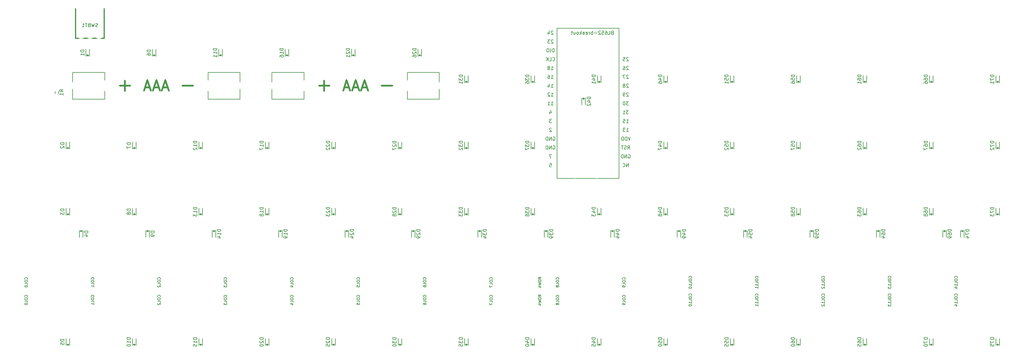
<source format=gbo>
G04 #@! TF.FileFunction,Legend,Bot*
%FSLAX46Y46*%
G04 Gerber Fmt 4.6, Leading zero omitted, Abs format (unit mm)*
G04 Created by KiCad (PCBNEW 4.0.7) date 04/13/18 19:54:45*
%MOMM*%
%LPD*%
G01*
G04 APERTURE LIST*
%ADD10C,0.100000*%
%ADD11C,0.150000*%
%ADD12C,0.300000*%
%ADD13C,0.500000*%
%ADD14C,0.200000*%
%ADD15C,0.160000*%
%ADD16R,0.800000X1.000000*%
%ADD17C,2.000000*%
%ADD18C,2.200000*%
%ADD19C,1.700000*%
%ADD20C,2.500000*%
%ADD21C,4.000000*%
%ADD22R,1.600000X1.600000*%
%ADD23C,1.600000*%
%ADD24C,3.200000*%
%ADD25R,0.950000X1.300000*%
%ADD26C,2.300000*%
%ADD27C,1.900000*%
%ADD28C,1.000000*%
G04 APERTURE END LIST*
D10*
D11*
X75750000Y-105110000D02*
X75750000Y-105710000D01*
X76650000Y-105110000D02*
X76650000Y-105710000D01*
D12*
X89825000Y-89870000D02*
X89825000Y-81370000D01*
X81625000Y-89870000D02*
X89825000Y-89870000D01*
X81625000Y-89870000D02*
X81625000Y-81370000D01*
D13*
X172425000Y-103505000D02*
X169425000Y-103505000D01*
X152925000Y-102005000D02*
X152925000Y-105005000D01*
X151425000Y-103505000D02*
X154425000Y-103505000D01*
D11*
X176725000Y-99655000D02*
X176725000Y-107355000D01*
X176725000Y-107355000D02*
X185925000Y-107355000D01*
X185925000Y-107355000D02*
X185925000Y-99655000D01*
X185925000Y-99655000D02*
X176725000Y-99655000D01*
X147125000Y-99655000D02*
X147125000Y-107355000D01*
X147125000Y-107355000D02*
X137925000Y-107355000D01*
X137925000Y-107355000D02*
X137925000Y-99655000D01*
X137925000Y-99655000D02*
X147125000Y-99655000D01*
D13*
X115275000Y-103505000D02*
X112275000Y-103505000D01*
X95775000Y-102005000D02*
X95775000Y-105005000D01*
X94275000Y-103505000D02*
X97275000Y-103505000D01*
D11*
X119575000Y-99655000D02*
X119575000Y-107355000D01*
X119575000Y-107355000D02*
X128775000Y-107355000D01*
X128775000Y-107355000D02*
X128775000Y-99655000D01*
X128775000Y-99655000D02*
X119575000Y-99655000D01*
X89975000Y-99655000D02*
X89975000Y-107355000D01*
X89975000Y-107355000D02*
X80775000Y-107355000D01*
X80775000Y-107355000D02*
X80775000Y-99655000D01*
X80775000Y-99655000D02*
X89975000Y-99655000D01*
D14*
X237490000Y-86995000D02*
X219710000Y-86995000D01*
X219710000Y-86995000D02*
X219710000Y-130175000D01*
X219710000Y-130175000D02*
X237490000Y-130175000D01*
X237490000Y-130175000D02*
X237490000Y-86995000D01*
D13*
X346175000Y-177965000D02*
X345975000Y-177965000D01*
D11*
X345575000Y-178165000D02*
X345575000Y-176165000D01*
X346575000Y-178165000D02*
X346575000Y-176165000D01*
D13*
X335815000Y-145250000D02*
X336015000Y-145250000D01*
D11*
X336415000Y-145050000D02*
X336415000Y-147050000D01*
X335415000Y-145050000D02*
X335415000Y-147050000D01*
D13*
X346175000Y-140500000D02*
X345975000Y-140500000D01*
D11*
X345575000Y-140700000D02*
X345575000Y-138700000D01*
X346575000Y-140700000D02*
X346575000Y-138700000D01*
D13*
X346175000Y-121450000D02*
X345975000Y-121450000D01*
D11*
X345575000Y-121650000D02*
X345575000Y-119650000D01*
X346575000Y-121650000D02*
X346575000Y-119650000D01*
D13*
X346175000Y-102400000D02*
X345975000Y-102400000D01*
D11*
X345575000Y-102600000D02*
X345575000Y-100600000D01*
X346575000Y-102600000D02*
X346575000Y-100600000D01*
D13*
X327125000Y-177965000D02*
X326925000Y-177965000D01*
D11*
X326525000Y-178165000D02*
X326525000Y-176165000D01*
X327525000Y-178165000D02*
X327525000Y-176165000D01*
D13*
X330735000Y-145250000D02*
X330935000Y-145250000D01*
D11*
X331335000Y-145050000D02*
X331335000Y-147050000D01*
X330335000Y-145050000D02*
X330335000Y-147050000D01*
D13*
X327125000Y-140500000D02*
X326925000Y-140500000D01*
D11*
X326525000Y-140700000D02*
X326525000Y-138700000D01*
X327525000Y-140700000D02*
X327525000Y-138700000D01*
D13*
X327125000Y-121450000D02*
X326925000Y-121450000D01*
D11*
X326525000Y-121650000D02*
X326525000Y-119650000D01*
X327525000Y-121650000D02*
X327525000Y-119650000D01*
D13*
X327125000Y-102400000D02*
X326925000Y-102400000D01*
D11*
X326525000Y-102600000D02*
X326525000Y-100600000D01*
X327525000Y-102600000D02*
X327525000Y-100600000D01*
D13*
X308075000Y-177965000D02*
X307875000Y-177965000D01*
D11*
X307475000Y-178165000D02*
X307475000Y-176165000D01*
X308475000Y-178165000D02*
X308475000Y-176165000D01*
D13*
X311685000Y-145250000D02*
X311885000Y-145250000D01*
D11*
X312285000Y-145050000D02*
X312285000Y-147050000D01*
X311285000Y-145050000D02*
X311285000Y-147050000D01*
D13*
X308075000Y-140500000D02*
X307875000Y-140500000D01*
D11*
X307475000Y-140700000D02*
X307475000Y-138700000D01*
X308475000Y-140700000D02*
X308475000Y-138700000D01*
D13*
X308075000Y-121450000D02*
X307875000Y-121450000D01*
D11*
X307475000Y-121650000D02*
X307475000Y-119650000D01*
X308475000Y-121650000D02*
X308475000Y-119650000D01*
D13*
X308075000Y-102400000D02*
X307875000Y-102400000D01*
D11*
X307475000Y-102600000D02*
X307475000Y-100600000D01*
X308475000Y-102600000D02*
X308475000Y-100600000D01*
D13*
X289025000Y-177965000D02*
X288825000Y-177965000D01*
D11*
X288425000Y-178165000D02*
X288425000Y-176165000D01*
X289425000Y-178165000D02*
X289425000Y-176165000D01*
D13*
X292635000Y-145250000D02*
X292835000Y-145250000D01*
D11*
X293235000Y-145050000D02*
X293235000Y-147050000D01*
X292235000Y-145050000D02*
X292235000Y-147050000D01*
D13*
X289025000Y-140500000D02*
X288825000Y-140500000D01*
D11*
X288425000Y-140700000D02*
X288425000Y-138700000D01*
X289425000Y-140700000D02*
X289425000Y-138700000D01*
D13*
X289025000Y-121450000D02*
X288825000Y-121450000D01*
D11*
X288425000Y-121650000D02*
X288425000Y-119650000D01*
X289425000Y-121650000D02*
X289425000Y-119650000D01*
D13*
X289025000Y-102400000D02*
X288825000Y-102400000D01*
D11*
X288425000Y-102600000D02*
X288425000Y-100600000D01*
X289425000Y-102600000D02*
X289425000Y-100600000D01*
D13*
X269975000Y-177965000D02*
X269775000Y-177965000D01*
D11*
X269375000Y-178165000D02*
X269375000Y-176165000D01*
X270375000Y-178165000D02*
X270375000Y-176165000D01*
D13*
X273585000Y-145250000D02*
X273785000Y-145250000D01*
D11*
X274185000Y-145050000D02*
X274185000Y-147050000D01*
X273185000Y-145050000D02*
X273185000Y-147050000D01*
D13*
X269975000Y-140500000D02*
X269775000Y-140500000D01*
D11*
X269375000Y-140700000D02*
X269375000Y-138700000D01*
X270375000Y-140700000D02*
X270375000Y-138700000D01*
D13*
X269975000Y-121450000D02*
X269775000Y-121450000D01*
D11*
X269375000Y-121650000D02*
X269375000Y-119650000D01*
X270375000Y-121650000D02*
X270375000Y-119650000D01*
D13*
X269975000Y-102400000D02*
X269775000Y-102400000D01*
D11*
X269375000Y-102600000D02*
X269375000Y-100600000D01*
X270375000Y-102600000D02*
X270375000Y-100600000D01*
D13*
X250925000Y-177965000D02*
X250725000Y-177965000D01*
D11*
X250325000Y-178165000D02*
X250325000Y-176165000D01*
X251325000Y-178165000D02*
X251325000Y-176165000D01*
D13*
X254535000Y-145250000D02*
X254735000Y-145250000D01*
D11*
X255135000Y-145050000D02*
X255135000Y-147050000D01*
X254135000Y-145050000D02*
X254135000Y-147050000D01*
D13*
X250925000Y-140500000D02*
X250725000Y-140500000D01*
D11*
X250325000Y-140700000D02*
X250325000Y-138700000D01*
X251325000Y-140700000D02*
X251325000Y-138700000D01*
D13*
X250925000Y-121450000D02*
X250725000Y-121450000D01*
D11*
X250325000Y-121650000D02*
X250325000Y-119650000D01*
X251325000Y-121650000D02*
X251325000Y-119650000D01*
D13*
X250925000Y-102400000D02*
X250725000Y-102400000D01*
D11*
X250325000Y-102600000D02*
X250325000Y-100600000D01*
X251325000Y-102600000D02*
X251325000Y-100600000D01*
D13*
X231875000Y-177965000D02*
X231675000Y-177965000D01*
D11*
X231275000Y-178165000D02*
X231275000Y-176165000D01*
X232275000Y-178165000D02*
X232275000Y-176165000D01*
D13*
X235485000Y-145250000D02*
X235685000Y-145250000D01*
D11*
X236085000Y-145050000D02*
X236085000Y-147050000D01*
X235085000Y-145050000D02*
X235085000Y-147050000D01*
D13*
X231875000Y-140500000D02*
X231675000Y-140500000D01*
D11*
X231275000Y-140700000D02*
X231275000Y-138700000D01*
X232275000Y-140700000D02*
X232275000Y-138700000D01*
D13*
X231875000Y-102400000D02*
X231675000Y-102400000D01*
D11*
X231275000Y-102600000D02*
X231275000Y-100600000D01*
X232275000Y-102600000D02*
X232275000Y-100600000D01*
D13*
X212825000Y-177965000D02*
X212625000Y-177965000D01*
D11*
X212225000Y-178165000D02*
X212225000Y-176165000D01*
X213225000Y-178165000D02*
X213225000Y-176165000D01*
D13*
X216435000Y-145250000D02*
X216635000Y-145250000D01*
D11*
X217035000Y-145050000D02*
X217035000Y-147050000D01*
X216035000Y-145050000D02*
X216035000Y-147050000D01*
D13*
X212825000Y-140500000D02*
X212625000Y-140500000D01*
D11*
X212225000Y-140700000D02*
X212225000Y-138700000D01*
X213225000Y-140700000D02*
X213225000Y-138700000D01*
D13*
X212825000Y-121450000D02*
X212625000Y-121450000D01*
D11*
X212225000Y-121650000D02*
X212225000Y-119650000D01*
X213225000Y-121650000D02*
X213225000Y-119650000D01*
D13*
X212825000Y-102400000D02*
X212625000Y-102400000D01*
D11*
X212225000Y-102600000D02*
X212225000Y-100600000D01*
X213225000Y-102600000D02*
X213225000Y-100600000D01*
D13*
X193775000Y-177965000D02*
X193575000Y-177965000D01*
D11*
X193175000Y-178165000D02*
X193175000Y-176165000D01*
X194175000Y-178165000D02*
X194175000Y-176165000D01*
D13*
X197385000Y-145250000D02*
X197585000Y-145250000D01*
D11*
X197985000Y-145050000D02*
X197985000Y-147050000D01*
X196985000Y-145050000D02*
X196985000Y-147050000D01*
D13*
X193775000Y-140500000D02*
X193575000Y-140500000D01*
D11*
X193175000Y-140700000D02*
X193175000Y-138700000D01*
X194175000Y-140700000D02*
X194175000Y-138700000D01*
D13*
X193775000Y-121450000D02*
X193575000Y-121450000D01*
D11*
X193175000Y-121650000D02*
X193175000Y-119650000D01*
X194175000Y-121650000D02*
X194175000Y-119650000D01*
D13*
X193775000Y-102400000D02*
X193575000Y-102400000D01*
D11*
X193175000Y-102600000D02*
X193175000Y-100600000D01*
X194175000Y-102600000D02*
X194175000Y-100600000D01*
D13*
X174725000Y-177965000D02*
X174525000Y-177965000D01*
D11*
X174125000Y-178165000D02*
X174125000Y-176165000D01*
X175125000Y-178165000D02*
X175125000Y-176165000D01*
D13*
X178335000Y-145250000D02*
X178535000Y-145250000D01*
D11*
X178935000Y-145050000D02*
X178935000Y-147050000D01*
X177935000Y-145050000D02*
X177935000Y-147050000D01*
D13*
X174725000Y-140500000D02*
X174525000Y-140500000D01*
D11*
X174125000Y-140700000D02*
X174125000Y-138700000D01*
X175125000Y-140700000D02*
X175125000Y-138700000D01*
D13*
X174725000Y-121450000D02*
X174525000Y-121450000D01*
D11*
X174125000Y-121650000D02*
X174125000Y-119650000D01*
X175125000Y-121650000D02*
X175125000Y-119650000D01*
D13*
X180440000Y-94780000D02*
X180240000Y-94780000D01*
D11*
X179840000Y-94980000D02*
X179840000Y-92980000D01*
X180840000Y-94980000D02*
X180840000Y-92980000D01*
D13*
X155675000Y-177965000D02*
X155475000Y-177965000D01*
D11*
X155075000Y-178165000D02*
X155075000Y-176165000D01*
X156075000Y-178165000D02*
X156075000Y-176165000D01*
D13*
X159285000Y-145250000D02*
X159485000Y-145250000D01*
D11*
X159885000Y-145050000D02*
X159885000Y-147050000D01*
X158885000Y-145050000D02*
X158885000Y-147050000D01*
D13*
X155675000Y-140500000D02*
X155475000Y-140500000D01*
D11*
X155075000Y-140700000D02*
X155075000Y-138700000D01*
X156075000Y-140700000D02*
X156075000Y-138700000D01*
D13*
X155675000Y-121450000D02*
X155475000Y-121450000D01*
D11*
X155075000Y-121650000D02*
X155075000Y-119650000D01*
X156075000Y-121650000D02*
X156075000Y-119650000D01*
D13*
X161390000Y-94780000D02*
X161190000Y-94780000D01*
D11*
X160790000Y-94980000D02*
X160790000Y-92980000D01*
X161790000Y-94980000D02*
X161790000Y-92980000D01*
D13*
X136625000Y-177965000D02*
X136425000Y-177965000D01*
D11*
X136025000Y-178165000D02*
X136025000Y-176165000D01*
X137025000Y-178165000D02*
X137025000Y-176165000D01*
D13*
X140235000Y-145250000D02*
X140435000Y-145250000D01*
D11*
X140835000Y-145050000D02*
X140835000Y-147050000D01*
X139835000Y-145050000D02*
X139835000Y-147050000D01*
D13*
X136625000Y-140500000D02*
X136425000Y-140500000D01*
D11*
X136025000Y-140700000D02*
X136025000Y-138700000D01*
X137025000Y-140700000D02*
X137025000Y-138700000D01*
D13*
X136625000Y-121450000D02*
X136425000Y-121450000D01*
D11*
X136025000Y-121650000D02*
X136025000Y-119650000D01*
X137025000Y-121650000D02*
X137025000Y-119650000D01*
D13*
X142340000Y-94780000D02*
X142140000Y-94780000D01*
D11*
X141740000Y-94980000D02*
X141740000Y-92980000D01*
X142740000Y-94980000D02*
X142740000Y-92980000D01*
D13*
X117575000Y-177965000D02*
X117375000Y-177965000D01*
D11*
X116975000Y-178165000D02*
X116975000Y-176165000D01*
X117975000Y-178165000D02*
X117975000Y-176165000D01*
D13*
X121185000Y-145250000D02*
X121385000Y-145250000D01*
D11*
X121785000Y-145050000D02*
X121785000Y-147050000D01*
X120785000Y-145050000D02*
X120785000Y-147050000D01*
D13*
X117575000Y-140500000D02*
X117375000Y-140500000D01*
D11*
X116975000Y-140700000D02*
X116975000Y-138700000D01*
X117975000Y-140700000D02*
X117975000Y-138700000D01*
D13*
X117575000Y-121450000D02*
X117375000Y-121450000D01*
D11*
X116975000Y-121650000D02*
X116975000Y-119650000D01*
X117975000Y-121650000D02*
X117975000Y-119650000D01*
D13*
X123290000Y-94780000D02*
X123090000Y-94780000D01*
D11*
X122690000Y-94980000D02*
X122690000Y-92980000D01*
X123690000Y-94980000D02*
X123690000Y-92980000D01*
D13*
X98525000Y-177965000D02*
X98325000Y-177965000D01*
D11*
X97925000Y-178165000D02*
X97925000Y-176165000D01*
X98925000Y-178165000D02*
X98925000Y-176165000D01*
D13*
X102135000Y-145250000D02*
X102335000Y-145250000D01*
D11*
X102735000Y-145050000D02*
X102735000Y-147050000D01*
X101735000Y-145050000D02*
X101735000Y-147050000D01*
D13*
X98525000Y-140500000D02*
X98325000Y-140500000D01*
D11*
X97925000Y-140700000D02*
X97925000Y-138700000D01*
X98925000Y-140700000D02*
X98925000Y-138700000D01*
D13*
X98525000Y-121450000D02*
X98325000Y-121450000D01*
D11*
X97925000Y-121650000D02*
X97925000Y-119650000D01*
X98925000Y-121650000D02*
X98925000Y-119650000D01*
D13*
X104240000Y-94780000D02*
X104040000Y-94780000D01*
D11*
X103640000Y-94980000D02*
X103640000Y-92980000D01*
X104640000Y-94980000D02*
X104640000Y-92980000D01*
D13*
X79475000Y-177965000D02*
X79275000Y-177965000D01*
D11*
X78875000Y-178165000D02*
X78875000Y-176165000D01*
X79875000Y-178165000D02*
X79875000Y-176165000D01*
D13*
X83085000Y-145250000D02*
X83285000Y-145250000D01*
D11*
X83685000Y-145050000D02*
X83685000Y-147050000D01*
X82685000Y-145050000D02*
X82685000Y-147050000D01*
D13*
X79475000Y-140500000D02*
X79275000Y-140500000D01*
D11*
X78875000Y-140700000D02*
X78875000Y-138700000D01*
X79875000Y-140700000D02*
X79875000Y-138700000D01*
D13*
X79475000Y-121450000D02*
X79275000Y-121450000D01*
D11*
X78875000Y-121650000D02*
X78875000Y-119650000D01*
X79875000Y-121650000D02*
X79875000Y-119650000D01*
D13*
X85190000Y-94780000D02*
X84990000Y-94780000D01*
D11*
X84590000Y-94980000D02*
X84590000Y-92980000D01*
X85590000Y-94980000D02*
X85590000Y-92980000D01*
D13*
X227230000Y-107150000D02*
X227430000Y-107150000D01*
D11*
X227830000Y-106950000D02*
X227830000Y-108950000D01*
X226830000Y-106950000D02*
X226830000Y-108950000D01*
X78052381Y-105243334D02*
X77576190Y-104910000D01*
X78052381Y-104671905D02*
X77052381Y-104671905D01*
X77052381Y-105052858D01*
X77100000Y-105148096D01*
X77147619Y-105195715D01*
X77242857Y-105243334D01*
X77385714Y-105243334D01*
X77480952Y-105195715D01*
X77528571Y-105148096D01*
X77576190Y-105052858D01*
X77576190Y-104671905D01*
X78052381Y-106195715D02*
X78052381Y-105624286D01*
X78052381Y-105910000D02*
X77052381Y-105910000D01*
X77195238Y-105814762D01*
X77290476Y-105719524D01*
X77338095Y-105624286D01*
D15*
X67722714Y-159143810D02*
X67760810Y-159105715D01*
X67798905Y-158991429D01*
X67798905Y-158915239D01*
X67760810Y-158800953D01*
X67684619Y-158724762D01*
X67608429Y-158686667D01*
X67456048Y-158648572D01*
X67341762Y-158648572D01*
X67189381Y-158686667D01*
X67113190Y-158724762D01*
X67037000Y-158800953D01*
X66998905Y-158915239D01*
X66998905Y-158991429D01*
X67037000Y-159105715D01*
X67075095Y-159143810D01*
X66998905Y-159639048D02*
X66998905Y-159791429D01*
X67037000Y-159867620D01*
X67113190Y-159943810D01*
X67265571Y-159981905D01*
X67532238Y-159981905D01*
X67684619Y-159943810D01*
X67760810Y-159867620D01*
X67798905Y-159791429D01*
X67798905Y-159639048D01*
X67760810Y-159562858D01*
X67684619Y-159486667D01*
X67532238Y-159448572D01*
X67265571Y-159448572D01*
X67113190Y-159486667D01*
X67037000Y-159562858D01*
X66998905Y-159639048D01*
X67798905Y-160705715D02*
X67798905Y-160324762D01*
X66998905Y-160324762D01*
X66998905Y-161124762D02*
X66998905Y-161200953D01*
X67037000Y-161277143D01*
X67075095Y-161315238D01*
X67151286Y-161353334D01*
X67303667Y-161391429D01*
X67494143Y-161391429D01*
X67646524Y-161353334D01*
X67722714Y-161315238D01*
X67760810Y-161277143D01*
X67798905Y-161200953D01*
X67798905Y-161124762D01*
X67760810Y-161048572D01*
X67722714Y-161010476D01*
X67646524Y-160972381D01*
X67494143Y-160934286D01*
X67303667Y-160934286D01*
X67151286Y-160972381D01*
X67075095Y-161010476D01*
X67037000Y-161048572D01*
X66998905Y-161124762D01*
X67722714Y-164223810D02*
X67760810Y-164185715D01*
X67798905Y-164071429D01*
X67798905Y-163995239D01*
X67760810Y-163880953D01*
X67684619Y-163804762D01*
X67608429Y-163766667D01*
X67456048Y-163728572D01*
X67341762Y-163728572D01*
X67189381Y-163766667D01*
X67113190Y-163804762D01*
X67037000Y-163880953D01*
X66998905Y-163995239D01*
X66998905Y-164071429D01*
X67037000Y-164185715D01*
X67075095Y-164223810D01*
X66998905Y-164719048D02*
X66998905Y-164871429D01*
X67037000Y-164947620D01*
X67113190Y-165023810D01*
X67265571Y-165061905D01*
X67532238Y-165061905D01*
X67684619Y-165023810D01*
X67760810Y-164947620D01*
X67798905Y-164871429D01*
X67798905Y-164719048D01*
X67760810Y-164642858D01*
X67684619Y-164566667D01*
X67532238Y-164528572D01*
X67265571Y-164528572D01*
X67113190Y-164566667D01*
X67037000Y-164642858D01*
X66998905Y-164719048D01*
X67798905Y-165785715D02*
X67798905Y-165404762D01*
X66998905Y-165404762D01*
X66998905Y-166204762D02*
X66998905Y-166280953D01*
X67037000Y-166357143D01*
X67075095Y-166395238D01*
X67151286Y-166433334D01*
X67303667Y-166471429D01*
X67494143Y-166471429D01*
X67646524Y-166433334D01*
X67722714Y-166395238D01*
X67760810Y-166357143D01*
X67798905Y-166280953D01*
X67798905Y-166204762D01*
X67760810Y-166128572D01*
X67722714Y-166090476D01*
X67646524Y-166052381D01*
X67494143Y-166014286D01*
X67303667Y-166014286D01*
X67151286Y-166052381D01*
X67075095Y-166090476D01*
X67037000Y-166128572D01*
X66998905Y-166204762D01*
X143922714Y-159143810D02*
X143960810Y-159105715D01*
X143998905Y-158991429D01*
X143998905Y-158915239D01*
X143960810Y-158800953D01*
X143884619Y-158724762D01*
X143808429Y-158686667D01*
X143656048Y-158648572D01*
X143541762Y-158648572D01*
X143389381Y-158686667D01*
X143313190Y-158724762D01*
X143237000Y-158800953D01*
X143198905Y-158915239D01*
X143198905Y-158991429D01*
X143237000Y-159105715D01*
X143275095Y-159143810D01*
X143198905Y-159639048D02*
X143198905Y-159791429D01*
X143237000Y-159867620D01*
X143313190Y-159943810D01*
X143465571Y-159981905D01*
X143732238Y-159981905D01*
X143884619Y-159943810D01*
X143960810Y-159867620D01*
X143998905Y-159791429D01*
X143998905Y-159639048D01*
X143960810Y-159562858D01*
X143884619Y-159486667D01*
X143732238Y-159448572D01*
X143465571Y-159448572D01*
X143313190Y-159486667D01*
X143237000Y-159562858D01*
X143198905Y-159639048D01*
X143998905Y-160705715D02*
X143998905Y-160324762D01*
X143198905Y-160324762D01*
X143465571Y-161315238D02*
X143998905Y-161315238D01*
X143160810Y-161124762D02*
X143732238Y-160934286D01*
X143732238Y-161429524D01*
X143922714Y-164223810D02*
X143960810Y-164185715D01*
X143998905Y-164071429D01*
X143998905Y-163995239D01*
X143960810Y-163880953D01*
X143884619Y-163804762D01*
X143808429Y-163766667D01*
X143656048Y-163728572D01*
X143541762Y-163728572D01*
X143389381Y-163766667D01*
X143313190Y-163804762D01*
X143237000Y-163880953D01*
X143198905Y-163995239D01*
X143198905Y-164071429D01*
X143237000Y-164185715D01*
X143275095Y-164223810D01*
X143198905Y-164719048D02*
X143198905Y-164871429D01*
X143237000Y-164947620D01*
X143313190Y-165023810D01*
X143465571Y-165061905D01*
X143732238Y-165061905D01*
X143884619Y-165023810D01*
X143960810Y-164947620D01*
X143998905Y-164871429D01*
X143998905Y-164719048D01*
X143960810Y-164642858D01*
X143884619Y-164566667D01*
X143732238Y-164528572D01*
X143465571Y-164528572D01*
X143313190Y-164566667D01*
X143237000Y-164642858D01*
X143198905Y-164719048D01*
X143998905Y-165785715D02*
X143998905Y-165404762D01*
X143198905Y-165404762D01*
X143465571Y-166395238D02*
X143998905Y-166395238D01*
X143160810Y-166204762D02*
X143732238Y-166014286D01*
X143732238Y-166509524D01*
X239172714Y-159143810D02*
X239210810Y-159105715D01*
X239248905Y-158991429D01*
X239248905Y-158915239D01*
X239210810Y-158800953D01*
X239134619Y-158724762D01*
X239058429Y-158686667D01*
X238906048Y-158648572D01*
X238791762Y-158648572D01*
X238639381Y-158686667D01*
X238563190Y-158724762D01*
X238487000Y-158800953D01*
X238448905Y-158915239D01*
X238448905Y-158991429D01*
X238487000Y-159105715D01*
X238525095Y-159143810D01*
X238448905Y-159639048D02*
X238448905Y-159791429D01*
X238487000Y-159867620D01*
X238563190Y-159943810D01*
X238715571Y-159981905D01*
X238982238Y-159981905D01*
X239134619Y-159943810D01*
X239210810Y-159867620D01*
X239248905Y-159791429D01*
X239248905Y-159639048D01*
X239210810Y-159562858D01*
X239134619Y-159486667D01*
X238982238Y-159448572D01*
X238715571Y-159448572D01*
X238563190Y-159486667D01*
X238487000Y-159562858D01*
X238448905Y-159639048D01*
X239248905Y-160705715D02*
X239248905Y-160324762D01*
X238448905Y-160324762D01*
X239248905Y-161010476D02*
X239248905Y-161162857D01*
X239210810Y-161239048D01*
X239172714Y-161277143D01*
X239058429Y-161353334D01*
X238906048Y-161391429D01*
X238601286Y-161391429D01*
X238525095Y-161353334D01*
X238487000Y-161315238D01*
X238448905Y-161239048D01*
X238448905Y-161086667D01*
X238487000Y-161010476D01*
X238525095Y-160972381D01*
X238601286Y-160934286D01*
X238791762Y-160934286D01*
X238867952Y-160972381D01*
X238906048Y-161010476D01*
X238944143Y-161086667D01*
X238944143Y-161239048D01*
X238906048Y-161315238D01*
X238867952Y-161353334D01*
X238791762Y-161391429D01*
X239172714Y-164223810D02*
X239210810Y-164185715D01*
X239248905Y-164071429D01*
X239248905Y-163995239D01*
X239210810Y-163880953D01*
X239134619Y-163804762D01*
X239058429Y-163766667D01*
X238906048Y-163728572D01*
X238791762Y-163728572D01*
X238639381Y-163766667D01*
X238563190Y-163804762D01*
X238487000Y-163880953D01*
X238448905Y-163995239D01*
X238448905Y-164071429D01*
X238487000Y-164185715D01*
X238525095Y-164223810D01*
X238448905Y-164719048D02*
X238448905Y-164871429D01*
X238487000Y-164947620D01*
X238563190Y-165023810D01*
X238715571Y-165061905D01*
X238982238Y-165061905D01*
X239134619Y-165023810D01*
X239210810Y-164947620D01*
X239248905Y-164871429D01*
X239248905Y-164719048D01*
X239210810Y-164642858D01*
X239134619Y-164566667D01*
X238982238Y-164528572D01*
X238715571Y-164528572D01*
X238563190Y-164566667D01*
X238487000Y-164642858D01*
X238448905Y-164719048D01*
X239248905Y-165785715D02*
X239248905Y-165404762D01*
X238448905Y-165404762D01*
X239248905Y-166090476D02*
X239248905Y-166242857D01*
X239210810Y-166319048D01*
X239172714Y-166357143D01*
X239058429Y-166433334D01*
X238906048Y-166471429D01*
X238601286Y-166471429D01*
X238525095Y-166433334D01*
X238487000Y-166395238D01*
X238448905Y-166319048D01*
X238448905Y-166166667D01*
X238487000Y-166090476D01*
X238525095Y-166052381D01*
X238601286Y-166014286D01*
X238791762Y-166014286D01*
X238867952Y-166052381D01*
X238906048Y-166090476D01*
X238944143Y-166166667D01*
X238944143Y-166319048D01*
X238906048Y-166395238D01*
X238867952Y-166433334D01*
X238791762Y-166471429D01*
X334422714Y-158762857D02*
X334460810Y-158724762D01*
X334498905Y-158610476D01*
X334498905Y-158534286D01*
X334460810Y-158420000D01*
X334384619Y-158343809D01*
X334308429Y-158305714D01*
X334156048Y-158267619D01*
X334041762Y-158267619D01*
X333889381Y-158305714D01*
X333813190Y-158343809D01*
X333737000Y-158420000D01*
X333698905Y-158534286D01*
X333698905Y-158610476D01*
X333737000Y-158724762D01*
X333775095Y-158762857D01*
X333698905Y-159258095D02*
X333698905Y-159410476D01*
X333737000Y-159486667D01*
X333813190Y-159562857D01*
X333965571Y-159600952D01*
X334232238Y-159600952D01*
X334384619Y-159562857D01*
X334460810Y-159486667D01*
X334498905Y-159410476D01*
X334498905Y-159258095D01*
X334460810Y-159181905D01*
X334384619Y-159105714D01*
X334232238Y-159067619D01*
X333965571Y-159067619D01*
X333813190Y-159105714D01*
X333737000Y-159181905D01*
X333698905Y-159258095D01*
X334498905Y-160324762D02*
X334498905Y-159943809D01*
X333698905Y-159943809D01*
X334498905Y-161010476D02*
X334498905Y-160553333D01*
X334498905Y-160781904D02*
X333698905Y-160781904D01*
X333813190Y-160705714D01*
X333889381Y-160629523D01*
X333927476Y-160553333D01*
X333965571Y-161696190D02*
X334498905Y-161696190D01*
X333660810Y-161505714D02*
X334232238Y-161315238D01*
X334232238Y-161810476D01*
X334422714Y-163842857D02*
X334460810Y-163804762D01*
X334498905Y-163690476D01*
X334498905Y-163614286D01*
X334460810Y-163500000D01*
X334384619Y-163423809D01*
X334308429Y-163385714D01*
X334156048Y-163347619D01*
X334041762Y-163347619D01*
X333889381Y-163385714D01*
X333813190Y-163423809D01*
X333737000Y-163500000D01*
X333698905Y-163614286D01*
X333698905Y-163690476D01*
X333737000Y-163804762D01*
X333775095Y-163842857D01*
X333698905Y-164338095D02*
X333698905Y-164490476D01*
X333737000Y-164566667D01*
X333813190Y-164642857D01*
X333965571Y-164680952D01*
X334232238Y-164680952D01*
X334384619Y-164642857D01*
X334460810Y-164566667D01*
X334498905Y-164490476D01*
X334498905Y-164338095D01*
X334460810Y-164261905D01*
X334384619Y-164185714D01*
X334232238Y-164147619D01*
X333965571Y-164147619D01*
X333813190Y-164185714D01*
X333737000Y-164261905D01*
X333698905Y-164338095D01*
X334498905Y-165404762D02*
X334498905Y-165023809D01*
X333698905Y-165023809D01*
X334498905Y-166090476D02*
X334498905Y-165633333D01*
X334498905Y-165861904D02*
X333698905Y-165861904D01*
X333813190Y-165785714D01*
X333889381Y-165709523D01*
X333927476Y-165633333D01*
X333965571Y-166776190D02*
X334498905Y-166776190D01*
X333660810Y-166585714D02*
X334232238Y-166395238D01*
X334232238Y-166890476D01*
X215118905Y-159010476D02*
X214737952Y-158743809D01*
X215118905Y-158553333D02*
X214318905Y-158553333D01*
X214318905Y-158858095D01*
X214357000Y-158934286D01*
X214395095Y-158972381D01*
X214471286Y-159010476D01*
X214585571Y-159010476D01*
X214661762Y-158972381D01*
X214699857Y-158934286D01*
X214737952Y-158858095D01*
X214737952Y-158553333D01*
X214318905Y-159505714D02*
X214318905Y-159658095D01*
X214357000Y-159734286D01*
X214433190Y-159810476D01*
X214585571Y-159848571D01*
X214852238Y-159848571D01*
X215004619Y-159810476D01*
X215080810Y-159734286D01*
X215118905Y-159658095D01*
X215118905Y-159505714D01*
X215080810Y-159429524D01*
X215004619Y-159353333D01*
X214852238Y-159315238D01*
X214585571Y-159315238D01*
X214433190Y-159353333D01*
X214357000Y-159429524D01*
X214318905Y-159505714D01*
X214318905Y-160115238D02*
X215118905Y-160305714D01*
X214547476Y-160458095D01*
X215118905Y-160610476D01*
X214318905Y-160800952D01*
X214585571Y-161448571D02*
X215118905Y-161448571D01*
X214280810Y-161258095D02*
X214852238Y-161067619D01*
X214852238Y-161562857D01*
X215118905Y-164090476D02*
X214737952Y-163823809D01*
X215118905Y-163633333D02*
X214318905Y-163633333D01*
X214318905Y-163938095D01*
X214357000Y-164014286D01*
X214395095Y-164052381D01*
X214471286Y-164090476D01*
X214585571Y-164090476D01*
X214661762Y-164052381D01*
X214699857Y-164014286D01*
X214737952Y-163938095D01*
X214737952Y-163633333D01*
X214318905Y-164585714D02*
X214318905Y-164738095D01*
X214357000Y-164814286D01*
X214433190Y-164890476D01*
X214585571Y-164928571D01*
X214852238Y-164928571D01*
X215004619Y-164890476D01*
X215080810Y-164814286D01*
X215118905Y-164738095D01*
X215118905Y-164585714D01*
X215080810Y-164509524D01*
X215004619Y-164433333D01*
X214852238Y-164395238D01*
X214585571Y-164395238D01*
X214433190Y-164433333D01*
X214357000Y-164509524D01*
X214318905Y-164585714D01*
X214318905Y-165195238D02*
X215118905Y-165385714D01*
X214547476Y-165538095D01*
X215118905Y-165690476D01*
X214318905Y-165880952D01*
X214585571Y-166528571D02*
X215118905Y-166528571D01*
X214280810Y-166338095D02*
X214852238Y-166147619D01*
X214852238Y-166642857D01*
X86772714Y-159143810D02*
X86810810Y-159105715D01*
X86848905Y-158991429D01*
X86848905Y-158915239D01*
X86810810Y-158800953D01*
X86734619Y-158724762D01*
X86658429Y-158686667D01*
X86506048Y-158648572D01*
X86391762Y-158648572D01*
X86239381Y-158686667D01*
X86163190Y-158724762D01*
X86087000Y-158800953D01*
X86048905Y-158915239D01*
X86048905Y-158991429D01*
X86087000Y-159105715D01*
X86125095Y-159143810D01*
X86048905Y-159639048D02*
X86048905Y-159791429D01*
X86087000Y-159867620D01*
X86163190Y-159943810D01*
X86315571Y-159981905D01*
X86582238Y-159981905D01*
X86734619Y-159943810D01*
X86810810Y-159867620D01*
X86848905Y-159791429D01*
X86848905Y-159639048D01*
X86810810Y-159562858D01*
X86734619Y-159486667D01*
X86582238Y-159448572D01*
X86315571Y-159448572D01*
X86163190Y-159486667D01*
X86087000Y-159562858D01*
X86048905Y-159639048D01*
X86848905Y-160705715D02*
X86848905Y-160324762D01*
X86048905Y-160324762D01*
X86848905Y-161391429D02*
X86848905Y-160934286D01*
X86848905Y-161162857D02*
X86048905Y-161162857D01*
X86163190Y-161086667D01*
X86239381Y-161010476D01*
X86277476Y-160934286D01*
X86772714Y-164223810D02*
X86810810Y-164185715D01*
X86848905Y-164071429D01*
X86848905Y-163995239D01*
X86810810Y-163880953D01*
X86734619Y-163804762D01*
X86658429Y-163766667D01*
X86506048Y-163728572D01*
X86391762Y-163728572D01*
X86239381Y-163766667D01*
X86163190Y-163804762D01*
X86087000Y-163880953D01*
X86048905Y-163995239D01*
X86048905Y-164071429D01*
X86087000Y-164185715D01*
X86125095Y-164223810D01*
X86048905Y-164719048D02*
X86048905Y-164871429D01*
X86087000Y-164947620D01*
X86163190Y-165023810D01*
X86315571Y-165061905D01*
X86582238Y-165061905D01*
X86734619Y-165023810D01*
X86810810Y-164947620D01*
X86848905Y-164871429D01*
X86848905Y-164719048D01*
X86810810Y-164642858D01*
X86734619Y-164566667D01*
X86582238Y-164528572D01*
X86315571Y-164528572D01*
X86163190Y-164566667D01*
X86087000Y-164642858D01*
X86048905Y-164719048D01*
X86848905Y-165785715D02*
X86848905Y-165404762D01*
X86048905Y-165404762D01*
X86848905Y-166471429D02*
X86848905Y-166014286D01*
X86848905Y-166242857D02*
X86048905Y-166242857D01*
X86163190Y-166166667D01*
X86239381Y-166090476D01*
X86277476Y-166014286D01*
X105822714Y-159143810D02*
X105860810Y-159105715D01*
X105898905Y-158991429D01*
X105898905Y-158915239D01*
X105860810Y-158800953D01*
X105784619Y-158724762D01*
X105708429Y-158686667D01*
X105556048Y-158648572D01*
X105441762Y-158648572D01*
X105289381Y-158686667D01*
X105213190Y-158724762D01*
X105137000Y-158800953D01*
X105098905Y-158915239D01*
X105098905Y-158991429D01*
X105137000Y-159105715D01*
X105175095Y-159143810D01*
X105098905Y-159639048D02*
X105098905Y-159791429D01*
X105137000Y-159867620D01*
X105213190Y-159943810D01*
X105365571Y-159981905D01*
X105632238Y-159981905D01*
X105784619Y-159943810D01*
X105860810Y-159867620D01*
X105898905Y-159791429D01*
X105898905Y-159639048D01*
X105860810Y-159562858D01*
X105784619Y-159486667D01*
X105632238Y-159448572D01*
X105365571Y-159448572D01*
X105213190Y-159486667D01*
X105137000Y-159562858D01*
X105098905Y-159639048D01*
X105898905Y-160705715D02*
X105898905Y-160324762D01*
X105098905Y-160324762D01*
X105175095Y-160934286D02*
X105137000Y-160972381D01*
X105098905Y-161048572D01*
X105098905Y-161239048D01*
X105137000Y-161315238D01*
X105175095Y-161353334D01*
X105251286Y-161391429D01*
X105327476Y-161391429D01*
X105441762Y-161353334D01*
X105898905Y-160896191D01*
X105898905Y-161391429D01*
X105822714Y-164223810D02*
X105860810Y-164185715D01*
X105898905Y-164071429D01*
X105898905Y-163995239D01*
X105860810Y-163880953D01*
X105784619Y-163804762D01*
X105708429Y-163766667D01*
X105556048Y-163728572D01*
X105441762Y-163728572D01*
X105289381Y-163766667D01*
X105213190Y-163804762D01*
X105137000Y-163880953D01*
X105098905Y-163995239D01*
X105098905Y-164071429D01*
X105137000Y-164185715D01*
X105175095Y-164223810D01*
X105098905Y-164719048D02*
X105098905Y-164871429D01*
X105137000Y-164947620D01*
X105213190Y-165023810D01*
X105365571Y-165061905D01*
X105632238Y-165061905D01*
X105784619Y-165023810D01*
X105860810Y-164947620D01*
X105898905Y-164871429D01*
X105898905Y-164719048D01*
X105860810Y-164642858D01*
X105784619Y-164566667D01*
X105632238Y-164528572D01*
X105365571Y-164528572D01*
X105213190Y-164566667D01*
X105137000Y-164642858D01*
X105098905Y-164719048D01*
X105898905Y-165785715D02*
X105898905Y-165404762D01*
X105098905Y-165404762D01*
X105175095Y-166014286D02*
X105137000Y-166052381D01*
X105098905Y-166128572D01*
X105098905Y-166319048D01*
X105137000Y-166395238D01*
X105175095Y-166433334D01*
X105251286Y-166471429D01*
X105327476Y-166471429D01*
X105441762Y-166433334D01*
X105898905Y-165976191D01*
X105898905Y-166471429D01*
X124872714Y-159143810D02*
X124910810Y-159105715D01*
X124948905Y-158991429D01*
X124948905Y-158915239D01*
X124910810Y-158800953D01*
X124834619Y-158724762D01*
X124758429Y-158686667D01*
X124606048Y-158648572D01*
X124491762Y-158648572D01*
X124339381Y-158686667D01*
X124263190Y-158724762D01*
X124187000Y-158800953D01*
X124148905Y-158915239D01*
X124148905Y-158991429D01*
X124187000Y-159105715D01*
X124225095Y-159143810D01*
X124148905Y-159639048D02*
X124148905Y-159791429D01*
X124187000Y-159867620D01*
X124263190Y-159943810D01*
X124415571Y-159981905D01*
X124682238Y-159981905D01*
X124834619Y-159943810D01*
X124910810Y-159867620D01*
X124948905Y-159791429D01*
X124948905Y-159639048D01*
X124910810Y-159562858D01*
X124834619Y-159486667D01*
X124682238Y-159448572D01*
X124415571Y-159448572D01*
X124263190Y-159486667D01*
X124187000Y-159562858D01*
X124148905Y-159639048D01*
X124948905Y-160705715D02*
X124948905Y-160324762D01*
X124148905Y-160324762D01*
X124148905Y-160896191D02*
X124148905Y-161391429D01*
X124453667Y-161124762D01*
X124453667Y-161239048D01*
X124491762Y-161315238D01*
X124529857Y-161353334D01*
X124606048Y-161391429D01*
X124796524Y-161391429D01*
X124872714Y-161353334D01*
X124910810Y-161315238D01*
X124948905Y-161239048D01*
X124948905Y-161010476D01*
X124910810Y-160934286D01*
X124872714Y-160896191D01*
X124872714Y-164223810D02*
X124910810Y-164185715D01*
X124948905Y-164071429D01*
X124948905Y-163995239D01*
X124910810Y-163880953D01*
X124834619Y-163804762D01*
X124758429Y-163766667D01*
X124606048Y-163728572D01*
X124491762Y-163728572D01*
X124339381Y-163766667D01*
X124263190Y-163804762D01*
X124187000Y-163880953D01*
X124148905Y-163995239D01*
X124148905Y-164071429D01*
X124187000Y-164185715D01*
X124225095Y-164223810D01*
X124148905Y-164719048D02*
X124148905Y-164871429D01*
X124187000Y-164947620D01*
X124263190Y-165023810D01*
X124415571Y-165061905D01*
X124682238Y-165061905D01*
X124834619Y-165023810D01*
X124910810Y-164947620D01*
X124948905Y-164871429D01*
X124948905Y-164719048D01*
X124910810Y-164642858D01*
X124834619Y-164566667D01*
X124682238Y-164528572D01*
X124415571Y-164528572D01*
X124263190Y-164566667D01*
X124187000Y-164642858D01*
X124148905Y-164719048D01*
X124948905Y-165785715D02*
X124948905Y-165404762D01*
X124148905Y-165404762D01*
X124148905Y-165976191D02*
X124148905Y-166471429D01*
X124453667Y-166204762D01*
X124453667Y-166319048D01*
X124491762Y-166395238D01*
X124529857Y-166433334D01*
X124606048Y-166471429D01*
X124796524Y-166471429D01*
X124872714Y-166433334D01*
X124910810Y-166395238D01*
X124948905Y-166319048D01*
X124948905Y-166090476D01*
X124910810Y-166014286D01*
X124872714Y-165976191D01*
X162972714Y-159143810D02*
X163010810Y-159105715D01*
X163048905Y-158991429D01*
X163048905Y-158915239D01*
X163010810Y-158800953D01*
X162934619Y-158724762D01*
X162858429Y-158686667D01*
X162706048Y-158648572D01*
X162591762Y-158648572D01*
X162439381Y-158686667D01*
X162363190Y-158724762D01*
X162287000Y-158800953D01*
X162248905Y-158915239D01*
X162248905Y-158991429D01*
X162287000Y-159105715D01*
X162325095Y-159143810D01*
X162248905Y-159639048D02*
X162248905Y-159791429D01*
X162287000Y-159867620D01*
X162363190Y-159943810D01*
X162515571Y-159981905D01*
X162782238Y-159981905D01*
X162934619Y-159943810D01*
X163010810Y-159867620D01*
X163048905Y-159791429D01*
X163048905Y-159639048D01*
X163010810Y-159562858D01*
X162934619Y-159486667D01*
X162782238Y-159448572D01*
X162515571Y-159448572D01*
X162363190Y-159486667D01*
X162287000Y-159562858D01*
X162248905Y-159639048D01*
X163048905Y-160705715D02*
X163048905Y-160324762D01*
X162248905Y-160324762D01*
X162248905Y-161353334D02*
X162248905Y-160972381D01*
X162629857Y-160934286D01*
X162591762Y-160972381D01*
X162553667Y-161048572D01*
X162553667Y-161239048D01*
X162591762Y-161315238D01*
X162629857Y-161353334D01*
X162706048Y-161391429D01*
X162896524Y-161391429D01*
X162972714Y-161353334D01*
X163010810Y-161315238D01*
X163048905Y-161239048D01*
X163048905Y-161048572D01*
X163010810Y-160972381D01*
X162972714Y-160934286D01*
X162972714Y-164223810D02*
X163010810Y-164185715D01*
X163048905Y-164071429D01*
X163048905Y-163995239D01*
X163010810Y-163880953D01*
X162934619Y-163804762D01*
X162858429Y-163766667D01*
X162706048Y-163728572D01*
X162591762Y-163728572D01*
X162439381Y-163766667D01*
X162363190Y-163804762D01*
X162287000Y-163880953D01*
X162248905Y-163995239D01*
X162248905Y-164071429D01*
X162287000Y-164185715D01*
X162325095Y-164223810D01*
X162248905Y-164719048D02*
X162248905Y-164871429D01*
X162287000Y-164947620D01*
X162363190Y-165023810D01*
X162515571Y-165061905D01*
X162782238Y-165061905D01*
X162934619Y-165023810D01*
X163010810Y-164947620D01*
X163048905Y-164871429D01*
X163048905Y-164719048D01*
X163010810Y-164642858D01*
X162934619Y-164566667D01*
X162782238Y-164528572D01*
X162515571Y-164528572D01*
X162363190Y-164566667D01*
X162287000Y-164642858D01*
X162248905Y-164719048D01*
X163048905Y-165785715D02*
X163048905Y-165404762D01*
X162248905Y-165404762D01*
X162248905Y-166433334D02*
X162248905Y-166052381D01*
X162629857Y-166014286D01*
X162591762Y-166052381D01*
X162553667Y-166128572D01*
X162553667Y-166319048D01*
X162591762Y-166395238D01*
X162629857Y-166433334D01*
X162706048Y-166471429D01*
X162896524Y-166471429D01*
X162972714Y-166433334D01*
X163010810Y-166395238D01*
X163048905Y-166319048D01*
X163048905Y-166128572D01*
X163010810Y-166052381D01*
X162972714Y-166014286D01*
X182022714Y-159143810D02*
X182060810Y-159105715D01*
X182098905Y-158991429D01*
X182098905Y-158915239D01*
X182060810Y-158800953D01*
X181984619Y-158724762D01*
X181908429Y-158686667D01*
X181756048Y-158648572D01*
X181641762Y-158648572D01*
X181489381Y-158686667D01*
X181413190Y-158724762D01*
X181337000Y-158800953D01*
X181298905Y-158915239D01*
X181298905Y-158991429D01*
X181337000Y-159105715D01*
X181375095Y-159143810D01*
X181298905Y-159639048D02*
X181298905Y-159791429D01*
X181337000Y-159867620D01*
X181413190Y-159943810D01*
X181565571Y-159981905D01*
X181832238Y-159981905D01*
X181984619Y-159943810D01*
X182060810Y-159867620D01*
X182098905Y-159791429D01*
X182098905Y-159639048D01*
X182060810Y-159562858D01*
X181984619Y-159486667D01*
X181832238Y-159448572D01*
X181565571Y-159448572D01*
X181413190Y-159486667D01*
X181337000Y-159562858D01*
X181298905Y-159639048D01*
X182098905Y-160705715D02*
X182098905Y-160324762D01*
X181298905Y-160324762D01*
X181298905Y-161315238D02*
X181298905Y-161162857D01*
X181337000Y-161086667D01*
X181375095Y-161048572D01*
X181489381Y-160972381D01*
X181641762Y-160934286D01*
X181946524Y-160934286D01*
X182022714Y-160972381D01*
X182060810Y-161010476D01*
X182098905Y-161086667D01*
X182098905Y-161239048D01*
X182060810Y-161315238D01*
X182022714Y-161353334D01*
X181946524Y-161391429D01*
X181756048Y-161391429D01*
X181679857Y-161353334D01*
X181641762Y-161315238D01*
X181603667Y-161239048D01*
X181603667Y-161086667D01*
X181641762Y-161010476D01*
X181679857Y-160972381D01*
X181756048Y-160934286D01*
X182022714Y-164223810D02*
X182060810Y-164185715D01*
X182098905Y-164071429D01*
X182098905Y-163995239D01*
X182060810Y-163880953D01*
X181984619Y-163804762D01*
X181908429Y-163766667D01*
X181756048Y-163728572D01*
X181641762Y-163728572D01*
X181489381Y-163766667D01*
X181413190Y-163804762D01*
X181337000Y-163880953D01*
X181298905Y-163995239D01*
X181298905Y-164071429D01*
X181337000Y-164185715D01*
X181375095Y-164223810D01*
X181298905Y-164719048D02*
X181298905Y-164871429D01*
X181337000Y-164947620D01*
X181413190Y-165023810D01*
X181565571Y-165061905D01*
X181832238Y-165061905D01*
X181984619Y-165023810D01*
X182060810Y-164947620D01*
X182098905Y-164871429D01*
X182098905Y-164719048D01*
X182060810Y-164642858D01*
X181984619Y-164566667D01*
X181832238Y-164528572D01*
X181565571Y-164528572D01*
X181413190Y-164566667D01*
X181337000Y-164642858D01*
X181298905Y-164719048D01*
X182098905Y-165785715D02*
X182098905Y-165404762D01*
X181298905Y-165404762D01*
X181298905Y-166395238D02*
X181298905Y-166242857D01*
X181337000Y-166166667D01*
X181375095Y-166128572D01*
X181489381Y-166052381D01*
X181641762Y-166014286D01*
X181946524Y-166014286D01*
X182022714Y-166052381D01*
X182060810Y-166090476D01*
X182098905Y-166166667D01*
X182098905Y-166319048D01*
X182060810Y-166395238D01*
X182022714Y-166433334D01*
X181946524Y-166471429D01*
X181756048Y-166471429D01*
X181679857Y-166433334D01*
X181641762Y-166395238D01*
X181603667Y-166319048D01*
X181603667Y-166166667D01*
X181641762Y-166090476D01*
X181679857Y-166052381D01*
X181756048Y-166014286D01*
X201072714Y-159143810D02*
X201110810Y-159105715D01*
X201148905Y-158991429D01*
X201148905Y-158915239D01*
X201110810Y-158800953D01*
X201034619Y-158724762D01*
X200958429Y-158686667D01*
X200806048Y-158648572D01*
X200691762Y-158648572D01*
X200539381Y-158686667D01*
X200463190Y-158724762D01*
X200387000Y-158800953D01*
X200348905Y-158915239D01*
X200348905Y-158991429D01*
X200387000Y-159105715D01*
X200425095Y-159143810D01*
X200348905Y-159639048D02*
X200348905Y-159791429D01*
X200387000Y-159867620D01*
X200463190Y-159943810D01*
X200615571Y-159981905D01*
X200882238Y-159981905D01*
X201034619Y-159943810D01*
X201110810Y-159867620D01*
X201148905Y-159791429D01*
X201148905Y-159639048D01*
X201110810Y-159562858D01*
X201034619Y-159486667D01*
X200882238Y-159448572D01*
X200615571Y-159448572D01*
X200463190Y-159486667D01*
X200387000Y-159562858D01*
X200348905Y-159639048D01*
X201148905Y-160705715D02*
X201148905Y-160324762D01*
X200348905Y-160324762D01*
X200348905Y-160896191D02*
X200348905Y-161429524D01*
X201148905Y-161086667D01*
X201072714Y-164223810D02*
X201110810Y-164185715D01*
X201148905Y-164071429D01*
X201148905Y-163995239D01*
X201110810Y-163880953D01*
X201034619Y-163804762D01*
X200958429Y-163766667D01*
X200806048Y-163728572D01*
X200691762Y-163728572D01*
X200539381Y-163766667D01*
X200463190Y-163804762D01*
X200387000Y-163880953D01*
X200348905Y-163995239D01*
X200348905Y-164071429D01*
X200387000Y-164185715D01*
X200425095Y-164223810D01*
X200348905Y-164719048D02*
X200348905Y-164871429D01*
X200387000Y-164947620D01*
X200463190Y-165023810D01*
X200615571Y-165061905D01*
X200882238Y-165061905D01*
X201034619Y-165023810D01*
X201110810Y-164947620D01*
X201148905Y-164871429D01*
X201148905Y-164719048D01*
X201110810Y-164642858D01*
X201034619Y-164566667D01*
X200882238Y-164528572D01*
X200615571Y-164528572D01*
X200463190Y-164566667D01*
X200387000Y-164642858D01*
X200348905Y-164719048D01*
X201148905Y-165785715D02*
X201148905Y-165404762D01*
X200348905Y-165404762D01*
X200348905Y-165976191D02*
X200348905Y-166509524D01*
X201148905Y-166166667D01*
X220122714Y-159143810D02*
X220160810Y-159105715D01*
X220198905Y-158991429D01*
X220198905Y-158915239D01*
X220160810Y-158800953D01*
X220084619Y-158724762D01*
X220008429Y-158686667D01*
X219856048Y-158648572D01*
X219741762Y-158648572D01*
X219589381Y-158686667D01*
X219513190Y-158724762D01*
X219437000Y-158800953D01*
X219398905Y-158915239D01*
X219398905Y-158991429D01*
X219437000Y-159105715D01*
X219475095Y-159143810D01*
X219398905Y-159639048D02*
X219398905Y-159791429D01*
X219437000Y-159867620D01*
X219513190Y-159943810D01*
X219665571Y-159981905D01*
X219932238Y-159981905D01*
X220084619Y-159943810D01*
X220160810Y-159867620D01*
X220198905Y-159791429D01*
X220198905Y-159639048D01*
X220160810Y-159562858D01*
X220084619Y-159486667D01*
X219932238Y-159448572D01*
X219665571Y-159448572D01*
X219513190Y-159486667D01*
X219437000Y-159562858D01*
X219398905Y-159639048D01*
X220198905Y-160705715D02*
X220198905Y-160324762D01*
X219398905Y-160324762D01*
X219741762Y-161086667D02*
X219703667Y-161010476D01*
X219665571Y-160972381D01*
X219589381Y-160934286D01*
X219551286Y-160934286D01*
X219475095Y-160972381D01*
X219437000Y-161010476D01*
X219398905Y-161086667D01*
X219398905Y-161239048D01*
X219437000Y-161315238D01*
X219475095Y-161353334D01*
X219551286Y-161391429D01*
X219589381Y-161391429D01*
X219665571Y-161353334D01*
X219703667Y-161315238D01*
X219741762Y-161239048D01*
X219741762Y-161086667D01*
X219779857Y-161010476D01*
X219817952Y-160972381D01*
X219894143Y-160934286D01*
X220046524Y-160934286D01*
X220122714Y-160972381D01*
X220160810Y-161010476D01*
X220198905Y-161086667D01*
X220198905Y-161239048D01*
X220160810Y-161315238D01*
X220122714Y-161353334D01*
X220046524Y-161391429D01*
X219894143Y-161391429D01*
X219817952Y-161353334D01*
X219779857Y-161315238D01*
X219741762Y-161239048D01*
X220122714Y-164223810D02*
X220160810Y-164185715D01*
X220198905Y-164071429D01*
X220198905Y-163995239D01*
X220160810Y-163880953D01*
X220084619Y-163804762D01*
X220008429Y-163766667D01*
X219856048Y-163728572D01*
X219741762Y-163728572D01*
X219589381Y-163766667D01*
X219513190Y-163804762D01*
X219437000Y-163880953D01*
X219398905Y-163995239D01*
X219398905Y-164071429D01*
X219437000Y-164185715D01*
X219475095Y-164223810D01*
X219398905Y-164719048D02*
X219398905Y-164871429D01*
X219437000Y-164947620D01*
X219513190Y-165023810D01*
X219665571Y-165061905D01*
X219932238Y-165061905D01*
X220084619Y-165023810D01*
X220160810Y-164947620D01*
X220198905Y-164871429D01*
X220198905Y-164719048D01*
X220160810Y-164642858D01*
X220084619Y-164566667D01*
X219932238Y-164528572D01*
X219665571Y-164528572D01*
X219513190Y-164566667D01*
X219437000Y-164642858D01*
X219398905Y-164719048D01*
X220198905Y-165785715D02*
X220198905Y-165404762D01*
X219398905Y-165404762D01*
X219741762Y-166166667D02*
X219703667Y-166090476D01*
X219665571Y-166052381D01*
X219589381Y-166014286D01*
X219551286Y-166014286D01*
X219475095Y-166052381D01*
X219437000Y-166090476D01*
X219398905Y-166166667D01*
X219398905Y-166319048D01*
X219437000Y-166395238D01*
X219475095Y-166433334D01*
X219551286Y-166471429D01*
X219589381Y-166471429D01*
X219665571Y-166433334D01*
X219703667Y-166395238D01*
X219741762Y-166319048D01*
X219741762Y-166166667D01*
X219779857Y-166090476D01*
X219817952Y-166052381D01*
X219894143Y-166014286D01*
X220046524Y-166014286D01*
X220122714Y-166052381D01*
X220160810Y-166090476D01*
X220198905Y-166166667D01*
X220198905Y-166319048D01*
X220160810Y-166395238D01*
X220122714Y-166433334D01*
X220046524Y-166471429D01*
X219894143Y-166471429D01*
X219817952Y-166433334D01*
X219779857Y-166395238D01*
X219741762Y-166319048D01*
X258222714Y-158762857D02*
X258260810Y-158724762D01*
X258298905Y-158610476D01*
X258298905Y-158534286D01*
X258260810Y-158420000D01*
X258184619Y-158343809D01*
X258108429Y-158305714D01*
X257956048Y-158267619D01*
X257841762Y-158267619D01*
X257689381Y-158305714D01*
X257613190Y-158343809D01*
X257537000Y-158420000D01*
X257498905Y-158534286D01*
X257498905Y-158610476D01*
X257537000Y-158724762D01*
X257575095Y-158762857D01*
X257498905Y-159258095D02*
X257498905Y-159410476D01*
X257537000Y-159486667D01*
X257613190Y-159562857D01*
X257765571Y-159600952D01*
X258032238Y-159600952D01*
X258184619Y-159562857D01*
X258260810Y-159486667D01*
X258298905Y-159410476D01*
X258298905Y-159258095D01*
X258260810Y-159181905D01*
X258184619Y-159105714D01*
X258032238Y-159067619D01*
X257765571Y-159067619D01*
X257613190Y-159105714D01*
X257537000Y-159181905D01*
X257498905Y-159258095D01*
X258298905Y-160324762D02*
X258298905Y-159943809D01*
X257498905Y-159943809D01*
X258298905Y-161010476D02*
X258298905Y-160553333D01*
X258298905Y-160781904D02*
X257498905Y-160781904D01*
X257613190Y-160705714D01*
X257689381Y-160629523D01*
X257727476Y-160553333D01*
X257498905Y-161505714D02*
X257498905Y-161581905D01*
X257537000Y-161658095D01*
X257575095Y-161696190D01*
X257651286Y-161734286D01*
X257803667Y-161772381D01*
X257994143Y-161772381D01*
X258146524Y-161734286D01*
X258222714Y-161696190D01*
X258260810Y-161658095D01*
X258298905Y-161581905D01*
X258298905Y-161505714D01*
X258260810Y-161429524D01*
X258222714Y-161391428D01*
X258146524Y-161353333D01*
X257994143Y-161315238D01*
X257803667Y-161315238D01*
X257651286Y-161353333D01*
X257575095Y-161391428D01*
X257537000Y-161429524D01*
X257498905Y-161505714D01*
X258222714Y-163842857D02*
X258260810Y-163804762D01*
X258298905Y-163690476D01*
X258298905Y-163614286D01*
X258260810Y-163500000D01*
X258184619Y-163423809D01*
X258108429Y-163385714D01*
X257956048Y-163347619D01*
X257841762Y-163347619D01*
X257689381Y-163385714D01*
X257613190Y-163423809D01*
X257537000Y-163500000D01*
X257498905Y-163614286D01*
X257498905Y-163690476D01*
X257537000Y-163804762D01*
X257575095Y-163842857D01*
X257498905Y-164338095D02*
X257498905Y-164490476D01*
X257537000Y-164566667D01*
X257613190Y-164642857D01*
X257765571Y-164680952D01*
X258032238Y-164680952D01*
X258184619Y-164642857D01*
X258260810Y-164566667D01*
X258298905Y-164490476D01*
X258298905Y-164338095D01*
X258260810Y-164261905D01*
X258184619Y-164185714D01*
X258032238Y-164147619D01*
X257765571Y-164147619D01*
X257613190Y-164185714D01*
X257537000Y-164261905D01*
X257498905Y-164338095D01*
X258298905Y-165404762D02*
X258298905Y-165023809D01*
X257498905Y-165023809D01*
X258298905Y-166090476D02*
X258298905Y-165633333D01*
X258298905Y-165861904D02*
X257498905Y-165861904D01*
X257613190Y-165785714D01*
X257689381Y-165709523D01*
X257727476Y-165633333D01*
X257498905Y-166585714D02*
X257498905Y-166661905D01*
X257537000Y-166738095D01*
X257575095Y-166776190D01*
X257651286Y-166814286D01*
X257803667Y-166852381D01*
X257994143Y-166852381D01*
X258146524Y-166814286D01*
X258222714Y-166776190D01*
X258260810Y-166738095D01*
X258298905Y-166661905D01*
X258298905Y-166585714D01*
X258260810Y-166509524D01*
X258222714Y-166471428D01*
X258146524Y-166433333D01*
X257994143Y-166395238D01*
X257803667Y-166395238D01*
X257651286Y-166433333D01*
X257575095Y-166471428D01*
X257537000Y-166509524D01*
X257498905Y-166585714D01*
X277272714Y-158762857D02*
X277310810Y-158724762D01*
X277348905Y-158610476D01*
X277348905Y-158534286D01*
X277310810Y-158420000D01*
X277234619Y-158343809D01*
X277158429Y-158305714D01*
X277006048Y-158267619D01*
X276891762Y-158267619D01*
X276739381Y-158305714D01*
X276663190Y-158343809D01*
X276587000Y-158420000D01*
X276548905Y-158534286D01*
X276548905Y-158610476D01*
X276587000Y-158724762D01*
X276625095Y-158762857D01*
X276548905Y-159258095D02*
X276548905Y-159410476D01*
X276587000Y-159486667D01*
X276663190Y-159562857D01*
X276815571Y-159600952D01*
X277082238Y-159600952D01*
X277234619Y-159562857D01*
X277310810Y-159486667D01*
X277348905Y-159410476D01*
X277348905Y-159258095D01*
X277310810Y-159181905D01*
X277234619Y-159105714D01*
X277082238Y-159067619D01*
X276815571Y-159067619D01*
X276663190Y-159105714D01*
X276587000Y-159181905D01*
X276548905Y-159258095D01*
X277348905Y-160324762D02*
X277348905Y-159943809D01*
X276548905Y-159943809D01*
X277348905Y-161010476D02*
X277348905Y-160553333D01*
X277348905Y-160781904D02*
X276548905Y-160781904D01*
X276663190Y-160705714D01*
X276739381Y-160629523D01*
X276777476Y-160553333D01*
X277348905Y-161772381D02*
X277348905Y-161315238D01*
X277348905Y-161543809D02*
X276548905Y-161543809D01*
X276663190Y-161467619D01*
X276739381Y-161391428D01*
X276777476Y-161315238D01*
X277272714Y-163842857D02*
X277310810Y-163804762D01*
X277348905Y-163690476D01*
X277348905Y-163614286D01*
X277310810Y-163500000D01*
X277234619Y-163423809D01*
X277158429Y-163385714D01*
X277006048Y-163347619D01*
X276891762Y-163347619D01*
X276739381Y-163385714D01*
X276663190Y-163423809D01*
X276587000Y-163500000D01*
X276548905Y-163614286D01*
X276548905Y-163690476D01*
X276587000Y-163804762D01*
X276625095Y-163842857D01*
X276548905Y-164338095D02*
X276548905Y-164490476D01*
X276587000Y-164566667D01*
X276663190Y-164642857D01*
X276815571Y-164680952D01*
X277082238Y-164680952D01*
X277234619Y-164642857D01*
X277310810Y-164566667D01*
X277348905Y-164490476D01*
X277348905Y-164338095D01*
X277310810Y-164261905D01*
X277234619Y-164185714D01*
X277082238Y-164147619D01*
X276815571Y-164147619D01*
X276663190Y-164185714D01*
X276587000Y-164261905D01*
X276548905Y-164338095D01*
X277348905Y-165404762D02*
X277348905Y-165023809D01*
X276548905Y-165023809D01*
X277348905Y-166090476D02*
X277348905Y-165633333D01*
X277348905Y-165861904D02*
X276548905Y-165861904D01*
X276663190Y-165785714D01*
X276739381Y-165709523D01*
X276777476Y-165633333D01*
X277348905Y-166852381D02*
X277348905Y-166395238D01*
X277348905Y-166623809D02*
X276548905Y-166623809D01*
X276663190Y-166547619D01*
X276739381Y-166471428D01*
X276777476Y-166395238D01*
X296322714Y-158762857D02*
X296360810Y-158724762D01*
X296398905Y-158610476D01*
X296398905Y-158534286D01*
X296360810Y-158420000D01*
X296284619Y-158343809D01*
X296208429Y-158305714D01*
X296056048Y-158267619D01*
X295941762Y-158267619D01*
X295789381Y-158305714D01*
X295713190Y-158343809D01*
X295637000Y-158420000D01*
X295598905Y-158534286D01*
X295598905Y-158610476D01*
X295637000Y-158724762D01*
X295675095Y-158762857D01*
X295598905Y-159258095D02*
X295598905Y-159410476D01*
X295637000Y-159486667D01*
X295713190Y-159562857D01*
X295865571Y-159600952D01*
X296132238Y-159600952D01*
X296284619Y-159562857D01*
X296360810Y-159486667D01*
X296398905Y-159410476D01*
X296398905Y-159258095D01*
X296360810Y-159181905D01*
X296284619Y-159105714D01*
X296132238Y-159067619D01*
X295865571Y-159067619D01*
X295713190Y-159105714D01*
X295637000Y-159181905D01*
X295598905Y-159258095D01*
X296398905Y-160324762D02*
X296398905Y-159943809D01*
X295598905Y-159943809D01*
X296398905Y-161010476D02*
X296398905Y-160553333D01*
X296398905Y-160781904D02*
X295598905Y-160781904D01*
X295713190Y-160705714D01*
X295789381Y-160629523D01*
X295827476Y-160553333D01*
X295675095Y-161315238D02*
X295637000Y-161353333D01*
X295598905Y-161429524D01*
X295598905Y-161620000D01*
X295637000Y-161696190D01*
X295675095Y-161734286D01*
X295751286Y-161772381D01*
X295827476Y-161772381D01*
X295941762Y-161734286D01*
X296398905Y-161277143D01*
X296398905Y-161772381D01*
X296322714Y-163842857D02*
X296360810Y-163804762D01*
X296398905Y-163690476D01*
X296398905Y-163614286D01*
X296360810Y-163500000D01*
X296284619Y-163423809D01*
X296208429Y-163385714D01*
X296056048Y-163347619D01*
X295941762Y-163347619D01*
X295789381Y-163385714D01*
X295713190Y-163423809D01*
X295637000Y-163500000D01*
X295598905Y-163614286D01*
X295598905Y-163690476D01*
X295637000Y-163804762D01*
X295675095Y-163842857D01*
X295598905Y-164338095D02*
X295598905Y-164490476D01*
X295637000Y-164566667D01*
X295713190Y-164642857D01*
X295865571Y-164680952D01*
X296132238Y-164680952D01*
X296284619Y-164642857D01*
X296360810Y-164566667D01*
X296398905Y-164490476D01*
X296398905Y-164338095D01*
X296360810Y-164261905D01*
X296284619Y-164185714D01*
X296132238Y-164147619D01*
X295865571Y-164147619D01*
X295713190Y-164185714D01*
X295637000Y-164261905D01*
X295598905Y-164338095D01*
X296398905Y-165404762D02*
X296398905Y-165023809D01*
X295598905Y-165023809D01*
X296398905Y-166090476D02*
X296398905Y-165633333D01*
X296398905Y-165861904D02*
X295598905Y-165861904D01*
X295713190Y-165785714D01*
X295789381Y-165709523D01*
X295827476Y-165633333D01*
X295675095Y-166395238D02*
X295637000Y-166433333D01*
X295598905Y-166509524D01*
X295598905Y-166700000D01*
X295637000Y-166776190D01*
X295675095Y-166814286D01*
X295751286Y-166852381D01*
X295827476Y-166852381D01*
X295941762Y-166814286D01*
X296398905Y-166357143D01*
X296398905Y-166852381D01*
X315372714Y-158762857D02*
X315410810Y-158724762D01*
X315448905Y-158610476D01*
X315448905Y-158534286D01*
X315410810Y-158420000D01*
X315334619Y-158343809D01*
X315258429Y-158305714D01*
X315106048Y-158267619D01*
X314991762Y-158267619D01*
X314839381Y-158305714D01*
X314763190Y-158343809D01*
X314687000Y-158420000D01*
X314648905Y-158534286D01*
X314648905Y-158610476D01*
X314687000Y-158724762D01*
X314725095Y-158762857D01*
X314648905Y-159258095D02*
X314648905Y-159410476D01*
X314687000Y-159486667D01*
X314763190Y-159562857D01*
X314915571Y-159600952D01*
X315182238Y-159600952D01*
X315334619Y-159562857D01*
X315410810Y-159486667D01*
X315448905Y-159410476D01*
X315448905Y-159258095D01*
X315410810Y-159181905D01*
X315334619Y-159105714D01*
X315182238Y-159067619D01*
X314915571Y-159067619D01*
X314763190Y-159105714D01*
X314687000Y-159181905D01*
X314648905Y-159258095D01*
X315448905Y-160324762D02*
X315448905Y-159943809D01*
X314648905Y-159943809D01*
X315448905Y-161010476D02*
X315448905Y-160553333D01*
X315448905Y-160781904D02*
X314648905Y-160781904D01*
X314763190Y-160705714D01*
X314839381Y-160629523D01*
X314877476Y-160553333D01*
X314648905Y-161277143D02*
X314648905Y-161772381D01*
X314953667Y-161505714D01*
X314953667Y-161620000D01*
X314991762Y-161696190D01*
X315029857Y-161734286D01*
X315106048Y-161772381D01*
X315296524Y-161772381D01*
X315372714Y-161734286D01*
X315410810Y-161696190D01*
X315448905Y-161620000D01*
X315448905Y-161391428D01*
X315410810Y-161315238D01*
X315372714Y-161277143D01*
X315372714Y-163842857D02*
X315410810Y-163804762D01*
X315448905Y-163690476D01*
X315448905Y-163614286D01*
X315410810Y-163500000D01*
X315334619Y-163423809D01*
X315258429Y-163385714D01*
X315106048Y-163347619D01*
X314991762Y-163347619D01*
X314839381Y-163385714D01*
X314763190Y-163423809D01*
X314687000Y-163500000D01*
X314648905Y-163614286D01*
X314648905Y-163690476D01*
X314687000Y-163804762D01*
X314725095Y-163842857D01*
X314648905Y-164338095D02*
X314648905Y-164490476D01*
X314687000Y-164566667D01*
X314763190Y-164642857D01*
X314915571Y-164680952D01*
X315182238Y-164680952D01*
X315334619Y-164642857D01*
X315410810Y-164566667D01*
X315448905Y-164490476D01*
X315448905Y-164338095D01*
X315410810Y-164261905D01*
X315334619Y-164185714D01*
X315182238Y-164147619D01*
X314915571Y-164147619D01*
X314763190Y-164185714D01*
X314687000Y-164261905D01*
X314648905Y-164338095D01*
X315448905Y-165404762D02*
X315448905Y-165023809D01*
X314648905Y-165023809D01*
X315448905Y-166090476D02*
X315448905Y-165633333D01*
X315448905Y-165861904D02*
X314648905Y-165861904D01*
X314763190Y-165785714D01*
X314839381Y-165709523D01*
X314877476Y-165633333D01*
X314648905Y-166357143D02*
X314648905Y-166852381D01*
X314953667Y-166585714D01*
X314953667Y-166700000D01*
X314991762Y-166776190D01*
X315029857Y-166814286D01*
X315106048Y-166852381D01*
X315296524Y-166852381D01*
X315372714Y-166814286D01*
X315410810Y-166776190D01*
X315448905Y-166700000D01*
X315448905Y-166471428D01*
X315410810Y-166395238D01*
X315372714Y-166357143D01*
D11*
X87939286Y-86510762D02*
X87796429Y-86558381D01*
X87558333Y-86558381D01*
X87463095Y-86510762D01*
X87415476Y-86463143D01*
X87367857Y-86367905D01*
X87367857Y-86272667D01*
X87415476Y-86177429D01*
X87463095Y-86129810D01*
X87558333Y-86082190D01*
X87748810Y-86034571D01*
X87844048Y-85986952D01*
X87891667Y-85939333D01*
X87939286Y-85844095D01*
X87939286Y-85748857D01*
X87891667Y-85653619D01*
X87844048Y-85606000D01*
X87748810Y-85558381D01*
X87510714Y-85558381D01*
X87367857Y-85606000D01*
X87034524Y-85558381D02*
X86796429Y-86558381D01*
X86605952Y-85844095D01*
X86415476Y-86558381D01*
X86177381Y-85558381D01*
X85463095Y-86034571D02*
X85320238Y-86082190D01*
X85272619Y-86129810D01*
X85225000Y-86225048D01*
X85225000Y-86367905D01*
X85272619Y-86463143D01*
X85320238Y-86510762D01*
X85415476Y-86558381D01*
X85796429Y-86558381D01*
X85796429Y-85558381D01*
X85463095Y-85558381D01*
X85367857Y-85606000D01*
X85320238Y-85653619D01*
X85272619Y-85748857D01*
X85272619Y-85844095D01*
X85320238Y-85939333D01*
X85367857Y-85986952D01*
X85463095Y-86034571D01*
X85796429Y-86034571D01*
X84939286Y-85558381D02*
X84367857Y-85558381D01*
X84653572Y-86558381D02*
X84653572Y-85558381D01*
X83510714Y-86558381D02*
X84082143Y-86558381D01*
X83796429Y-86558381D02*
X83796429Y-85558381D01*
X83891667Y-85701238D01*
X83986905Y-85796476D01*
X84082143Y-85844095D01*
D13*
X165210714Y-104005000D02*
X163782143Y-104005000D01*
X165496429Y-104862143D02*
X164496429Y-101862143D01*
X163496429Y-104862143D01*
X162639285Y-104005000D02*
X161210714Y-104005000D01*
X162925000Y-104862143D02*
X161925000Y-101862143D01*
X160925000Y-104862143D01*
X160067856Y-104005000D02*
X158639285Y-104005000D01*
X160353571Y-104862143D02*
X159353571Y-101862143D01*
X158353571Y-104862143D01*
X108060714Y-104005000D02*
X106632143Y-104005000D01*
X108346429Y-104862143D02*
X107346429Y-101862143D01*
X106346429Y-104862143D01*
X105489285Y-104005000D02*
X104060714Y-104005000D01*
X105775000Y-104862143D02*
X104775000Y-101862143D01*
X103775000Y-104862143D01*
X102917856Y-104005000D02*
X101489285Y-104005000D01*
X103203571Y-104862143D02*
X102203571Y-101862143D01*
X101203571Y-104862143D01*
D14*
X235489048Y-88193571D02*
X235346191Y-88241190D01*
X235298572Y-88288810D01*
X235250953Y-88384048D01*
X235250953Y-88526905D01*
X235298572Y-88622143D01*
X235346191Y-88669762D01*
X235441429Y-88717381D01*
X235822382Y-88717381D01*
X235822382Y-87717381D01*
X235489048Y-87717381D01*
X235393810Y-87765000D01*
X235346191Y-87812619D01*
X235298572Y-87907857D01*
X235298572Y-88003095D01*
X235346191Y-88098333D01*
X235393810Y-88145952D01*
X235489048Y-88193571D01*
X235822382Y-88193571D01*
X234346191Y-88717381D02*
X234822382Y-88717381D01*
X234822382Y-87717381D01*
X233584286Y-87717381D02*
X233774763Y-87717381D01*
X233870001Y-87765000D01*
X233917620Y-87812619D01*
X234012858Y-87955476D01*
X234060477Y-88145952D01*
X234060477Y-88526905D01*
X234012858Y-88622143D01*
X233965239Y-88669762D01*
X233870001Y-88717381D01*
X233679524Y-88717381D01*
X233584286Y-88669762D01*
X233536667Y-88622143D01*
X233489048Y-88526905D01*
X233489048Y-88288810D01*
X233536667Y-88193571D01*
X233584286Y-88145952D01*
X233679524Y-88098333D01*
X233870001Y-88098333D01*
X233965239Y-88145952D01*
X234012858Y-88193571D01*
X234060477Y-88288810D01*
X232584286Y-87717381D02*
X233060477Y-87717381D01*
X233108096Y-88193571D01*
X233060477Y-88145952D01*
X232965239Y-88098333D01*
X232727143Y-88098333D01*
X232631905Y-88145952D01*
X232584286Y-88193571D01*
X232536667Y-88288810D01*
X232536667Y-88526905D01*
X232584286Y-88622143D01*
X232631905Y-88669762D01*
X232727143Y-88717381D01*
X232965239Y-88717381D01*
X233060477Y-88669762D01*
X233108096Y-88622143D01*
X232155715Y-87812619D02*
X232108096Y-87765000D01*
X232012858Y-87717381D01*
X231774762Y-87717381D01*
X231679524Y-87765000D01*
X231631905Y-87812619D01*
X231584286Y-87907857D01*
X231584286Y-88003095D01*
X231631905Y-88145952D01*
X232203334Y-88717381D01*
X231584286Y-88717381D01*
X231155715Y-88336429D02*
X230393810Y-88336429D01*
X229917620Y-88717381D02*
X229917620Y-87717381D01*
X229917620Y-88098333D02*
X229822382Y-88050714D01*
X229631905Y-88050714D01*
X229536667Y-88098333D01*
X229489048Y-88145952D01*
X229441429Y-88241190D01*
X229441429Y-88526905D01*
X229489048Y-88622143D01*
X229536667Y-88669762D01*
X229631905Y-88717381D01*
X229822382Y-88717381D01*
X229917620Y-88669762D01*
X229012858Y-88717381D02*
X229012858Y-88050714D01*
X229012858Y-88241190D02*
X228965239Y-88145952D01*
X228917620Y-88098333D01*
X228822382Y-88050714D01*
X228727143Y-88050714D01*
X228012857Y-88669762D02*
X228108095Y-88717381D01*
X228298572Y-88717381D01*
X228393810Y-88669762D01*
X228441429Y-88574524D01*
X228441429Y-88193571D01*
X228393810Y-88098333D01*
X228298572Y-88050714D01*
X228108095Y-88050714D01*
X228012857Y-88098333D01*
X227965238Y-88193571D01*
X227965238Y-88288810D01*
X228441429Y-88384048D01*
X227108095Y-88717381D02*
X227108095Y-88193571D01*
X227155714Y-88098333D01*
X227250952Y-88050714D01*
X227441429Y-88050714D01*
X227536667Y-88098333D01*
X227108095Y-88669762D02*
X227203333Y-88717381D01*
X227441429Y-88717381D01*
X227536667Y-88669762D01*
X227584286Y-88574524D01*
X227584286Y-88479286D01*
X227536667Y-88384048D01*
X227441429Y-88336429D01*
X227203333Y-88336429D01*
X227108095Y-88288810D01*
X226631905Y-88717381D02*
X226631905Y-87717381D01*
X226536667Y-88336429D02*
X226250952Y-88717381D01*
X226250952Y-88050714D02*
X226631905Y-88431667D01*
X225679524Y-88717381D02*
X225774762Y-88669762D01*
X225822381Y-88622143D01*
X225870000Y-88526905D01*
X225870000Y-88241190D01*
X225822381Y-88145952D01*
X225774762Y-88098333D01*
X225679524Y-88050714D01*
X225536666Y-88050714D01*
X225441428Y-88098333D01*
X225393809Y-88145952D01*
X225346190Y-88241190D01*
X225346190Y-88526905D01*
X225393809Y-88622143D01*
X225441428Y-88669762D01*
X225536666Y-88717381D01*
X225679524Y-88717381D01*
X224489047Y-88050714D02*
X224489047Y-88717381D01*
X224917619Y-88050714D02*
X224917619Y-88574524D01*
X224870000Y-88669762D01*
X224774762Y-88717381D01*
X224631904Y-88717381D01*
X224536666Y-88669762D01*
X224489047Y-88622143D01*
X224155714Y-88050714D02*
X223774762Y-88050714D01*
X224012857Y-87717381D02*
X224012857Y-88574524D01*
X223965238Y-88669762D01*
X223870000Y-88717381D01*
X223774762Y-88717381D01*
X217566904Y-125817381D02*
X218043095Y-125817381D01*
X218090714Y-126293571D01*
X218043095Y-126245952D01*
X217947857Y-126198333D01*
X217709761Y-126198333D01*
X217614523Y-126245952D01*
X217566904Y-126293571D01*
X217519285Y-126388810D01*
X217519285Y-126626905D01*
X217566904Y-126722143D01*
X217614523Y-126769762D01*
X217709761Y-126817381D01*
X217947857Y-126817381D01*
X218043095Y-126769762D01*
X218090714Y-126722143D01*
X218138333Y-123277381D02*
X217471666Y-123277381D01*
X217900238Y-124277381D01*
X218566904Y-120785000D02*
X218662142Y-120737381D01*
X218804999Y-120737381D01*
X218947857Y-120785000D01*
X219043095Y-120880238D01*
X219090714Y-120975476D01*
X219138333Y-121165952D01*
X219138333Y-121308810D01*
X219090714Y-121499286D01*
X219043095Y-121594524D01*
X218947857Y-121689762D01*
X218804999Y-121737381D01*
X218709761Y-121737381D01*
X218566904Y-121689762D01*
X218519285Y-121642143D01*
X218519285Y-121308810D01*
X218709761Y-121308810D01*
X218090714Y-121737381D02*
X218090714Y-120737381D01*
X217519285Y-121737381D01*
X217519285Y-120737381D01*
X217043095Y-121737381D02*
X217043095Y-120737381D01*
X216805000Y-120737381D01*
X216662142Y-120785000D01*
X216566904Y-120880238D01*
X216519285Y-120975476D01*
X216471666Y-121165952D01*
X216471666Y-121308810D01*
X216519285Y-121499286D01*
X216566904Y-121594524D01*
X216662142Y-121689762D01*
X216805000Y-121737381D01*
X217043095Y-121737381D01*
X218566904Y-118245000D02*
X218662142Y-118197381D01*
X218804999Y-118197381D01*
X218947857Y-118245000D01*
X219043095Y-118340238D01*
X219090714Y-118435476D01*
X219138333Y-118625952D01*
X219138333Y-118768810D01*
X219090714Y-118959286D01*
X219043095Y-119054524D01*
X218947857Y-119149762D01*
X218804999Y-119197381D01*
X218709761Y-119197381D01*
X218566904Y-119149762D01*
X218519285Y-119102143D01*
X218519285Y-118768810D01*
X218709761Y-118768810D01*
X218090714Y-119197381D02*
X218090714Y-118197381D01*
X217519285Y-119197381D01*
X217519285Y-118197381D01*
X217043095Y-119197381D02*
X217043095Y-118197381D01*
X216805000Y-118197381D01*
X216662142Y-118245000D01*
X216566904Y-118340238D01*
X216519285Y-118435476D01*
X216471666Y-118625952D01*
X216471666Y-118768810D01*
X216519285Y-118959286D01*
X216566904Y-119054524D01*
X216662142Y-119149762D01*
X216805000Y-119197381D01*
X217043095Y-119197381D01*
X218090714Y-115752619D02*
X218043095Y-115705000D01*
X217947857Y-115657381D01*
X217709761Y-115657381D01*
X217614523Y-115705000D01*
X217566904Y-115752619D01*
X217519285Y-115847857D01*
X217519285Y-115943095D01*
X217566904Y-116085952D01*
X218138333Y-116657381D01*
X217519285Y-116657381D01*
X218138333Y-113117381D02*
X217519285Y-113117381D01*
X217852619Y-113498333D01*
X217709761Y-113498333D01*
X217614523Y-113545952D01*
X217566904Y-113593571D01*
X217519285Y-113688810D01*
X217519285Y-113926905D01*
X217566904Y-114022143D01*
X217614523Y-114069762D01*
X217709761Y-114117381D01*
X217995476Y-114117381D01*
X218090714Y-114069762D01*
X218138333Y-114022143D01*
X217614523Y-110910714D02*
X217614523Y-111577381D01*
X217852619Y-110529762D02*
X218090714Y-111244048D01*
X217471666Y-111244048D01*
X217995476Y-109037381D02*
X218566905Y-109037381D01*
X218281191Y-109037381D02*
X218281191Y-108037381D01*
X218376429Y-108180238D01*
X218471667Y-108275476D01*
X218566905Y-108323095D01*
X217043095Y-109037381D02*
X217614524Y-109037381D01*
X217328810Y-109037381D02*
X217328810Y-108037381D01*
X217424048Y-108180238D01*
X217519286Y-108275476D01*
X217614524Y-108323095D01*
X217995476Y-106497381D02*
X218566905Y-106497381D01*
X218281191Y-106497381D02*
X218281191Y-105497381D01*
X218376429Y-105640238D01*
X218471667Y-105735476D01*
X218566905Y-105783095D01*
X217614524Y-105592619D02*
X217566905Y-105545000D01*
X217471667Y-105497381D01*
X217233571Y-105497381D01*
X217138333Y-105545000D01*
X217090714Y-105592619D01*
X217043095Y-105687857D01*
X217043095Y-105783095D01*
X217090714Y-105925952D01*
X217662143Y-106497381D01*
X217043095Y-106497381D01*
X217995476Y-103957381D02*
X218566905Y-103957381D01*
X218281191Y-103957381D02*
X218281191Y-102957381D01*
X218376429Y-103100238D01*
X218471667Y-103195476D01*
X218566905Y-103243095D01*
X217138333Y-103290714D02*
X217138333Y-103957381D01*
X217376429Y-102909762D02*
X217614524Y-103624048D01*
X216995476Y-103624048D01*
X217995476Y-101417381D02*
X218566905Y-101417381D01*
X218281191Y-101417381D02*
X218281191Y-100417381D01*
X218376429Y-100560238D01*
X218471667Y-100655476D01*
X218566905Y-100703095D01*
X217138333Y-100417381D02*
X217328810Y-100417381D01*
X217424048Y-100465000D01*
X217471667Y-100512619D01*
X217566905Y-100655476D01*
X217614524Y-100845952D01*
X217614524Y-101226905D01*
X217566905Y-101322143D01*
X217519286Y-101369762D01*
X217424048Y-101417381D01*
X217233571Y-101417381D01*
X217138333Y-101369762D01*
X217090714Y-101322143D01*
X217043095Y-101226905D01*
X217043095Y-100988810D01*
X217090714Y-100893571D01*
X217138333Y-100845952D01*
X217233571Y-100798333D01*
X217424048Y-100798333D01*
X217519286Y-100845952D01*
X217566905Y-100893571D01*
X217614524Y-100988810D01*
X217995476Y-98877381D02*
X218566905Y-98877381D01*
X218281191Y-98877381D02*
X218281191Y-97877381D01*
X218376429Y-98020238D01*
X218471667Y-98115476D01*
X218566905Y-98163095D01*
X217424048Y-98305952D02*
X217519286Y-98258333D01*
X217566905Y-98210714D01*
X217614524Y-98115476D01*
X217614524Y-98067857D01*
X217566905Y-97972619D01*
X217519286Y-97925000D01*
X217424048Y-97877381D01*
X217233571Y-97877381D01*
X217138333Y-97925000D01*
X217090714Y-97972619D01*
X217043095Y-98067857D01*
X217043095Y-98115476D01*
X217090714Y-98210714D01*
X217138333Y-98258333D01*
X217233571Y-98305952D01*
X217424048Y-98305952D01*
X217519286Y-98353571D01*
X217566905Y-98401190D01*
X217614524Y-98496429D01*
X217614524Y-98686905D01*
X217566905Y-98782143D01*
X217519286Y-98829762D01*
X217424048Y-98877381D01*
X217233571Y-98877381D01*
X217138333Y-98829762D01*
X217090714Y-98782143D01*
X217043095Y-98686905D01*
X217043095Y-98496429D01*
X217090714Y-98401190D01*
X217138333Y-98353571D01*
X217233571Y-98305952D01*
X218400238Y-96242143D02*
X218447857Y-96289762D01*
X218590714Y-96337381D01*
X218685952Y-96337381D01*
X218828810Y-96289762D01*
X218924048Y-96194524D01*
X218971667Y-96099286D01*
X219019286Y-95908810D01*
X219019286Y-95765952D01*
X218971667Y-95575476D01*
X218924048Y-95480238D01*
X218828810Y-95385000D01*
X218685952Y-95337381D01*
X218590714Y-95337381D01*
X218447857Y-95385000D01*
X218400238Y-95432619D01*
X217495476Y-96337381D02*
X217971667Y-96337381D01*
X217971667Y-95337381D01*
X217162143Y-96337381D02*
X217162143Y-95337381D01*
X216590714Y-96337381D02*
X217019286Y-95765952D01*
X216590714Y-95337381D02*
X217162143Y-95908810D01*
X218828809Y-93797381D02*
X218828809Y-92797381D01*
X218590714Y-92797381D01*
X218447856Y-92845000D01*
X218352618Y-92940238D01*
X218304999Y-93035476D01*
X218257380Y-93225952D01*
X218257380Y-93368810D01*
X218304999Y-93559286D01*
X218352618Y-93654524D01*
X218447856Y-93749762D01*
X218590714Y-93797381D01*
X218828809Y-93797381D01*
X217828809Y-93797381D02*
X217828809Y-92797381D01*
X217162143Y-92797381D02*
X216971666Y-92797381D01*
X216876428Y-92845000D01*
X216781190Y-92940238D01*
X216733571Y-93130714D01*
X216733571Y-93464048D01*
X216781190Y-93654524D01*
X216876428Y-93749762D01*
X216971666Y-93797381D01*
X217162143Y-93797381D01*
X217257381Y-93749762D01*
X217352619Y-93654524D01*
X217400238Y-93464048D01*
X217400238Y-93130714D01*
X217352619Y-92940238D01*
X217257381Y-92845000D01*
X217162143Y-92797381D01*
X218566905Y-90352619D02*
X218519286Y-90305000D01*
X218424048Y-90257381D01*
X218185952Y-90257381D01*
X218090714Y-90305000D01*
X218043095Y-90352619D01*
X217995476Y-90447857D01*
X217995476Y-90543095D01*
X218043095Y-90685952D01*
X218614524Y-91257381D01*
X217995476Y-91257381D01*
X217662143Y-90257381D02*
X217043095Y-90257381D01*
X217376429Y-90638333D01*
X217233571Y-90638333D01*
X217138333Y-90685952D01*
X217090714Y-90733571D01*
X217043095Y-90828810D01*
X217043095Y-91066905D01*
X217090714Y-91162143D01*
X217138333Y-91209762D01*
X217233571Y-91257381D01*
X217519286Y-91257381D01*
X217614524Y-91209762D01*
X217662143Y-91162143D01*
X218566905Y-87812619D02*
X218519286Y-87765000D01*
X218424048Y-87717381D01*
X218185952Y-87717381D01*
X218090714Y-87765000D01*
X218043095Y-87812619D01*
X217995476Y-87907857D01*
X217995476Y-88003095D01*
X218043095Y-88145952D01*
X218614524Y-88717381D01*
X217995476Y-88717381D01*
X217138333Y-88050714D02*
X217138333Y-88717381D01*
X217376429Y-87669762D02*
X217614524Y-88384048D01*
X216995476Y-88384048D01*
X240180714Y-126817381D02*
X240180714Y-125817381D01*
X239609285Y-126817381D01*
X239609285Y-125817381D01*
X238561666Y-126722143D02*
X238609285Y-126769762D01*
X238752142Y-126817381D01*
X238847380Y-126817381D01*
X238990238Y-126769762D01*
X239085476Y-126674524D01*
X239133095Y-126579286D01*
X239180714Y-126388810D01*
X239180714Y-126245952D01*
X239133095Y-126055476D01*
X239085476Y-125960238D01*
X238990238Y-125865000D01*
X238847380Y-125817381D01*
X238752142Y-125817381D01*
X238609285Y-125865000D01*
X238561666Y-125912619D01*
X240156904Y-123325000D02*
X240252142Y-123277381D01*
X240394999Y-123277381D01*
X240537857Y-123325000D01*
X240633095Y-123420238D01*
X240680714Y-123515476D01*
X240728333Y-123705952D01*
X240728333Y-123848810D01*
X240680714Y-124039286D01*
X240633095Y-124134524D01*
X240537857Y-124229762D01*
X240394999Y-124277381D01*
X240299761Y-124277381D01*
X240156904Y-124229762D01*
X240109285Y-124182143D01*
X240109285Y-123848810D01*
X240299761Y-123848810D01*
X239680714Y-124277381D02*
X239680714Y-123277381D01*
X239109285Y-124277381D01*
X239109285Y-123277381D01*
X238633095Y-124277381D02*
X238633095Y-123277381D01*
X238395000Y-123277381D01*
X238252142Y-123325000D01*
X238156904Y-123420238D01*
X238109285Y-123515476D01*
X238061666Y-123705952D01*
X238061666Y-123848810D01*
X238109285Y-124039286D01*
X238156904Y-124134524D01*
X238252142Y-124229762D01*
X238395000Y-124277381D01*
X238633095Y-124277381D01*
X239942619Y-121737381D02*
X240275953Y-121261190D01*
X240514048Y-121737381D02*
X240514048Y-120737381D01*
X240133095Y-120737381D01*
X240037857Y-120785000D01*
X239990238Y-120832619D01*
X239942619Y-120927857D01*
X239942619Y-121070714D01*
X239990238Y-121165952D01*
X240037857Y-121213571D01*
X240133095Y-121261190D01*
X240514048Y-121261190D01*
X239561667Y-121689762D02*
X239418810Y-121737381D01*
X239180714Y-121737381D01*
X239085476Y-121689762D01*
X239037857Y-121642143D01*
X238990238Y-121546905D01*
X238990238Y-121451667D01*
X239037857Y-121356429D01*
X239085476Y-121308810D01*
X239180714Y-121261190D01*
X239371191Y-121213571D01*
X239466429Y-121165952D01*
X239514048Y-121118333D01*
X239561667Y-121023095D01*
X239561667Y-120927857D01*
X239514048Y-120832619D01*
X239466429Y-120785000D01*
X239371191Y-120737381D01*
X239133095Y-120737381D01*
X238990238Y-120785000D01*
X238704524Y-120737381D02*
X238133095Y-120737381D01*
X238418810Y-121737381D02*
X238418810Y-120737381D01*
X240728333Y-118197381D02*
X240395000Y-119197381D01*
X240061666Y-118197381D01*
X239728333Y-119197381D02*
X239728333Y-118197381D01*
X239490238Y-118197381D01*
X239347380Y-118245000D01*
X239252142Y-118340238D01*
X239204523Y-118435476D01*
X239156904Y-118625952D01*
X239156904Y-118768810D01*
X239204523Y-118959286D01*
X239252142Y-119054524D01*
X239347380Y-119149762D01*
X239490238Y-119197381D01*
X239728333Y-119197381D01*
X238728333Y-119197381D02*
X238728333Y-118197381D01*
X238490238Y-118197381D01*
X238347380Y-118245000D01*
X238252142Y-118340238D01*
X238204523Y-118435476D01*
X238156904Y-118625952D01*
X238156904Y-118768810D01*
X238204523Y-118959286D01*
X238252142Y-119054524D01*
X238347380Y-119149762D01*
X238490238Y-119197381D01*
X238728333Y-119197381D01*
X239585476Y-116657381D02*
X240156905Y-116657381D01*
X239871191Y-116657381D02*
X239871191Y-115657381D01*
X239966429Y-115800238D01*
X240061667Y-115895476D01*
X240156905Y-115943095D01*
X239252143Y-115657381D02*
X238633095Y-115657381D01*
X238966429Y-116038333D01*
X238823571Y-116038333D01*
X238728333Y-116085952D01*
X238680714Y-116133571D01*
X238633095Y-116228810D01*
X238633095Y-116466905D01*
X238680714Y-116562143D01*
X238728333Y-116609762D01*
X238823571Y-116657381D01*
X239109286Y-116657381D01*
X239204524Y-116609762D01*
X239252143Y-116562143D01*
X239585476Y-114117381D02*
X240156905Y-114117381D01*
X239871191Y-114117381D02*
X239871191Y-113117381D01*
X239966429Y-113260238D01*
X240061667Y-113355476D01*
X240156905Y-113403095D01*
X238680714Y-113117381D02*
X239156905Y-113117381D01*
X239204524Y-113593571D01*
X239156905Y-113545952D01*
X239061667Y-113498333D01*
X238823571Y-113498333D01*
X238728333Y-113545952D01*
X238680714Y-113593571D01*
X238633095Y-113688810D01*
X238633095Y-113926905D01*
X238680714Y-114022143D01*
X238728333Y-114069762D01*
X238823571Y-114117381D01*
X239061667Y-114117381D01*
X239156905Y-114069762D01*
X239204524Y-114022143D01*
X240204524Y-110577381D02*
X239585476Y-110577381D01*
X239918810Y-110958333D01*
X239775952Y-110958333D01*
X239680714Y-111005952D01*
X239633095Y-111053571D01*
X239585476Y-111148810D01*
X239585476Y-111386905D01*
X239633095Y-111482143D01*
X239680714Y-111529762D01*
X239775952Y-111577381D01*
X240061667Y-111577381D01*
X240156905Y-111529762D01*
X240204524Y-111482143D01*
X238633095Y-111577381D02*
X239204524Y-111577381D01*
X238918810Y-111577381D02*
X238918810Y-110577381D01*
X239014048Y-110720238D01*
X239109286Y-110815476D01*
X239204524Y-110863095D01*
X240204524Y-108037381D02*
X239585476Y-108037381D01*
X239918810Y-108418333D01*
X239775952Y-108418333D01*
X239680714Y-108465952D01*
X239633095Y-108513571D01*
X239585476Y-108608810D01*
X239585476Y-108846905D01*
X239633095Y-108942143D01*
X239680714Y-108989762D01*
X239775952Y-109037381D01*
X240061667Y-109037381D01*
X240156905Y-108989762D01*
X240204524Y-108942143D01*
X238966429Y-108037381D02*
X238871190Y-108037381D01*
X238775952Y-108085000D01*
X238728333Y-108132619D01*
X238680714Y-108227857D01*
X238633095Y-108418333D01*
X238633095Y-108656429D01*
X238680714Y-108846905D01*
X238728333Y-108942143D01*
X238775952Y-108989762D01*
X238871190Y-109037381D01*
X238966429Y-109037381D01*
X239061667Y-108989762D01*
X239109286Y-108942143D01*
X239156905Y-108846905D01*
X239204524Y-108656429D01*
X239204524Y-108418333D01*
X239156905Y-108227857D01*
X239109286Y-108132619D01*
X239061667Y-108085000D01*
X238966429Y-108037381D01*
X240156905Y-105592619D02*
X240109286Y-105545000D01*
X240014048Y-105497381D01*
X239775952Y-105497381D01*
X239680714Y-105545000D01*
X239633095Y-105592619D01*
X239585476Y-105687857D01*
X239585476Y-105783095D01*
X239633095Y-105925952D01*
X240204524Y-106497381D01*
X239585476Y-106497381D01*
X239109286Y-106497381D02*
X238918810Y-106497381D01*
X238823571Y-106449762D01*
X238775952Y-106402143D01*
X238680714Y-106259286D01*
X238633095Y-106068810D01*
X238633095Y-105687857D01*
X238680714Y-105592619D01*
X238728333Y-105545000D01*
X238823571Y-105497381D01*
X239014048Y-105497381D01*
X239109286Y-105545000D01*
X239156905Y-105592619D01*
X239204524Y-105687857D01*
X239204524Y-105925952D01*
X239156905Y-106021190D01*
X239109286Y-106068810D01*
X239014048Y-106116429D01*
X238823571Y-106116429D01*
X238728333Y-106068810D01*
X238680714Y-106021190D01*
X238633095Y-105925952D01*
X240156905Y-103052619D02*
X240109286Y-103005000D01*
X240014048Y-102957381D01*
X239775952Y-102957381D01*
X239680714Y-103005000D01*
X239633095Y-103052619D01*
X239585476Y-103147857D01*
X239585476Y-103243095D01*
X239633095Y-103385952D01*
X240204524Y-103957381D01*
X239585476Y-103957381D01*
X239014048Y-103385952D02*
X239109286Y-103338333D01*
X239156905Y-103290714D01*
X239204524Y-103195476D01*
X239204524Y-103147857D01*
X239156905Y-103052619D01*
X239109286Y-103005000D01*
X239014048Y-102957381D01*
X238823571Y-102957381D01*
X238728333Y-103005000D01*
X238680714Y-103052619D01*
X238633095Y-103147857D01*
X238633095Y-103195476D01*
X238680714Y-103290714D01*
X238728333Y-103338333D01*
X238823571Y-103385952D01*
X239014048Y-103385952D01*
X239109286Y-103433571D01*
X239156905Y-103481190D01*
X239204524Y-103576429D01*
X239204524Y-103766905D01*
X239156905Y-103862143D01*
X239109286Y-103909762D01*
X239014048Y-103957381D01*
X238823571Y-103957381D01*
X238728333Y-103909762D01*
X238680714Y-103862143D01*
X238633095Y-103766905D01*
X238633095Y-103576429D01*
X238680714Y-103481190D01*
X238728333Y-103433571D01*
X238823571Y-103385952D01*
X240156905Y-100512619D02*
X240109286Y-100465000D01*
X240014048Y-100417381D01*
X239775952Y-100417381D01*
X239680714Y-100465000D01*
X239633095Y-100512619D01*
X239585476Y-100607857D01*
X239585476Y-100703095D01*
X239633095Y-100845952D01*
X240204524Y-101417381D01*
X239585476Y-101417381D01*
X239252143Y-100417381D02*
X238585476Y-100417381D01*
X239014048Y-101417381D01*
X240156905Y-97972619D02*
X240109286Y-97925000D01*
X240014048Y-97877381D01*
X239775952Y-97877381D01*
X239680714Y-97925000D01*
X239633095Y-97972619D01*
X239585476Y-98067857D01*
X239585476Y-98163095D01*
X239633095Y-98305952D01*
X240204524Y-98877381D01*
X239585476Y-98877381D01*
X238728333Y-97877381D02*
X238918810Y-97877381D01*
X239014048Y-97925000D01*
X239061667Y-97972619D01*
X239156905Y-98115476D01*
X239204524Y-98305952D01*
X239204524Y-98686905D01*
X239156905Y-98782143D01*
X239109286Y-98829762D01*
X239014048Y-98877381D01*
X238823571Y-98877381D01*
X238728333Y-98829762D01*
X238680714Y-98782143D01*
X238633095Y-98686905D01*
X238633095Y-98448810D01*
X238680714Y-98353571D01*
X238728333Y-98305952D01*
X238823571Y-98258333D01*
X239014048Y-98258333D01*
X239109286Y-98305952D01*
X239156905Y-98353571D01*
X239204524Y-98448810D01*
X240156905Y-95432619D02*
X240109286Y-95385000D01*
X240014048Y-95337381D01*
X239775952Y-95337381D01*
X239680714Y-95385000D01*
X239633095Y-95432619D01*
X239585476Y-95527857D01*
X239585476Y-95623095D01*
X239633095Y-95765952D01*
X240204524Y-96337381D01*
X239585476Y-96337381D01*
X238680714Y-95337381D02*
X239156905Y-95337381D01*
X239204524Y-95813571D01*
X239156905Y-95765952D01*
X239061667Y-95718333D01*
X238823571Y-95718333D01*
X238728333Y-95765952D01*
X238680714Y-95813571D01*
X238633095Y-95908810D01*
X238633095Y-96146905D01*
X238680714Y-96242143D01*
X238728333Y-96289762D01*
X238823571Y-96337381D01*
X239061667Y-96337381D01*
X239156905Y-96289762D01*
X239204524Y-96242143D01*
D11*
X345003381Y-175950714D02*
X344003381Y-175950714D01*
X344003381Y-176188809D01*
X344051000Y-176331667D01*
X344146238Y-176426905D01*
X344241476Y-176474524D01*
X344431952Y-176522143D01*
X344574810Y-176522143D01*
X344765286Y-176474524D01*
X344860524Y-176426905D01*
X344955762Y-176331667D01*
X345003381Y-176188809D01*
X345003381Y-175950714D01*
X344003381Y-176855476D02*
X344003381Y-177522143D01*
X345003381Y-177093571D01*
X344003381Y-178379286D02*
X344003381Y-177903095D01*
X344479571Y-177855476D01*
X344431952Y-177903095D01*
X344384333Y-177998333D01*
X344384333Y-178236429D01*
X344431952Y-178331667D01*
X344479571Y-178379286D01*
X344574810Y-178426905D01*
X344812905Y-178426905D01*
X344908143Y-178379286D01*
X344955762Y-178331667D01*
X345003381Y-178236429D01*
X345003381Y-177998333D01*
X344955762Y-177903095D01*
X344908143Y-177855476D01*
X337891381Y-144835714D02*
X336891381Y-144835714D01*
X336891381Y-145073809D01*
X336939000Y-145216667D01*
X337034238Y-145311905D01*
X337129476Y-145359524D01*
X337319952Y-145407143D01*
X337462810Y-145407143D01*
X337653286Y-145359524D01*
X337748524Y-145311905D01*
X337843762Y-145216667D01*
X337891381Y-145073809D01*
X337891381Y-144835714D01*
X336891381Y-145740476D02*
X336891381Y-146407143D01*
X337891381Y-145978571D01*
X337224714Y-147216667D02*
X337891381Y-147216667D01*
X336843762Y-146978571D02*
X337558048Y-146740476D01*
X337558048Y-147359524D01*
X345003381Y-138485714D02*
X344003381Y-138485714D01*
X344003381Y-138723809D01*
X344051000Y-138866667D01*
X344146238Y-138961905D01*
X344241476Y-139009524D01*
X344431952Y-139057143D01*
X344574810Y-139057143D01*
X344765286Y-139009524D01*
X344860524Y-138961905D01*
X344955762Y-138866667D01*
X345003381Y-138723809D01*
X345003381Y-138485714D01*
X344003381Y-139390476D02*
X344003381Y-140057143D01*
X345003381Y-139628571D01*
X344003381Y-140342857D02*
X344003381Y-140961905D01*
X344384333Y-140628571D01*
X344384333Y-140771429D01*
X344431952Y-140866667D01*
X344479571Y-140914286D01*
X344574810Y-140961905D01*
X344812905Y-140961905D01*
X344908143Y-140914286D01*
X344955762Y-140866667D01*
X345003381Y-140771429D01*
X345003381Y-140485714D01*
X344955762Y-140390476D01*
X344908143Y-140342857D01*
X345003381Y-119435714D02*
X344003381Y-119435714D01*
X344003381Y-119673809D01*
X344051000Y-119816667D01*
X344146238Y-119911905D01*
X344241476Y-119959524D01*
X344431952Y-120007143D01*
X344574810Y-120007143D01*
X344765286Y-119959524D01*
X344860524Y-119911905D01*
X344955762Y-119816667D01*
X345003381Y-119673809D01*
X345003381Y-119435714D01*
X344003381Y-120340476D02*
X344003381Y-121007143D01*
X345003381Y-120578571D01*
X344098619Y-121340476D02*
X344051000Y-121388095D01*
X344003381Y-121483333D01*
X344003381Y-121721429D01*
X344051000Y-121816667D01*
X344098619Y-121864286D01*
X344193857Y-121911905D01*
X344289095Y-121911905D01*
X344431952Y-121864286D01*
X345003381Y-121292857D01*
X345003381Y-121911905D01*
X345003381Y-100385714D02*
X344003381Y-100385714D01*
X344003381Y-100623809D01*
X344051000Y-100766667D01*
X344146238Y-100861905D01*
X344241476Y-100909524D01*
X344431952Y-100957143D01*
X344574810Y-100957143D01*
X344765286Y-100909524D01*
X344860524Y-100861905D01*
X344955762Y-100766667D01*
X345003381Y-100623809D01*
X345003381Y-100385714D01*
X344003381Y-101290476D02*
X344003381Y-101957143D01*
X345003381Y-101528571D01*
X345003381Y-102861905D02*
X345003381Y-102290476D01*
X345003381Y-102576190D02*
X344003381Y-102576190D01*
X344146238Y-102480952D01*
X344241476Y-102385714D01*
X344289095Y-102290476D01*
X325953381Y-175950714D02*
X324953381Y-175950714D01*
X324953381Y-176188809D01*
X325001000Y-176331667D01*
X325096238Y-176426905D01*
X325191476Y-176474524D01*
X325381952Y-176522143D01*
X325524810Y-176522143D01*
X325715286Y-176474524D01*
X325810524Y-176426905D01*
X325905762Y-176331667D01*
X325953381Y-176188809D01*
X325953381Y-175950714D01*
X324953381Y-176855476D02*
X324953381Y-177522143D01*
X325953381Y-177093571D01*
X324953381Y-178093571D02*
X324953381Y-178188810D01*
X325001000Y-178284048D01*
X325048619Y-178331667D01*
X325143857Y-178379286D01*
X325334333Y-178426905D01*
X325572429Y-178426905D01*
X325762905Y-178379286D01*
X325858143Y-178331667D01*
X325905762Y-178284048D01*
X325953381Y-178188810D01*
X325953381Y-178093571D01*
X325905762Y-177998333D01*
X325858143Y-177950714D01*
X325762905Y-177903095D01*
X325572429Y-177855476D01*
X325334333Y-177855476D01*
X325143857Y-177903095D01*
X325048619Y-177950714D01*
X325001000Y-177998333D01*
X324953381Y-178093571D01*
X332811381Y-144835714D02*
X331811381Y-144835714D01*
X331811381Y-145073809D01*
X331859000Y-145216667D01*
X331954238Y-145311905D01*
X332049476Y-145359524D01*
X332239952Y-145407143D01*
X332382810Y-145407143D01*
X332573286Y-145359524D01*
X332668524Y-145311905D01*
X332763762Y-145216667D01*
X332811381Y-145073809D01*
X332811381Y-144835714D01*
X331811381Y-146264286D02*
X331811381Y-146073809D01*
X331859000Y-145978571D01*
X331906619Y-145930952D01*
X332049476Y-145835714D01*
X332239952Y-145788095D01*
X332620905Y-145788095D01*
X332716143Y-145835714D01*
X332763762Y-145883333D01*
X332811381Y-145978571D01*
X332811381Y-146169048D01*
X332763762Y-146264286D01*
X332716143Y-146311905D01*
X332620905Y-146359524D01*
X332382810Y-146359524D01*
X332287571Y-146311905D01*
X332239952Y-146264286D01*
X332192333Y-146169048D01*
X332192333Y-145978571D01*
X332239952Y-145883333D01*
X332287571Y-145835714D01*
X332382810Y-145788095D01*
X332811381Y-146835714D02*
X332811381Y-147026190D01*
X332763762Y-147121429D01*
X332716143Y-147169048D01*
X332573286Y-147264286D01*
X332382810Y-147311905D01*
X332001857Y-147311905D01*
X331906619Y-147264286D01*
X331859000Y-147216667D01*
X331811381Y-147121429D01*
X331811381Y-146930952D01*
X331859000Y-146835714D01*
X331906619Y-146788095D01*
X332001857Y-146740476D01*
X332239952Y-146740476D01*
X332335190Y-146788095D01*
X332382810Y-146835714D01*
X332430429Y-146930952D01*
X332430429Y-147121429D01*
X332382810Y-147216667D01*
X332335190Y-147264286D01*
X332239952Y-147311905D01*
X325953381Y-138485714D02*
X324953381Y-138485714D01*
X324953381Y-138723809D01*
X325001000Y-138866667D01*
X325096238Y-138961905D01*
X325191476Y-139009524D01*
X325381952Y-139057143D01*
X325524810Y-139057143D01*
X325715286Y-139009524D01*
X325810524Y-138961905D01*
X325905762Y-138866667D01*
X325953381Y-138723809D01*
X325953381Y-138485714D01*
X324953381Y-139914286D02*
X324953381Y-139723809D01*
X325001000Y-139628571D01*
X325048619Y-139580952D01*
X325191476Y-139485714D01*
X325381952Y-139438095D01*
X325762905Y-139438095D01*
X325858143Y-139485714D01*
X325905762Y-139533333D01*
X325953381Y-139628571D01*
X325953381Y-139819048D01*
X325905762Y-139914286D01*
X325858143Y-139961905D01*
X325762905Y-140009524D01*
X325524810Y-140009524D01*
X325429571Y-139961905D01*
X325381952Y-139914286D01*
X325334333Y-139819048D01*
X325334333Y-139628571D01*
X325381952Y-139533333D01*
X325429571Y-139485714D01*
X325524810Y-139438095D01*
X325381952Y-140580952D02*
X325334333Y-140485714D01*
X325286714Y-140438095D01*
X325191476Y-140390476D01*
X325143857Y-140390476D01*
X325048619Y-140438095D01*
X325001000Y-140485714D01*
X324953381Y-140580952D01*
X324953381Y-140771429D01*
X325001000Y-140866667D01*
X325048619Y-140914286D01*
X325143857Y-140961905D01*
X325191476Y-140961905D01*
X325286714Y-140914286D01*
X325334333Y-140866667D01*
X325381952Y-140771429D01*
X325381952Y-140580952D01*
X325429571Y-140485714D01*
X325477190Y-140438095D01*
X325572429Y-140390476D01*
X325762905Y-140390476D01*
X325858143Y-140438095D01*
X325905762Y-140485714D01*
X325953381Y-140580952D01*
X325953381Y-140771429D01*
X325905762Y-140866667D01*
X325858143Y-140914286D01*
X325762905Y-140961905D01*
X325572429Y-140961905D01*
X325477190Y-140914286D01*
X325429571Y-140866667D01*
X325381952Y-140771429D01*
X325953381Y-119435714D02*
X324953381Y-119435714D01*
X324953381Y-119673809D01*
X325001000Y-119816667D01*
X325096238Y-119911905D01*
X325191476Y-119959524D01*
X325381952Y-120007143D01*
X325524810Y-120007143D01*
X325715286Y-119959524D01*
X325810524Y-119911905D01*
X325905762Y-119816667D01*
X325953381Y-119673809D01*
X325953381Y-119435714D01*
X324953381Y-120864286D02*
X324953381Y-120673809D01*
X325001000Y-120578571D01*
X325048619Y-120530952D01*
X325191476Y-120435714D01*
X325381952Y-120388095D01*
X325762905Y-120388095D01*
X325858143Y-120435714D01*
X325905762Y-120483333D01*
X325953381Y-120578571D01*
X325953381Y-120769048D01*
X325905762Y-120864286D01*
X325858143Y-120911905D01*
X325762905Y-120959524D01*
X325524810Y-120959524D01*
X325429571Y-120911905D01*
X325381952Y-120864286D01*
X325334333Y-120769048D01*
X325334333Y-120578571D01*
X325381952Y-120483333D01*
X325429571Y-120435714D01*
X325524810Y-120388095D01*
X324953381Y-121292857D02*
X324953381Y-121959524D01*
X325953381Y-121530952D01*
X325953381Y-100385714D02*
X324953381Y-100385714D01*
X324953381Y-100623809D01*
X325001000Y-100766667D01*
X325096238Y-100861905D01*
X325191476Y-100909524D01*
X325381952Y-100957143D01*
X325524810Y-100957143D01*
X325715286Y-100909524D01*
X325810524Y-100861905D01*
X325905762Y-100766667D01*
X325953381Y-100623809D01*
X325953381Y-100385714D01*
X324953381Y-101814286D02*
X324953381Y-101623809D01*
X325001000Y-101528571D01*
X325048619Y-101480952D01*
X325191476Y-101385714D01*
X325381952Y-101338095D01*
X325762905Y-101338095D01*
X325858143Y-101385714D01*
X325905762Y-101433333D01*
X325953381Y-101528571D01*
X325953381Y-101719048D01*
X325905762Y-101814286D01*
X325858143Y-101861905D01*
X325762905Y-101909524D01*
X325524810Y-101909524D01*
X325429571Y-101861905D01*
X325381952Y-101814286D01*
X325334333Y-101719048D01*
X325334333Y-101528571D01*
X325381952Y-101433333D01*
X325429571Y-101385714D01*
X325524810Y-101338095D01*
X324953381Y-102766667D02*
X324953381Y-102576190D01*
X325001000Y-102480952D01*
X325048619Y-102433333D01*
X325191476Y-102338095D01*
X325381952Y-102290476D01*
X325762905Y-102290476D01*
X325858143Y-102338095D01*
X325905762Y-102385714D01*
X325953381Y-102480952D01*
X325953381Y-102671429D01*
X325905762Y-102766667D01*
X325858143Y-102814286D01*
X325762905Y-102861905D01*
X325524810Y-102861905D01*
X325429571Y-102814286D01*
X325381952Y-102766667D01*
X325334333Y-102671429D01*
X325334333Y-102480952D01*
X325381952Y-102385714D01*
X325429571Y-102338095D01*
X325524810Y-102290476D01*
X306903381Y-175950714D02*
X305903381Y-175950714D01*
X305903381Y-176188809D01*
X305951000Y-176331667D01*
X306046238Y-176426905D01*
X306141476Y-176474524D01*
X306331952Y-176522143D01*
X306474810Y-176522143D01*
X306665286Y-176474524D01*
X306760524Y-176426905D01*
X306855762Y-176331667D01*
X306903381Y-176188809D01*
X306903381Y-175950714D01*
X305903381Y-177379286D02*
X305903381Y-177188809D01*
X305951000Y-177093571D01*
X305998619Y-177045952D01*
X306141476Y-176950714D01*
X306331952Y-176903095D01*
X306712905Y-176903095D01*
X306808143Y-176950714D01*
X306855762Y-176998333D01*
X306903381Y-177093571D01*
X306903381Y-177284048D01*
X306855762Y-177379286D01*
X306808143Y-177426905D01*
X306712905Y-177474524D01*
X306474810Y-177474524D01*
X306379571Y-177426905D01*
X306331952Y-177379286D01*
X306284333Y-177284048D01*
X306284333Y-177093571D01*
X306331952Y-176998333D01*
X306379571Y-176950714D01*
X306474810Y-176903095D01*
X305903381Y-178379286D02*
X305903381Y-177903095D01*
X306379571Y-177855476D01*
X306331952Y-177903095D01*
X306284333Y-177998333D01*
X306284333Y-178236429D01*
X306331952Y-178331667D01*
X306379571Y-178379286D01*
X306474810Y-178426905D01*
X306712905Y-178426905D01*
X306808143Y-178379286D01*
X306855762Y-178331667D01*
X306903381Y-178236429D01*
X306903381Y-177998333D01*
X306855762Y-177903095D01*
X306808143Y-177855476D01*
X313761381Y-144835714D02*
X312761381Y-144835714D01*
X312761381Y-145073809D01*
X312809000Y-145216667D01*
X312904238Y-145311905D01*
X312999476Y-145359524D01*
X313189952Y-145407143D01*
X313332810Y-145407143D01*
X313523286Y-145359524D01*
X313618524Y-145311905D01*
X313713762Y-145216667D01*
X313761381Y-145073809D01*
X313761381Y-144835714D01*
X312761381Y-146264286D02*
X312761381Y-146073809D01*
X312809000Y-145978571D01*
X312856619Y-145930952D01*
X312999476Y-145835714D01*
X313189952Y-145788095D01*
X313570905Y-145788095D01*
X313666143Y-145835714D01*
X313713762Y-145883333D01*
X313761381Y-145978571D01*
X313761381Y-146169048D01*
X313713762Y-146264286D01*
X313666143Y-146311905D01*
X313570905Y-146359524D01*
X313332810Y-146359524D01*
X313237571Y-146311905D01*
X313189952Y-146264286D01*
X313142333Y-146169048D01*
X313142333Y-145978571D01*
X313189952Y-145883333D01*
X313237571Y-145835714D01*
X313332810Y-145788095D01*
X313094714Y-147216667D02*
X313761381Y-147216667D01*
X312713762Y-146978571D02*
X313428048Y-146740476D01*
X313428048Y-147359524D01*
X306903381Y-138485714D02*
X305903381Y-138485714D01*
X305903381Y-138723809D01*
X305951000Y-138866667D01*
X306046238Y-138961905D01*
X306141476Y-139009524D01*
X306331952Y-139057143D01*
X306474810Y-139057143D01*
X306665286Y-139009524D01*
X306760524Y-138961905D01*
X306855762Y-138866667D01*
X306903381Y-138723809D01*
X306903381Y-138485714D01*
X305903381Y-139914286D02*
X305903381Y-139723809D01*
X305951000Y-139628571D01*
X305998619Y-139580952D01*
X306141476Y-139485714D01*
X306331952Y-139438095D01*
X306712905Y-139438095D01*
X306808143Y-139485714D01*
X306855762Y-139533333D01*
X306903381Y-139628571D01*
X306903381Y-139819048D01*
X306855762Y-139914286D01*
X306808143Y-139961905D01*
X306712905Y-140009524D01*
X306474810Y-140009524D01*
X306379571Y-139961905D01*
X306331952Y-139914286D01*
X306284333Y-139819048D01*
X306284333Y-139628571D01*
X306331952Y-139533333D01*
X306379571Y-139485714D01*
X306474810Y-139438095D01*
X305903381Y-140342857D02*
X305903381Y-140961905D01*
X306284333Y-140628571D01*
X306284333Y-140771429D01*
X306331952Y-140866667D01*
X306379571Y-140914286D01*
X306474810Y-140961905D01*
X306712905Y-140961905D01*
X306808143Y-140914286D01*
X306855762Y-140866667D01*
X306903381Y-140771429D01*
X306903381Y-140485714D01*
X306855762Y-140390476D01*
X306808143Y-140342857D01*
X306903381Y-119435714D02*
X305903381Y-119435714D01*
X305903381Y-119673809D01*
X305951000Y-119816667D01*
X306046238Y-119911905D01*
X306141476Y-119959524D01*
X306331952Y-120007143D01*
X306474810Y-120007143D01*
X306665286Y-119959524D01*
X306760524Y-119911905D01*
X306855762Y-119816667D01*
X306903381Y-119673809D01*
X306903381Y-119435714D01*
X305903381Y-120864286D02*
X305903381Y-120673809D01*
X305951000Y-120578571D01*
X305998619Y-120530952D01*
X306141476Y-120435714D01*
X306331952Y-120388095D01*
X306712905Y-120388095D01*
X306808143Y-120435714D01*
X306855762Y-120483333D01*
X306903381Y-120578571D01*
X306903381Y-120769048D01*
X306855762Y-120864286D01*
X306808143Y-120911905D01*
X306712905Y-120959524D01*
X306474810Y-120959524D01*
X306379571Y-120911905D01*
X306331952Y-120864286D01*
X306284333Y-120769048D01*
X306284333Y-120578571D01*
X306331952Y-120483333D01*
X306379571Y-120435714D01*
X306474810Y-120388095D01*
X305998619Y-121340476D02*
X305951000Y-121388095D01*
X305903381Y-121483333D01*
X305903381Y-121721429D01*
X305951000Y-121816667D01*
X305998619Y-121864286D01*
X306093857Y-121911905D01*
X306189095Y-121911905D01*
X306331952Y-121864286D01*
X306903381Y-121292857D01*
X306903381Y-121911905D01*
X306903381Y-100385714D02*
X305903381Y-100385714D01*
X305903381Y-100623809D01*
X305951000Y-100766667D01*
X306046238Y-100861905D01*
X306141476Y-100909524D01*
X306331952Y-100957143D01*
X306474810Y-100957143D01*
X306665286Y-100909524D01*
X306760524Y-100861905D01*
X306855762Y-100766667D01*
X306903381Y-100623809D01*
X306903381Y-100385714D01*
X305903381Y-101814286D02*
X305903381Y-101623809D01*
X305951000Y-101528571D01*
X305998619Y-101480952D01*
X306141476Y-101385714D01*
X306331952Y-101338095D01*
X306712905Y-101338095D01*
X306808143Y-101385714D01*
X306855762Y-101433333D01*
X306903381Y-101528571D01*
X306903381Y-101719048D01*
X306855762Y-101814286D01*
X306808143Y-101861905D01*
X306712905Y-101909524D01*
X306474810Y-101909524D01*
X306379571Y-101861905D01*
X306331952Y-101814286D01*
X306284333Y-101719048D01*
X306284333Y-101528571D01*
X306331952Y-101433333D01*
X306379571Y-101385714D01*
X306474810Y-101338095D01*
X306903381Y-102861905D02*
X306903381Y-102290476D01*
X306903381Y-102576190D02*
X305903381Y-102576190D01*
X306046238Y-102480952D01*
X306141476Y-102385714D01*
X306189095Y-102290476D01*
X287853381Y-175950714D02*
X286853381Y-175950714D01*
X286853381Y-176188809D01*
X286901000Y-176331667D01*
X286996238Y-176426905D01*
X287091476Y-176474524D01*
X287281952Y-176522143D01*
X287424810Y-176522143D01*
X287615286Y-176474524D01*
X287710524Y-176426905D01*
X287805762Y-176331667D01*
X287853381Y-176188809D01*
X287853381Y-175950714D01*
X286853381Y-177379286D02*
X286853381Y-177188809D01*
X286901000Y-177093571D01*
X286948619Y-177045952D01*
X287091476Y-176950714D01*
X287281952Y-176903095D01*
X287662905Y-176903095D01*
X287758143Y-176950714D01*
X287805762Y-176998333D01*
X287853381Y-177093571D01*
X287853381Y-177284048D01*
X287805762Y-177379286D01*
X287758143Y-177426905D01*
X287662905Y-177474524D01*
X287424810Y-177474524D01*
X287329571Y-177426905D01*
X287281952Y-177379286D01*
X287234333Y-177284048D01*
X287234333Y-177093571D01*
X287281952Y-176998333D01*
X287329571Y-176950714D01*
X287424810Y-176903095D01*
X286853381Y-178093571D02*
X286853381Y-178188810D01*
X286901000Y-178284048D01*
X286948619Y-178331667D01*
X287043857Y-178379286D01*
X287234333Y-178426905D01*
X287472429Y-178426905D01*
X287662905Y-178379286D01*
X287758143Y-178331667D01*
X287805762Y-178284048D01*
X287853381Y-178188810D01*
X287853381Y-178093571D01*
X287805762Y-177998333D01*
X287758143Y-177950714D01*
X287662905Y-177903095D01*
X287472429Y-177855476D01*
X287234333Y-177855476D01*
X287043857Y-177903095D01*
X286948619Y-177950714D01*
X286901000Y-177998333D01*
X286853381Y-178093571D01*
X294711381Y-144835714D02*
X293711381Y-144835714D01*
X293711381Y-145073809D01*
X293759000Y-145216667D01*
X293854238Y-145311905D01*
X293949476Y-145359524D01*
X294139952Y-145407143D01*
X294282810Y-145407143D01*
X294473286Y-145359524D01*
X294568524Y-145311905D01*
X294663762Y-145216667D01*
X294711381Y-145073809D01*
X294711381Y-144835714D01*
X293711381Y-146311905D02*
X293711381Y-145835714D01*
X294187571Y-145788095D01*
X294139952Y-145835714D01*
X294092333Y-145930952D01*
X294092333Y-146169048D01*
X294139952Y-146264286D01*
X294187571Y-146311905D01*
X294282810Y-146359524D01*
X294520905Y-146359524D01*
X294616143Y-146311905D01*
X294663762Y-146264286D01*
X294711381Y-146169048D01*
X294711381Y-145930952D01*
X294663762Y-145835714D01*
X294616143Y-145788095D01*
X294711381Y-146835714D02*
X294711381Y-147026190D01*
X294663762Y-147121429D01*
X294616143Y-147169048D01*
X294473286Y-147264286D01*
X294282810Y-147311905D01*
X293901857Y-147311905D01*
X293806619Y-147264286D01*
X293759000Y-147216667D01*
X293711381Y-147121429D01*
X293711381Y-146930952D01*
X293759000Y-146835714D01*
X293806619Y-146788095D01*
X293901857Y-146740476D01*
X294139952Y-146740476D01*
X294235190Y-146788095D01*
X294282810Y-146835714D01*
X294330429Y-146930952D01*
X294330429Y-147121429D01*
X294282810Y-147216667D01*
X294235190Y-147264286D01*
X294139952Y-147311905D01*
X287853381Y-138485714D02*
X286853381Y-138485714D01*
X286853381Y-138723809D01*
X286901000Y-138866667D01*
X286996238Y-138961905D01*
X287091476Y-139009524D01*
X287281952Y-139057143D01*
X287424810Y-139057143D01*
X287615286Y-139009524D01*
X287710524Y-138961905D01*
X287805762Y-138866667D01*
X287853381Y-138723809D01*
X287853381Y-138485714D01*
X286853381Y-139961905D02*
X286853381Y-139485714D01*
X287329571Y-139438095D01*
X287281952Y-139485714D01*
X287234333Y-139580952D01*
X287234333Y-139819048D01*
X287281952Y-139914286D01*
X287329571Y-139961905D01*
X287424810Y-140009524D01*
X287662905Y-140009524D01*
X287758143Y-139961905D01*
X287805762Y-139914286D01*
X287853381Y-139819048D01*
X287853381Y-139580952D01*
X287805762Y-139485714D01*
X287758143Y-139438095D01*
X287281952Y-140580952D02*
X287234333Y-140485714D01*
X287186714Y-140438095D01*
X287091476Y-140390476D01*
X287043857Y-140390476D01*
X286948619Y-140438095D01*
X286901000Y-140485714D01*
X286853381Y-140580952D01*
X286853381Y-140771429D01*
X286901000Y-140866667D01*
X286948619Y-140914286D01*
X287043857Y-140961905D01*
X287091476Y-140961905D01*
X287186714Y-140914286D01*
X287234333Y-140866667D01*
X287281952Y-140771429D01*
X287281952Y-140580952D01*
X287329571Y-140485714D01*
X287377190Y-140438095D01*
X287472429Y-140390476D01*
X287662905Y-140390476D01*
X287758143Y-140438095D01*
X287805762Y-140485714D01*
X287853381Y-140580952D01*
X287853381Y-140771429D01*
X287805762Y-140866667D01*
X287758143Y-140914286D01*
X287662905Y-140961905D01*
X287472429Y-140961905D01*
X287377190Y-140914286D01*
X287329571Y-140866667D01*
X287281952Y-140771429D01*
X287853381Y-119435714D02*
X286853381Y-119435714D01*
X286853381Y-119673809D01*
X286901000Y-119816667D01*
X286996238Y-119911905D01*
X287091476Y-119959524D01*
X287281952Y-120007143D01*
X287424810Y-120007143D01*
X287615286Y-119959524D01*
X287710524Y-119911905D01*
X287805762Y-119816667D01*
X287853381Y-119673809D01*
X287853381Y-119435714D01*
X286853381Y-120911905D02*
X286853381Y-120435714D01*
X287329571Y-120388095D01*
X287281952Y-120435714D01*
X287234333Y-120530952D01*
X287234333Y-120769048D01*
X287281952Y-120864286D01*
X287329571Y-120911905D01*
X287424810Y-120959524D01*
X287662905Y-120959524D01*
X287758143Y-120911905D01*
X287805762Y-120864286D01*
X287853381Y-120769048D01*
X287853381Y-120530952D01*
X287805762Y-120435714D01*
X287758143Y-120388095D01*
X286853381Y-121292857D02*
X286853381Y-121959524D01*
X287853381Y-121530952D01*
X287853381Y-100385714D02*
X286853381Y-100385714D01*
X286853381Y-100623809D01*
X286901000Y-100766667D01*
X286996238Y-100861905D01*
X287091476Y-100909524D01*
X287281952Y-100957143D01*
X287424810Y-100957143D01*
X287615286Y-100909524D01*
X287710524Y-100861905D01*
X287805762Y-100766667D01*
X287853381Y-100623809D01*
X287853381Y-100385714D01*
X286853381Y-101861905D02*
X286853381Y-101385714D01*
X287329571Y-101338095D01*
X287281952Y-101385714D01*
X287234333Y-101480952D01*
X287234333Y-101719048D01*
X287281952Y-101814286D01*
X287329571Y-101861905D01*
X287424810Y-101909524D01*
X287662905Y-101909524D01*
X287758143Y-101861905D01*
X287805762Y-101814286D01*
X287853381Y-101719048D01*
X287853381Y-101480952D01*
X287805762Y-101385714D01*
X287758143Y-101338095D01*
X286853381Y-102766667D02*
X286853381Y-102576190D01*
X286901000Y-102480952D01*
X286948619Y-102433333D01*
X287091476Y-102338095D01*
X287281952Y-102290476D01*
X287662905Y-102290476D01*
X287758143Y-102338095D01*
X287805762Y-102385714D01*
X287853381Y-102480952D01*
X287853381Y-102671429D01*
X287805762Y-102766667D01*
X287758143Y-102814286D01*
X287662905Y-102861905D01*
X287424810Y-102861905D01*
X287329571Y-102814286D01*
X287281952Y-102766667D01*
X287234333Y-102671429D01*
X287234333Y-102480952D01*
X287281952Y-102385714D01*
X287329571Y-102338095D01*
X287424810Y-102290476D01*
X268803381Y-175950714D02*
X267803381Y-175950714D01*
X267803381Y-176188809D01*
X267851000Y-176331667D01*
X267946238Y-176426905D01*
X268041476Y-176474524D01*
X268231952Y-176522143D01*
X268374810Y-176522143D01*
X268565286Y-176474524D01*
X268660524Y-176426905D01*
X268755762Y-176331667D01*
X268803381Y-176188809D01*
X268803381Y-175950714D01*
X267803381Y-177426905D02*
X267803381Y-176950714D01*
X268279571Y-176903095D01*
X268231952Y-176950714D01*
X268184333Y-177045952D01*
X268184333Y-177284048D01*
X268231952Y-177379286D01*
X268279571Y-177426905D01*
X268374810Y-177474524D01*
X268612905Y-177474524D01*
X268708143Y-177426905D01*
X268755762Y-177379286D01*
X268803381Y-177284048D01*
X268803381Y-177045952D01*
X268755762Y-176950714D01*
X268708143Y-176903095D01*
X267803381Y-178379286D02*
X267803381Y-177903095D01*
X268279571Y-177855476D01*
X268231952Y-177903095D01*
X268184333Y-177998333D01*
X268184333Y-178236429D01*
X268231952Y-178331667D01*
X268279571Y-178379286D01*
X268374810Y-178426905D01*
X268612905Y-178426905D01*
X268708143Y-178379286D01*
X268755762Y-178331667D01*
X268803381Y-178236429D01*
X268803381Y-177998333D01*
X268755762Y-177903095D01*
X268708143Y-177855476D01*
X275661381Y-144835714D02*
X274661381Y-144835714D01*
X274661381Y-145073809D01*
X274709000Y-145216667D01*
X274804238Y-145311905D01*
X274899476Y-145359524D01*
X275089952Y-145407143D01*
X275232810Y-145407143D01*
X275423286Y-145359524D01*
X275518524Y-145311905D01*
X275613762Y-145216667D01*
X275661381Y-145073809D01*
X275661381Y-144835714D01*
X274661381Y-146311905D02*
X274661381Y-145835714D01*
X275137571Y-145788095D01*
X275089952Y-145835714D01*
X275042333Y-145930952D01*
X275042333Y-146169048D01*
X275089952Y-146264286D01*
X275137571Y-146311905D01*
X275232810Y-146359524D01*
X275470905Y-146359524D01*
X275566143Y-146311905D01*
X275613762Y-146264286D01*
X275661381Y-146169048D01*
X275661381Y-145930952D01*
X275613762Y-145835714D01*
X275566143Y-145788095D01*
X274994714Y-147216667D02*
X275661381Y-147216667D01*
X274613762Y-146978571D02*
X275328048Y-146740476D01*
X275328048Y-147359524D01*
X268803381Y-138485714D02*
X267803381Y-138485714D01*
X267803381Y-138723809D01*
X267851000Y-138866667D01*
X267946238Y-138961905D01*
X268041476Y-139009524D01*
X268231952Y-139057143D01*
X268374810Y-139057143D01*
X268565286Y-139009524D01*
X268660524Y-138961905D01*
X268755762Y-138866667D01*
X268803381Y-138723809D01*
X268803381Y-138485714D01*
X267803381Y-139961905D02*
X267803381Y-139485714D01*
X268279571Y-139438095D01*
X268231952Y-139485714D01*
X268184333Y-139580952D01*
X268184333Y-139819048D01*
X268231952Y-139914286D01*
X268279571Y-139961905D01*
X268374810Y-140009524D01*
X268612905Y-140009524D01*
X268708143Y-139961905D01*
X268755762Y-139914286D01*
X268803381Y-139819048D01*
X268803381Y-139580952D01*
X268755762Y-139485714D01*
X268708143Y-139438095D01*
X267803381Y-140342857D02*
X267803381Y-140961905D01*
X268184333Y-140628571D01*
X268184333Y-140771429D01*
X268231952Y-140866667D01*
X268279571Y-140914286D01*
X268374810Y-140961905D01*
X268612905Y-140961905D01*
X268708143Y-140914286D01*
X268755762Y-140866667D01*
X268803381Y-140771429D01*
X268803381Y-140485714D01*
X268755762Y-140390476D01*
X268708143Y-140342857D01*
X268803381Y-119435714D02*
X267803381Y-119435714D01*
X267803381Y-119673809D01*
X267851000Y-119816667D01*
X267946238Y-119911905D01*
X268041476Y-119959524D01*
X268231952Y-120007143D01*
X268374810Y-120007143D01*
X268565286Y-119959524D01*
X268660524Y-119911905D01*
X268755762Y-119816667D01*
X268803381Y-119673809D01*
X268803381Y-119435714D01*
X267803381Y-120911905D02*
X267803381Y-120435714D01*
X268279571Y-120388095D01*
X268231952Y-120435714D01*
X268184333Y-120530952D01*
X268184333Y-120769048D01*
X268231952Y-120864286D01*
X268279571Y-120911905D01*
X268374810Y-120959524D01*
X268612905Y-120959524D01*
X268708143Y-120911905D01*
X268755762Y-120864286D01*
X268803381Y-120769048D01*
X268803381Y-120530952D01*
X268755762Y-120435714D01*
X268708143Y-120388095D01*
X267898619Y-121340476D02*
X267851000Y-121388095D01*
X267803381Y-121483333D01*
X267803381Y-121721429D01*
X267851000Y-121816667D01*
X267898619Y-121864286D01*
X267993857Y-121911905D01*
X268089095Y-121911905D01*
X268231952Y-121864286D01*
X268803381Y-121292857D01*
X268803381Y-121911905D01*
X268803381Y-100385714D02*
X267803381Y-100385714D01*
X267803381Y-100623809D01*
X267851000Y-100766667D01*
X267946238Y-100861905D01*
X268041476Y-100909524D01*
X268231952Y-100957143D01*
X268374810Y-100957143D01*
X268565286Y-100909524D01*
X268660524Y-100861905D01*
X268755762Y-100766667D01*
X268803381Y-100623809D01*
X268803381Y-100385714D01*
X267803381Y-101861905D02*
X267803381Y-101385714D01*
X268279571Y-101338095D01*
X268231952Y-101385714D01*
X268184333Y-101480952D01*
X268184333Y-101719048D01*
X268231952Y-101814286D01*
X268279571Y-101861905D01*
X268374810Y-101909524D01*
X268612905Y-101909524D01*
X268708143Y-101861905D01*
X268755762Y-101814286D01*
X268803381Y-101719048D01*
X268803381Y-101480952D01*
X268755762Y-101385714D01*
X268708143Y-101338095D01*
X268803381Y-102861905D02*
X268803381Y-102290476D01*
X268803381Y-102576190D02*
X267803381Y-102576190D01*
X267946238Y-102480952D01*
X268041476Y-102385714D01*
X268089095Y-102290476D01*
X249753381Y-175950714D02*
X248753381Y-175950714D01*
X248753381Y-176188809D01*
X248801000Y-176331667D01*
X248896238Y-176426905D01*
X248991476Y-176474524D01*
X249181952Y-176522143D01*
X249324810Y-176522143D01*
X249515286Y-176474524D01*
X249610524Y-176426905D01*
X249705762Y-176331667D01*
X249753381Y-176188809D01*
X249753381Y-175950714D01*
X248753381Y-177426905D02*
X248753381Y-176950714D01*
X249229571Y-176903095D01*
X249181952Y-176950714D01*
X249134333Y-177045952D01*
X249134333Y-177284048D01*
X249181952Y-177379286D01*
X249229571Y-177426905D01*
X249324810Y-177474524D01*
X249562905Y-177474524D01*
X249658143Y-177426905D01*
X249705762Y-177379286D01*
X249753381Y-177284048D01*
X249753381Y-177045952D01*
X249705762Y-176950714D01*
X249658143Y-176903095D01*
X248753381Y-178093571D02*
X248753381Y-178188810D01*
X248801000Y-178284048D01*
X248848619Y-178331667D01*
X248943857Y-178379286D01*
X249134333Y-178426905D01*
X249372429Y-178426905D01*
X249562905Y-178379286D01*
X249658143Y-178331667D01*
X249705762Y-178284048D01*
X249753381Y-178188810D01*
X249753381Y-178093571D01*
X249705762Y-177998333D01*
X249658143Y-177950714D01*
X249562905Y-177903095D01*
X249372429Y-177855476D01*
X249134333Y-177855476D01*
X248943857Y-177903095D01*
X248848619Y-177950714D01*
X248801000Y-177998333D01*
X248753381Y-178093571D01*
X256611381Y-144835714D02*
X255611381Y-144835714D01*
X255611381Y-145073809D01*
X255659000Y-145216667D01*
X255754238Y-145311905D01*
X255849476Y-145359524D01*
X256039952Y-145407143D01*
X256182810Y-145407143D01*
X256373286Y-145359524D01*
X256468524Y-145311905D01*
X256563762Y-145216667D01*
X256611381Y-145073809D01*
X256611381Y-144835714D01*
X255944714Y-146264286D02*
X256611381Y-146264286D01*
X255563762Y-146026190D02*
X256278048Y-145788095D01*
X256278048Y-146407143D01*
X256611381Y-146835714D02*
X256611381Y-147026190D01*
X256563762Y-147121429D01*
X256516143Y-147169048D01*
X256373286Y-147264286D01*
X256182810Y-147311905D01*
X255801857Y-147311905D01*
X255706619Y-147264286D01*
X255659000Y-147216667D01*
X255611381Y-147121429D01*
X255611381Y-146930952D01*
X255659000Y-146835714D01*
X255706619Y-146788095D01*
X255801857Y-146740476D01*
X256039952Y-146740476D01*
X256135190Y-146788095D01*
X256182810Y-146835714D01*
X256230429Y-146930952D01*
X256230429Y-147121429D01*
X256182810Y-147216667D01*
X256135190Y-147264286D01*
X256039952Y-147311905D01*
X249753381Y-138485714D02*
X248753381Y-138485714D01*
X248753381Y-138723809D01*
X248801000Y-138866667D01*
X248896238Y-138961905D01*
X248991476Y-139009524D01*
X249181952Y-139057143D01*
X249324810Y-139057143D01*
X249515286Y-139009524D01*
X249610524Y-138961905D01*
X249705762Y-138866667D01*
X249753381Y-138723809D01*
X249753381Y-138485714D01*
X249086714Y-139914286D02*
X249753381Y-139914286D01*
X248705762Y-139676190D02*
X249420048Y-139438095D01*
X249420048Y-140057143D01*
X249181952Y-140580952D02*
X249134333Y-140485714D01*
X249086714Y-140438095D01*
X248991476Y-140390476D01*
X248943857Y-140390476D01*
X248848619Y-140438095D01*
X248801000Y-140485714D01*
X248753381Y-140580952D01*
X248753381Y-140771429D01*
X248801000Y-140866667D01*
X248848619Y-140914286D01*
X248943857Y-140961905D01*
X248991476Y-140961905D01*
X249086714Y-140914286D01*
X249134333Y-140866667D01*
X249181952Y-140771429D01*
X249181952Y-140580952D01*
X249229571Y-140485714D01*
X249277190Y-140438095D01*
X249372429Y-140390476D01*
X249562905Y-140390476D01*
X249658143Y-140438095D01*
X249705762Y-140485714D01*
X249753381Y-140580952D01*
X249753381Y-140771429D01*
X249705762Y-140866667D01*
X249658143Y-140914286D01*
X249562905Y-140961905D01*
X249372429Y-140961905D01*
X249277190Y-140914286D01*
X249229571Y-140866667D01*
X249181952Y-140771429D01*
X249753381Y-119435714D02*
X248753381Y-119435714D01*
X248753381Y-119673809D01*
X248801000Y-119816667D01*
X248896238Y-119911905D01*
X248991476Y-119959524D01*
X249181952Y-120007143D01*
X249324810Y-120007143D01*
X249515286Y-119959524D01*
X249610524Y-119911905D01*
X249705762Y-119816667D01*
X249753381Y-119673809D01*
X249753381Y-119435714D01*
X249086714Y-120864286D02*
X249753381Y-120864286D01*
X248705762Y-120626190D02*
X249420048Y-120388095D01*
X249420048Y-121007143D01*
X248753381Y-121292857D02*
X248753381Y-121959524D01*
X249753381Y-121530952D01*
X249753381Y-100385714D02*
X248753381Y-100385714D01*
X248753381Y-100623809D01*
X248801000Y-100766667D01*
X248896238Y-100861905D01*
X248991476Y-100909524D01*
X249181952Y-100957143D01*
X249324810Y-100957143D01*
X249515286Y-100909524D01*
X249610524Y-100861905D01*
X249705762Y-100766667D01*
X249753381Y-100623809D01*
X249753381Y-100385714D01*
X249086714Y-101814286D02*
X249753381Y-101814286D01*
X248705762Y-101576190D02*
X249420048Y-101338095D01*
X249420048Y-101957143D01*
X248753381Y-102766667D02*
X248753381Y-102576190D01*
X248801000Y-102480952D01*
X248848619Y-102433333D01*
X248991476Y-102338095D01*
X249181952Y-102290476D01*
X249562905Y-102290476D01*
X249658143Y-102338095D01*
X249705762Y-102385714D01*
X249753381Y-102480952D01*
X249753381Y-102671429D01*
X249705762Y-102766667D01*
X249658143Y-102814286D01*
X249562905Y-102861905D01*
X249324810Y-102861905D01*
X249229571Y-102814286D01*
X249181952Y-102766667D01*
X249134333Y-102671429D01*
X249134333Y-102480952D01*
X249181952Y-102385714D01*
X249229571Y-102338095D01*
X249324810Y-102290476D01*
X230703381Y-175950714D02*
X229703381Y-175950714D01*
X229703381Y-176188809D01*
X229751000Y-176331667D01*
X229846238Y-176426905D01*
X229941476Y-176474524D01*
X230131952Y-176522143D01*
X230274810Y-176522143D01*
X230465286Y-176474524D01*
X230560524Y-176426905D01*
X230655762Y-176331667D01*
X230703381Y-176188809D01*
X230703381Y-175950714D01*
X230036714Y-177379286D02*
X230703381Y-177379286D01*
X229655762Y-177141190D02*
X230370048Y-176903095D01*
X230370048Y-177522143D01*
X229703381Y-178379286D02*
X229703381Y-177903095D01*
X230179571Y-177855476D01*
X230131952Y-177903095D01*
X230084333Y-177998333D01*
X230084333Y-178236429D01*
X230131952Y-178331667D01*
X230179571Y-178379286D01*
X230274810Y-178426905D01*
X230512905Y-178426905D01*
X230608143Y-178379286D01*
X230655762Y-178331667D01*
X230703381Y-178236429D01*
X230703381Y-177998333D01*
X230655762Y-177903095D01*
X230608143Y-177855476D01*
X237561381Y-144835714D02*
X236561381Y-144835714D01*
X236561381Y-145073809D01*
X236609000Y-145216667D01*
X236704238Y-145311905D01*
X236799476Y-145359524D01*
X236989952Y-145407143D01*
X237132810Y-145407143D01*
X237323286Y-145359524D01*
X237418524Y-145311905D01*
X237513762Y-145216667D01*
X237561381Y-145073809D01*
X237561381Y-144835714D01*
X236894714Y-146264286D02*
X237561381Y-146264286D01*
X236513762Y-146026190D02*
X237228048Y-145788095D01*
X237228048Y-146407143D01*
X236894714Y-147216667D02*
X237561381Y-147216667D01*
X236513762Y-146978571D02*
X237228048Y-146740476D01*
X237228048Y-147359524D01*
X230703381Y-138485714D02*
X229703381Y-138485714D01*
X229703381Y-138723809D01*
X229751000Y-138866667D01*
X229846238Y-138961905D01*
X229941476Y-139009524D01*
X230131952Y-139057143D01*
X230274810Y-139057143D01*
X230465286Y-139009524D01*
X230560524Y-138961905D01*
X230655762Y-138866667D01*
X230703381Y-138723809D01*
X230703381Y-138485714D01*
X230036714Y-139914286D02*
X230703381Y-139914286D01*
X229655762Y-139676190D02*
X230370048Y-139438095D01*
X230370048Y-140057143D01*
X229703381Y-140342857D02*
X229703381Y-140961905D01*
X230084333Y-140628571D01*
X230084333Y-140771429D01*
X230131952Y-140866667D01*
X230179571Y-140914286D01*
X230274810Y-140961905D01*
X230512905Y-140961905D01*
X230608143Y-140914286D01*
X230655762Y-140866667D01*
X230703381Y-140771429D01*
X230703381Y-140485714D01*
X230655762Y-140390476D01*
X230608143Y-140342857D01*
X230703381Y-100385714D02*
X229703381Y-100385714D01*
X229703381Y-100623809D01*
X229751000Y-100766667D01*
X229846238Y-100861905D01*
X229941476Y-100909524D01*
X230131952Y-100957143D01*
X230274810Y-100957143D01*
X230465286Y-100909524D01*
X230560524Y-100861905D01*
X230655762Y-100766667D01*
X230703381Y-100623809D01*
X230703381Y-100385714D01*
X230036714Y-101814286D02*
X230703381Y-101814286D01*
X229655762Y-101576190D02*
X230370048Y-101338095D01*
X230370048Y-101957143D01*
X230703381Y-102861905D02*
X230703381Y-102290476D01*
X230703381Y-102576190D02*
X229703381Y-102576190D01*
X229846238Y-102480952D01*
X229941476Y-102385714D01*
X229989095Y-102290476D01*
X211653381Y-175950714D02*
X210653381Y-175950714D01*
X210653381Y-176188809D01*
X210701000Y-176331667D01*
X210796238Y-176426905D01*
X210891476Y-176474524D01*
X211081952Y-176522143D01*
X211224810Y-176522143D01*
X211415286Y-176474524D01*
X211510524Y-176426905D01*
X211605762Y-176331667D01*
X211653381Y-176188809D01*
X211653381Y-175950714D01*
X210986714Y-177379286D02*
X211653381Y-177379286D01*
X210605762Y-177141190D02*
X211320048Y-176903095D01*
X211320048Y-177522143D01*
X210653381Y-178093571D02*
X210653381Y-178188810D01*
X210701000Y-178284048D01*
X210748619Y-178331667D01*
X210843857Y-178379286D01*
X211034333Y-178426905D01*
X211272429Y-178426905D01*
X211462905Y-178379286D01*
X211558143Y-178331667D01*
X211605762Y-178284048D01*
X211653381Y-178188810D01*
X211653381Y-178093571D01*
X211605762Y-177998333D01*
X211558143Y-177950714D01*
X211462905Y-177903095D01*
X211272429Y-177855476D01*
X211034333Y-177855476D01*
X210843857Y-177903095D01*
X210748619Y-177950714D01*
X210701000Y-177998333D01*
X210653381Y-178093571D01*
X218511381Y-144835714D02*
X217511381Y-144835714D01*
X217511381Y-145073809D01*
X217559000Y-145216667D01*
X217654238Y-145311905D01*
X217749476Y-145359524D01*
X217939952Y-145407143D01*
X218082810Y-145407143D01*
X218273286Y-145359524D01*
X218368524Y-145311905D01*
X218463762Y-145216667D01*
X218511381Y-145073809D01*
X218511381Y-144835714D01*
X217511381Y-145740476D02*
X217511381Y-146359524D01*
X217892333Y-146026190D01*
X217892333Y-146169048D01*
X217939952Y-146264286D01*
X217987571Y-146311905D01*
X218082810Y-146359524D01*
X218320905Y-146359524D01*
X218416143Y-146311905D01*
X218463762Y-146264286D01*
X218511381Y-146169048D01*
X218511381Y-145883333D01*
X218463762Y-145788095D01*
X218416143Y-145740476D01*
X218511381Y-146835714D02*
X218511381Y-147026190D01*
X218463762Y-147121429D01*
X218416143Y-147169048D01*
X218273286Y-147264286D01*
X218082810Y-147311905D01*
X217701857Y-147311905D01*
X217606619Y-147264286D01*
X217559000Y-147216667D01*
X217511381Y-147121429D01*
X217511381Y-146930952D01*
X217559000Y-146835714D01*
X217606619Y-146788095D01*
X217701857Y-146740476D01*
X217939952Y-146740476D01*
X218035190Y-146788095D01*
X218082810Y-146835714D01*
X218130429Y-146930952D01*
X218130429Y-147121429D01*
X218082810Y-147216667D01*
X218035190Y-147264286D01*
X217939952Y-147311905D01*
X211653381Y-138485714D02*
X210653381Y-138485714D01*
X210653381Y-138723809D01*
X210701000Y-138866667D01*
X210796238Y-138961905D01*
X210891476Y-139009524D01*
X211081952Y-139057143D01*
X211224810Y-139057143D01*
X211415286Y-139009524D01*
X211510524Y-138961905D01*
X211605762Y-138866667D01*
X211653381Y-138723809D01*
X211653381Y-138485714D01*
X210653381Y-139390476D02*
X210653381Y-140009524D01*
X211034333Y-139676190D01*
X211034333Y-139819048D01*
X211081952Y-139914286D01*
X211129571Y-139961905D01*
X211224810Y-140009524D01*
X211462905Y-140009524D01*
X211558143Y-139961905D01*
X211605762Y-139914286D01*
X211653381Y-139819048D01*
X211653381Y-139533333D01*
X211605762Y-139438095D01*
X211558143Y-139390476D01*
X211081952Y-140580952D02*
X211034333Y-140485714D01*
X210986714Y-140438095D01*
X210891476Y-140390476D01*
X210843857Y-140390476D01*
X210748619Y-140438095D01*
X210701000Y-140485714D01*
X210653381Y-140580952D01*
X210653381Y-140771429D01*
X210701000Y-140866667D01*
X210748619Y-140914286D01*
X210843857Y-140961905D01*
X210891476Y-140961905D01*
X210986714Y-140914286D01*
X211034333Y-140866667D01*
X211081952Y-140771429D01*
X211081952Y-140580952D01*
X211129571Y-140485714D01*
X211177190Y-140438095D01*
X211272429Y-140390476D01*
X211462905Y-140390476D01*
X211558143Y-140438095D01*
X211605762Y-140485714D01*
X211653381Y-140580952D01*
X211653381Y-140771429D01*
X211605762Y-140866667D01*
X211558143Y-140914286D01*
X211462905Y-140961905D01*
X211272429Y-140961905D01*
X211177190Y-140914286D01*
X211129571Y-140866667D01*
X211081952Y-140771429D01*
X211653381Y-119435714D02*
X210653381Y-119435714D01*
X210653381Y-119673809D01*
X210701000Y-119816667D01*
X210796238Y-119911905D01*
X210891476Y-119959524D01*
X211081952Y-120007143D01*
X211224810Y-120007143D01*
X211415286Y-119959524D01*
X211510524Y-119911905D01*
X211605762Y-119816667D01*
X211653381Y-119673809D01*
X211653381Y-119435714D01*
X210653381Y-120340476D02*
X210653381Y-120959524D01*
X211034333Y-120626190D01*
X211034333Y-120769048D01*
X211081952Y-120864286D01*
X211129571Y-120911905D01*
X211224810Y-120959524D01*
X211462905Y-120959524D01*
X211558143Y-120911905D01*
X211605762Y-120864286D01*
X211653381Y-120769048D01*
X211653381Y-120483333D01*
X211605762Y-120388095D01*
X211558143Y-120340476D01*
X210653381Y-121292857D02*
X210653381Y-121959524D01*
X211653381Y-121530952D01*
X211653381Y-100385714D02*
X210653381Y-100385714D01*
X210653381Y-100623809D01*
X210701000Y-100766667D01*
X210796238Y-100861905D01*
X210891476Y-100909524D01*
X211081952Y-100957143D01*
X211224810Y-100957143D01*
X211415286Y-100909524D01*
X211510524Y-100861905D01*
X211605762Y-100766667D01*
X211653381Y-100623809D01*
X211653381Y-100385714D01*
X210653381Y-101290476D02*
X210653381Y-101909524D01*
X211034333Y-101576190D01*
X211034333Y-101719048D01*
X211081952Y-101814286D01*
X211129571Y-101861905D01*
X211224810Y-101909524D01*
X211462905Y-101909524D01*
X211558143Y-101861905D01*
X211605762Y-101814286D01*
X211653381Y-101719048D01*
X211653381Y-101433333D01*
X211605762Y-101338095D01*
X211558143Y-101290476D01*
X210653381Y-102766667D02*
X210653381Y-102576190D01*
X210701000Y-102480952D01*
X210748619Y-102433333D01*
X210891476Y-102338095D01*
X211081952Y-102290476D01*
X211462905Y-102290476D01*
X211558143Y-102338095D01*
X211605762Y-102385714D01*
X211653381Y-102480952D01*
X211653381Y-102671429D01*
X211605762Y-102766667D01*
X211558143Y-102814286D01*
X211462905Y-102861905D01*
X211224810Y-102861905D01*
X211129571Y-102814286D01*
X211081952Y-102766667D01*
X211034333Y-102671429D01*
X211034333Y-102480952D01*
X211081952Y-102385714D01*
X211129571Y-102338095D01*
X211224810Y-102290476D01*
X192603381Y-175950714D02*
X191603381Y-175950714D01*
X191603381Y-176188809D01*
X191651000Y-176331667D01*
X191746238Y-176426905D01*
X191841476Y-176474524D01*
X192031952Y-176522143D01*
X192174810Y-176522143D01*
X192365286Y-176474524D01*
X192460524Y-176426905D01*
X192555762Y-176331667D01*
X192603381Y-176188809D01*
X192603381Y-175950714D01*
X191603381Y-176855476D02*
X191603381Y-177474524D01*
X191984333Y-177141190D01*
X191984333Y-177284048D01*
X192031952Y-177379286D01*
X192079571Y-177426905D01*
X192174810Y-177474524D01*
X192412905Y-177474524D01*
X192508143Y-177426905D01*
X192555762Y-177379286D01*
X192603381Y-177284048D01*
X192603381Y-176998333D01*
X192555762Y-176903095D01*
X192508143Y-176855476D01*
X191603381Y-178379286D02*
X191603381Y-177903095D01*
X192079571Y-177855476D01*
X192031952Y-177903095D01*
X191984333Y-177998333D01*
X191984333Y-178236429D01*
X192031952Y-178331667D01*
X192079571Y-178379286D01*
X192174810Y-178426905D01*
X192412905Y-178426905D01*
X192508143Y-178379286D01*
X192555762Y-178331667D01*
X192603381Y-178236429D01*
X192603381Y-177998333D01*
X192555762Y-177903095D01*
X192508143Y-177855476D01*
X199461381Y-144835714D02*
X198461381Y-144835714D01*
X198461381Y-145073809D01*
X198509000Y-145216667D01*
X198604238Y-145311905D01*
X198699476Y-145359524D01*
X198889952Y-145407143D01*
X199032810Y-145407143D01*
X199223286Y-145359524D01*
X199318524Y-145311905D01*
X199413762Y-145216667D01*
X199461381Y-145073809D01*
X199461381Y-144835714D01*
X198461381Y-145740476D02*
X198461381Y-146359524D01*
X198842333Y-146026190D01*
X198842333Y-146169048D01*
X198889952Y-146264286D01*
X198937571Y-146311905D01*
X199032810Y-146359524D01*
X199270905Y-146359524D01*
X199366143Y-146311905D01*
X199413762Y-146264286D01*
X199461381Y-146169048D01*
X199461381Y-145883333D01*
X199413762Y-145788095D01*
X199366143Y-145740476D01*
X198794714Y-147216667D02*
X199461381Y-147216667D01*
X198413762Y-146978571D02*
X199128048Y-146740476D01*
X199128048Y-147359524D01*
X192603381Y-138485714D02*
X191603381Y-138485714D01*
X191603381Y-138723809D01*
X191651000Y-138866667D01*
X191746238Y-138961905D01*
X191841476Y-139009524D01*
X192031952Y-139057143D01*
X192174810Y-139057143D01*
X192365286Y-139009524D01*
X192460524Y-138961905D01*
X192555762Y-138866667D01*
X192603381Y-138723809D01*
X192603381Y-138485714D01*
X191603381Y-139390476D02*
X191603381Y-140009524D01*
X191984333Y-139676190D01*
X191984333Y-139819048D01*
X192031952Y-139914286D01*
X192079571Y-139961905D01*
X192174810Y-140009524D01*
X192412905Y-140009524D01*
X192508143Y-139961905D01*
X192555762Y-139914286D01*
X192603381Y-139819048D01*
X192603381Y-139533333D01*
X192555762Y-139438095D01*
X192508143Y-139390476D01*
X191603381Y-140342857D02*
X191603381Y-140961905D01*
X191984333Y-140628571D01*
X191984333Y-140771429D01*
X192031952Y-140866667D01*
X192079571Y-140914286D01*
X192174810Y-140961905D01*
X192412905Y-140961905D01*
X192508143Y-140914286D01*
X192555762Y-140866667D01*
X192603381Y-140771429D01*
X192603381Y-140485714D01*
X192555762Y-140390476D01*
X192508143Y-140342857D01*
X192603381Y-119435714D02*
X191603381Y-119435714D01*
X191603381Y-119673809D01*
X191651000Y-119816667D01*
X191746238Y-119911905D01*
X191841476Y-119959524D01*
X192031952Y-120007143D01*
X192174810Y-120007143D01*
X192365286Y-119959524D01*
X192460524Y-119911905D01*
X192555762Y-119816667D01*
X192603381Y-119673809D01*
X192603381Y-119435714D01*
X191603381Y-120340476D02*
X191603381Y-120959524D01*
X191984333Y-120626190D01*
X191984333Y-120769048D01*
X192031952Y-120864286D01*
X192079571Y-120911905D01*
X192174810Y-120959524D01*
X192412905Y-120959524D01*
X192508143Y-120911905D01*
X192555762Y-120864286D01*
X192603381Y-120769048D01*
X192603381Y-120483333D01*
X192555762Y-120388095D01*
X192508143Y-120340476D01*
X191698619Y-121340476D02*
X191651000Y-121388095D01*
X191603381Y-121483333D01*
X191603381Y-121721429D01*
X191651000Y-121816667D01*
X191698619Y-121864286D01*
X191793857Y-121911905D01*
X191889095Y-121911905D01*
X192031952Y-121864286D01*
X192603381Y-121292857D01*
X192603381Y-121911905D01*
X192603381Y-100385714D02*
X191603381Y-100385714D01*
X191603381Y-100623809D01*
X191651000Y-100766667D01*
X191746238Y-100861905D01*
X191841476Y-100909524D01*
X192031952Y-100957143D01*
X192174810Y-100957143D01*
X192365286Y-100909524D01*
X192460524Y-100861905D01*
X192555762Y-100766667D01*
X192603381Y-100623809D01*
X192603381Y-100385714D01*
X191603381Y-101290476D02*
X191603381Y-101909524D01*
X191984333Y-101576190D01*
X191984333Y-101719048D01*
X192031952Y-101814286D01*
X192079571Y-101861905D01*
X192174810Y-101909524D01*
X192412905Y-101909524D01*
X192508143Y-101861905D01*
X192555762Y-101814286D01*
X192603381Y-101719048D01*
X192603381Y-101433333D01*
X192555762Y-101338095D01*
X192508143Y-101290476D01*
X192603381Y-102861905D02*
X192603381Y-102290476D01*
X192603381Y-102576190D02*
X191603381Y-102576190D01*
X191746238Y-102480952D01*
X191841476Y-102385714D01*
X191889095Y-102290476D01*
X173553381Y-175950714D02*
X172553381Y-175950714D01*
X172553381Y-176188809D01*
X172601000Y-176331667D01*
X172696238Y-176426905D01*
X172791476Y-176474524D01*
X172981952Y-176522143D01*
X173124810Y-176522143D01*
X173315286Y-176474524D01*
X173410524Y-176426905D01*
X173505762Y-176331667D01*
X173553381Y-176188809D01*
X173553381Y-175950714D01*
X172553381Y-176855476D02*
X172553381Y-177474524D01*
X172934333Y-177141190D01*
X172934333Y-177284048D01*
X172981952Y-177379286D01*
X173029571Y-177426905D01*
X173124810Y-177474524D01*
X173362905Y-177474524D01*
X173458143Y-177426905D01*
X173505762Y-177379286D01*
X173553381Y-177284048D01*
X173553381Y-176998333D01*
X173505762Y-176903095D01*
X173458143Y-176855476D01*
X172553381Y-178093571D02*
X172553381Y-178188810D01*
X172601000Y-178284048D01*
X172648619Y-178331667D01*
X172743857Y-178379286D01*
X172934333Y-178426905D01*
X173172429Y-178426905D01*
X173362905Y-178379286D01*
X173458143Y-178331667D01*
X173505762Y-178284048D01*
X173553381Y-178188810D01*
X173553381Y-178093571D01*
X173505762Y-177998333D01*
X173458143Y-177950714D01*
X173362905Y-177903095D01*
X173172429Y-177855476D01*
X172934333Y-177855476D01*
X172743857Y-177903095D01*
X172648619Y-177950714D01*
X172601000Y-177998333D01*
X172553381Y-178093571D01*
X180411381Y-144835714D02*
X179411381Y-144835714D01*
X179411381Y-145073809D01*
X179459000Y-145216667D01*
X179554238Y-145311905D01*
X179649476Y-145359524D01*
X179839952Y-145407143D01*
X179982810Y-145407143D01*
X180173286Y-145359524D01*
X180268524Y-145311905D01*
X180363762Y-145216667D01*
X180411381Y-145073809D01*
X180411381Y-144835714D01*
X179506619Y-145788095D02*
X179459000Y-145835714D01*
X179411381Y-145930952D01*
X179411381Y-146169048D01*
X179459000Y-146264286D01*
X179506619Y-146311905D01*
X179601857Y-146359524D01*
X179697095Y-146359524D01*
X179839952Y-146311905D01*
X180411381Y-145740476D01*
X180411381Y-146359524D01*
X180411381Y-146835714D02*
X180411381Y-147026190D01*
X180363762Y-147121429D01*
X180316143Y-147169048D01*
X180173286Y-147264286D01*
X179982810Y-147311905D01*
X179601857Y-147311905D01*
X179506619Y-147264286D01*
X179459000Y-147216667D01*
X179411381Y-147121429D01*
X179411381Y-146930952D01*
X179459000Y-146835714D01*
X179506619Y-146788095D01*
X179601857Y-146740476D01*
X179839952Y-146740476D01*
X179935190Y-146788095D01*
X179982810Y-146835714D01*
X180030429Y-146930952D01*
X180030429Y-147121429D01*
X179982810Y-147216667D01*
X179935190Y-147264286D01*
X179839952Y-147311905D01*
X173553381Y-138485714D02*
X172553381Y-138485714D01*
X172553381Y-138723809D01*
X172601000Y-138866667D01*
X172696238Y-138961905D01*
X172791476Y-139009524D01*
X172981952Y-139057143D01*
X173124810Y-139057143D01*
X173315286Y-139009524D01*
X173410524Y-138961905D01*
X173505762Y-138866667D01*
X173553381Y-138723809D01*
X173553381Y-138485714D01*
X172648619Y-139438095D02*
X172601000Y-139485714D01*
X172553381Y-139580952D01*
X172553381Y-139819048D01*
X172601000Y-139914286D01*
X172648619Y-139961905D01*
X172743857Y-140009524D01*
X172839095Y-140009524D01*
X172981952Y-139961905D01*
X173553381Y-139390476D01*
X173553381Y-140009524D01*
X172981952Y-140580952D02*
X172934333Y-140485714D01*
X172886714Y-140438095D01*
X172791476Y-140390476D01*
X172743857Y-140390476D01*
X172648619Y-140438095D01*
X172601000Y-140485714D01*
X172553381Y-140580952D01*
X172553381Y-140771429D01*
X172601000Y-140866667D01*
X172648619Y-140914286D01*
X172743857Y-140961905D01*
X172791476Y-140961905D01*
X172886714Y-140914286D01*
X172934333Y-140866667D01*
X172981952Y-140771429D01*
X172981952Y-140580952D01*
X173029571Y-140485714D01*
X173077190Y-140438095D01*
X173172429Y-140390476D01*
X173362905Y-140390476D01*
X173458143Y-140438095D01*
X173505762Y-140485714D01*
X173553381Y-140580952D01*
X173553381Y-140771429D01*
X173505762Y-140866667D01*
X173458143Y-140914286D01*
X173362905Y-140961905D01*
X173172429Y-140961905D01*
X173077190Y-140914286D01*
X173029571Y-140866667D01*
X172981952Y-140771429D01*
X173553381Y-119435714D02*
X172553381Y-119435714D01*
X172553381Y-119673809D01*
X172601000Y-119816667D01*
X172696238Y-119911905D01*
X172791476Y-119959524D01*
X172981952Y-120007143D01*
X173124810Y-120007143D01*
X173315286Y-119959524D01*
X173410524Y-119911905D01*
X173505762Y-119816667D01*
X173553381Y-119673809D01*
X173553381Y-119435714D01*
X172648619Y-120388095D02*
X172601000Y-120435714D01*
X172553381Y-120530952D01*
X172553381Y-120769048D01*
X172601000Y-120864286D01*
X172648619Y-120911905D01*
X172743857Y-120959524D01*
X172839095Y-120959524D01*
X172981952Y-120911905D01*
X173553381Y-120340476D01*
X173553381Y-120959524D01*
X172553381Y-121292857D02*
X172553381Y-121959524D01*
X173553381Y-121530952D01*
X179268381Y-92765714D02*
X178268381Y-92765714D01*
X178268381Y-93003809D01*
X178316000Y-93146667D01*
X178411238Y-93241905D01*
X178506476Y-93289524D01*
X178696952Y-93337143D01*
X178839810Y-93337143D01*
X179030286Y-93289524D01*
X179125524Y-93241905D01*
X179220762Y-93146667D01*
X179268381Y-93003809D01*
X179268381Y-92765714D01*
X178363619Y-93718095D02*
X178316000Y-93765714D01*
X178268381Y-93860952D01*
X178268381Y-94099048D01*
X178316000Y-94194286D01*
X178363619Y-94241905D01*
X178458857Y-94289524D01*
X178554095Y-94289524D01*
X178696952Y-94241905D01*
X179268381Y-93670476D01*
X179268381Y-94289524D01*
X178268381Y-95146667D02*
X178268381Y-94956190D01*
X178316000Y-94860952D01*
X178363619Y-94813333D01*
X178506476Y-94718095D01*
X178696952Y-94670476D01*
X179077905Y-94670476D01*
X179173143Y-94718095D01*
X179220762Y-94765714D01*
X179268381Y-94860952D01*
X179268381Y-95051429D01*
X179220762Y-95146667D01*
X179173143Y-95194286D01*
X179077905Y-95241905D01*
X178839810Y-95241905D01*
X178744571Y-95194286D01*
X178696952Y-95146667D01*
X178649333Y-95051429D01*
X178649333Y-94860952D01*
X178696952Y-94765714D01*
X178744571Y-94718095D01*
X178839810Y-94670476D01*
X154503381Y-175950714D02*
X153503381Y-175950714D01*
X153503381Y-176188809D01*
X153551000Y-176331667D01*
X153646238Y-176426905D01*
X153741476Y-176474524D01*
X153931952Y-176522143D01*
X154074810Y-176522143D01*
X154265286Y-176474524D01*
X154360524Y-176426905D01*
X154455762Y-176331667D01*
X154503381Y-176188809D01*
X154503381Y-175950714D01*
X153598619Y-176903095D02*
X153551000Y-176950714D01*
X153503381Y-177045952D01*
X153503381Y-177284048D01*
X153551000Y-177379286D01*
X153598619Y-177426905D01*
X153693857Y-177474524D01*
X153789095Y-177474524D01*
X153931952Y-177426905D01*
X154503381Y-176855476D01*
X154503381Y-177474524D01*
X153503381Y-178379286D02*
X153503381Y-177903095D01*
X153979571Y-177855476D01*
X153931952Y-177903095D01*
X153884333Y-177998333D01*
X153884333Y-178236429D01*
X153931952Y-178331667D01*
X153979571Y-178379286D01*
X154074810Y-178426905D01*
X154312905Y-178426905D01*
X154408143Y-178379286D01*
X154455762Y-178331667D01*
X154503381Y-178236429D01*
X154503381Y-177998333D01*
X154455762Y-177903095D01*
X154408143Y-177855476D01*
X161361381Y-144835714D02*
X160361381Y-144835714D01*
X160361381Y-145073809D01*
X160409000Y-145216667D01*
X160504238Y-145311905D01*
X160599476Y-145359524D01*
X160789952Y-145407143D01*
X160932810Y-145407143D01*
X161123286Y-145359524D01*
X161218524Y-145311905D01*
X161313762Y-145216667D01*
X161361381Y-145073809D01*
X161361381Y-144835714D01*
X160456619Y-145788095D02*
X160409000Y-145835714D01*
X160361381Y-145930952D01*
X160361381Y-146169048D01*
X160409000Y-146264286D01*
X160456619Y-146311905D01*
X160551857Y-146359524D01*
X160647095Y-146359524D01*
X160789952Y-146311905D01*
X161361381Y-145740476D01*
X161361381Y-146359524D01*
X160694714Y-147216667D02*
X161361381Y-147216667D01*
X160313762Y-146978571D02*
X161028048Y-146740476D01*
X161028048Y-147359524D01*
X154503381Y-138485714D02*
X153503381Y-138485714D01*
X153503381Y-138723809D01*
X153551000Y-138866667D01*
X153646238Y-138961905D01*
X153741476Y-139009524D01*
X153931952Y-139057143D01*
X154074810Y-139057143D01*
X154265286Y-139009524D01*
X154360524Y-138961905D01*
X154455762Y-138866667D01*
X154503381Y-138723809D01*
X154503381Y-138485714D01*
X153598619Y-139438095D02*
X153551000Y-139485714D01*
X153503381Y-139580952D01*
X153503381Y-139819048D01*
X153551000Y-139914286D01*
X153598619Y-139961905D01*
X153693857Y-140009524D01*
X153789095Y-140009524D01*
X153931952Y-139961905D01*
X154503381Y-139390476D01*
X154503381Y-140009524D01*
X153503381Y-140342857D02*
X153503381Y-140961905D01*
X153884333Y-140628571D01*
X153884333Y-140771429D01*
X153931952Y-140866667D01*
X153979571Y-140914286D01*
X154074810Y-140961905D01*
X154312905Y-140961905D01*
X154408143Y-140914286D01*
X154455762Y-140866667D01*
X154503381Y-140771429D01*
X154503381Y-140485714D01*
X154455762Y-140390476D01*
X154408143Y-140342857D01*
X154503381Y-119435714D02*
X153503381Y-119435714D01*
X153503381Y-119673809D01*
X153551000Y-119816667D01*
X153646238Y-119911905D01*
X153741476Y-119959524D01*
X153931952Y-120007143D01*
X154074810Y-120007143D01*
X154265286Y-119959524D01*
X154360524Y-119911905D01*
X154455762Y-119816667D01*
X154503381Y-119673809D01*
X154503381Y-119435714D01*
X153598619Y-120388095D02*
X153551000Y-120435714D01*
X153503381Y-120530952D01*
X153503381Y-120769048D01*
X153551000Y-120864286D01*
X153598619Y-120911905D01*
X153693857Y-120959524D01*
X153789095Y-120959524D01*
X153931952Y-120911905D01*
X154503381Y-120340476D01*
X154503381Y-120959524D01*
X153598619Y-121340476D02*
X153551000Y-121388095D01*
X153503381Y-121483333D01*
X153503381Y-121721429D01*
X153551000Y-121816667D01*
X153598619Y-121864286D01*
X153693857Y-121911905D01*
X153789095Y-121911905D01*
X153931952Y-121864286D01*
X154503381Y-121292857D01*
X154503381Y-121911905D01*
X160218381Y-92765714D02*
X159218381Y-92765714D01*
X159218381Y-93003809D01*
X159266000Y-93146667D01*
X159361238Y-93241905D01*
X159456476Y-93289524D01*
X159646952Y-93337143D01*
X159789810Y-93337143D01*
X159980286Y-93289524D01*
X160075524Y-93241905D01*
X160170762Y-93146667D01*
X160218381Y-93003809D01*
X160218381Y-92765714D01*
X159313619Y-93718095D02*
X159266000Y-93765714D01*
X159218381Y-93860952D01*
X159218381Y-94099048D01*
X159266000Y-94194286D01*
X159313619Y-94241905D01*
X159408857Y-94289524D01*
X159504095Y-94289524D01*
X159646952Y-94241905D01*
X160218381Y-93670476D01*
X160218381Y-94289524D01*
X160218381Y-95241905D02*
X160218381Y-94670476D01*
X160218381Y-94956190D02*
X159218381Y-94956190D01*
X159361238Y-94860952D01*
X159456476Y-94765714D01*
X159504095Y-94670476D01*
X135453381Y-175950714D02*
X134453381Y-175950714D01*
X134453381Y-176188809D01*
X134501000Y-176331667D01*
X134596238Y-176426905D01*
X134691476Y-176474524D01*
X134881952Y-176522143D01*
X135024810Y-176522143D01*
X135215286Y-176474524D01*
X135310524Y-176426905D01*
X135405762Y-176331667D01*
X135453381Y-176188809D01*
X135453381Y-175950714D01*
X134548619Y-176903095D02*
X134501000Y-176950714D01*
X134453381Y-177045952D01*
X134453381Y-177284048D01*
X134501000Y-177379286D01*
X134548619Y-177426905D01*
X134643857Y-177474524D01*
X134739095Y-177474524D01*
X134881952Y-177426905D01*
X135453381Y-176855476D01*
X135453381Y-177474524D01*
X134453381Y-178093571D02*
X134453381Y-178188810D01*
X134501000Y-178284048D01*
X134548619Y-178331667D01*
X134643857Y-178379286D01*
X134834333Y-178426905D01*
X135072429Y-178426905D01*
X135262905Y-178379286D01*
X135358143Y-178331667D01*
X135405762Y-178284048D01*
X135453381Y-178188810D01*
X135453381Y-178093571D01*
X135405762Y-177998333D01*
X135358143Y-177950714D01*
X135262905Y-177903095D01*
X135072429Y-177855476D01*
X134834333Y-177855476D01*
X134643857Y-177903095D01*
X134548619Y-177950714D01*
X134501000Y-177998333D01*
X134453381Y-178093571D01*
X142311381Y-144835714D02*
X141311381Y-144835714D01*
X141311381Y-145073809D01*
X141359000Y-145216667D01*
X141454238Y-145311905D01*
X141549476Y-145359524D01*
X141739952Y-145407143D01*
X141882810Y-145407143D01*
X142073286Y-145359524D01*
X142168524Y-145311905D01*
X142263762Y-145216667D01*
X142311381Y-145073809D01*
X142311381Y-144835714D01*
X142311381Y-146359524D02*
X142311381Y-145788095D01*
X142311381Y-146073809D02*
X141311381Y-146073809D01*
X141454238Y-145978571D01*
X141549476Y-145883333D01*
X141597095Y-145788095D01*
X142311381Y-146835714D02*
X142311381Y-147026190D01*
X142263762Y-147121429D01*
X142216143Y-147169048D01*
X142073286Y-147264286D01*
X141882810Y-147311905D01*
X141501857Y-147311905D01*
X141406619Y-147264286D01*
X141359000Y-147216667D01*
X141311381Y-147121429D01*
X141311381Y-146930952D01*
X141359000Y-146835714D01*
X141406619Y-146788095D01*
X141501857Y-146740476D01*
X141739952Y-146740476D01*
X141835190Y-146788095D01*
X141882810Y-146835714D01*
X141930429Y-146930952D01*
X141930429Y-147121429D01*
X141882810Y-147216667D01*
X141835190Y-147264286D01*
X141739952Y-147311905D01*
X135453381Y-138485714D02*
X134453381Y-138485714D01*
X134453381Y-138723809D01*
X134501000Y-138866667D01*
X134596238Y-138961905D01*
X134691476Y-139009524D01*
X134881952Y-139057143D01*
X135024810Y-139057143D01*
X135215286Y-139009524D01*
X135310524Y-138961905D01*
X135405762Y-138866667D01*
X135453381Y-138723809D01*
X135453381Y-138485714D01*
X135453381Y-140009524D02*
X135453381Y-139438095D01*
X135453381Y-139723809D02*
X134453381Y-139723809D01*
X134596238Y-139628571D01*
X134691476Y-139533333D01*
X134739095Y-139438095D01*
X134881952Y-140580952D02*
X134834333Y-140485714D01*
X134786714Y-140438095D01*
X134691476Y-140390476D01*
X134643857Y-140390476D01*
X134548619Y-140438095D01*
X134501000Y-140485714D01*
X134453381Y-140580952D01*
X134453381Y-140771429D01*
X134501000Y-140866667D01*
X134548619Y-140914286D01*
X134643857Y-140961905D01*
X134691476Y-140961905D01*
X134786714Y-140914286D01*
X134834333Y-140866667D01*
X134881952Y-140771429D01*
X134881952Y-140580952D01*
X134929571Y-140485714D01*
X134977190Y-140438095D01*
X135072429Y-140390476D01*
X135262905Y-140390476D01*
X135358143Y-140438095D01*
X135405762Y-140485714D01*
X135453381Y-140580952D01*
X135453381Y-140771429D01*
X135405762Y-140866667D01*
X135358143Y-140914286D01*
X135262905Y-140961905D01*
X135072429Y-140961905D01*
X134977190Y-140914286D01*
X134929571Y-140866667D01*
X134881952Y-140771429D01*
X135453381Y-119435714D02*
X134453381Y-119435714D01*
X134453381Y-119673809D01*
X134501000Y-119816667D01*
X134596238Y-119911905D01*
X134691476Y-119959524D01*
X134881952Y-120007143D01*
X135024810Y-120007143D01*
X135215286Y-119959524D01*
X135310524Y-119911905D01*
X135405762Y-119816667D01*
X135453381Y-119673809D01*
X135453381Y-119435714D01*
X135453381Y-120959524D02*
X135453381Y-120388095D01*
X135453381Y-120673809D02*
X134453381Y-120673809D01*
X134596238Y-120578571D01*
X134691476Y-120483333D01*
X134739095Y-120388095D01*
X134453381Y-121292857D02*
X134453381Y-121959524D01*
X135453381Y-121530952D01*
X141168381Y-92765714D02*
X140168381Y-92765714D01*
X140168381Y-93003809D01*
X140216000Y-93146667D01*
X140311238Y-93241905D01*
X140406476Y-93289524D01*
X140596952Y-93337143D01*
X140739810Y-93337143D01*
X140930286Y-93289524D01*
X141025524Y-93241905D01*
X141120762Y-93146667D01*
X141168381Y-93003809D01*
X141168381Y-92765714D01*
X141168381Y-94289524D02*
X141168381Y-93718095D01*
X141168381Y-94003809D02*
X140168381Y-94003809D01*
X140311238Y-93908571D01*
X140406476Y-93813333D01*
X140454095Y-93718095D01*
X140168381Y-95146667D02*
X140168381Y-94956190D01*
X140216000Y-94860952D01*
X140263619Y-94813333D01*
X140406476Y-94718095D01*
X140596952Y-94670476D01*
X140977905Y-94670476D01*
X141073143Y-94718095D01*
X141120762Y-94765714D01*
X141168381Y-94860952D01*
X141168381Y-95051429D01*
X141120762Y-95146667D01*
X141073143Y-95194286D01*
X140977905Y-95241905D01*
X140739810Y-95241905D01*
X140644571Y-95194286D01*
X140596952Y-95146667D01*
X140549333Y-95051429D01*
X140549333Y-94860952D01*
X140596952Y-94765714D01*
X140644571Y-94718095D01*
X140739810Y-94670476D01*
X116403381Y-175950714D02*
X115403381Y-175950714D01*
X115403381Y-176188809D01*
X115451000Y-176331667D01*
X115546238Y-176426905D01*
X115641476Y-176474524D01*
X115831952Y-176522143D01*
X115974810Y-176522143D01*
X116165286Y-176474524D01*
X116260524Y-176426905D01*
X116355762Y-176331667D01*
X116403381Y-176188809D01*
X116403381Y-175950714D01*
X116403381Y-177474524D02*
X116403381Y-176903095D01*
X116403381Y-177188809D02*
X115403381Y-177188809D01*
X115546238Y-177093571D01*
X115641476Y-176998333D01*
X115689095Y-176903095D01*
X115403381Y-178379286D02*
X115403381Y-177903095D01*
X115879571Y-177855476D01*
X115831952Y-177903095D01*
X115784333Y-177998333D01*
X115784333Y-178236429D01*
X115831952Y-178331667D01*
X115879571Y-178379286D01*
X115974810Y-178426905D01*
X116212905Y-178426905D01*
X116308143Y-178379286D01*
X116355762Y-178331667D01*
X116403381Y-178236429D01*
X116403381Y-177998333D01*
X116355762Y-177903095D01*
X116308143Y-177855476D01*
X123261381Y-144835714D02*
X122261381Y-144835714D01*
X122261381Y-145073809D01*
X122309000Y-145216667D01*
X122404238Y-145311905D01*
X122499476Y-145359524D01*
X122689952Y-145407143D01*
X122832810Y-145407143D01*
X123023286Y-145359524D01*
X123118524Y-145311905D01*
X123213762Y-145216667D01*
X123261381Y-145073809D01*
X123261381Y-144835714D01*
X123261381Y-146359524D02*
X123261381Y-145788095D01*
X123261381Y-146073809D02*
X122261381Y-146073809D01*
X122404238Y-145978571D01*
X122499476Y-145883333D01*
X122547095Y-145788095D01*
X122594714Y-147216667D02*
X123261381Y-147216667D01*
X122213762Y-146978571D02*
X122928048Y-146740476D01*
X122928048Y-147359524D01*
X116403381Y-138485714D02*
X115403381Y-138485714D01*
X115403381Y-138723809D01*
X115451000Y-138866667D01*
X115546238Y-138961905D01*
X115641476Y-139009524D01*
X115831952Y-139057143D01*
X115974810Y-139057143D01*
X116165286Y-139009524D01*
X116260524Y-138961905D01*
X116355762Y-138866667D01*
X116403381Y-138723809D01*
X116403381Y-138485714D01*
X116403381Y-140009524D02*
X116403381Y-139438095D01*
X116403381Y-139723809D02*
X115403381Y-139723809D01*
X115546238Y-139628571D01*
X115641476Y-139533333D01*
X115689095Y-139438095D01*
X115403381Y-140342857D02*
X115403381Y-140961905D01*
X115784333Y-140628571D01*
X115784333Y-140771429D01*
X115831952Y-140866667D01*
X115879571Y-140914286D01*
X115974810Y-140961905D01*
X116212905Y-140961905D01*
X116308143Y-140914286D01*
X116355762Y-140866667D01*
X116403381Y-140771429D01*
X116403381Y-140485714D01*
X116355762Y-140390476D01*
X116308143Y-140342857D01*
X116403381Y-119435714D02*
X115403381Y-119435714D01*
X115403381Y-119673809D01*
X115451000Y-119816667D01*
X115546238Y-119911905D01*
X115641476Y-119959524D01*
X115831952Y-120007143D01*
X115974810Y-120007143D01*
X116165286Y-119959524D01*
X116260524Y-119911905D01*
X116355762Y-119816667D01*
X116403381Y-119673809D01*
X116403381Y-119435714D01*
X116403381Y-120959524D02*
X116403381Y-120388095D01*
X116403381Y-120673809D02*
X115403381Y-120673809D01*
X115546238Y-120578571D01*
X115641476Y-120483333D01*
X115689095Y-120388095D01*
X115498619Y-121340476D02*
X115451000Y-121388095D01*
X115403381Y-121483333D01*
X115403381Y-121721429D01*
X115451000Y-121816667D01*
X115498619Y-121864286D01*
X115593857Y-121911905D01*
X115689095Y-121911905D01*
X115831952Y-121864286D01*
X116403381Y-121292857D01*
X116403381Y-121911905D01*
X122118381Y-92765714D02*
X121118381Y-92765714D01*
X121118381Y-93003809D01*
X121166000Y-93146667D01*
X121261238Y-93241905D01*
X121356476Y-93289524D01*
X121546952Y-93337143D01*
X121689810Y-93337143D01*
X121880286Y-93289524D01*
X121975524Y-93241905D01*
X122070762Y-93146667D01*
X122118381Y-93003809D01*
X122118381Y-92765714D01*
X122118381Y-94289524D02*
X122118381Y-93718095D01*
X122118381Y-94003809D02*
X121118381Y-94003809D01*
X121261238Y-93908571D01*
X121356476Y-93813333D01*
X121404095Y-93718095D01*
X122118381Y-95241905D02*
X122118381Y-94670476D01*
X122118381Y-94956190D02*
X121118381Y-94956190D01*
X121261238Y-94860952D01*
X121356476Y-94765714D01*
X121404095Y-94670476D01*
X97353381Y-175950714D02*
X96353381Y-175950714D01*
X96353381Y-176188809D01*
X96401000Y-176331667D01*
X96496238Y-176426905D01*
X96591476Y-176474524D01*
X96781952Y-176522143D01*
X96924810Y-176522143D01*
X97115286Y-176474524D01*
X97210524Y-176426905D01*
X97305762Y-176331667D01*
X97353381Y-176188809D01*
X97353381Y-175950714D01*
X97353381Y-177474524D02*
X97353381Y-176903095D01*
X97353381Y-177188809D02*
X96353381Y-177188809D01*
X96496238Y-177093571D01*
X96591476Y-176998333D01*
X96639095Y-176903095D01*
X96353381Y-178093571D02*
X96353381Y-178188810D01*
X96401000Y-178284048D01*
X96448619Y-178331667D01*
X96543857Y-178379286D01*
X96734333Y-178426905D01*
X96972429Y-178426905D01*
X97162905Y-178379286D01*
X97258143Y-178331667D01*
X97305762Y-178284048D01*
X97353381Y-178188810D01*
X97353381Y-178093571D01*
X97305762Y-177998333D01*
X97258143Y-177950714D01*
X97162905Y-177903095D01*
X96972429Y-177855476D01*
X96734333Y-177855476D01*
X96543857Y-177903095D01*
X96448619Y-177950714D01*
X96401000Y-177998333D01*
X96353381Y-178093571D01*
X104211381Y-145311905D02*
X103211381Y-145311905D01*
X103211381Y-145550000D01*
X103259000Y-145692858D01*
X103354238Y-145788096D01*
X103449476Y-145835715D01*
X103639952Y-145883334D01*
X103782810Y-145883334D01*
X103973286Y-145835715D01*
X104068524Y-145788096D01*
X104163762Y-145692858D01*
X104211381Y-145550000D01*
X104211381Y-145311905D01*
X104211381Y-146359524D02*
X104211381Y-146550000D01*
X104163762Y-146645239D01*
X104116143Y-146692858D01*
X103973286Y-146788096D01*
X103782810Y-146835715D01*
X103401857Y-146835715D01*
X103306619Y-146788096D01*
X103259000Y-146740477D01*
X103211381Y-146645239D01*
X103211381Y-146454762D01*
X103259000Y-146359524D01*
X103306619Y-146311905D01*
X103401857Y-146264286D01*
X103639952Y-146264286D01*
X103735190Y-146311905D01*
X103782810Y-146359524D01*
X103830429Y-146454762D01*
X103830429Y-146645239D01*
X103782810Y-146740477D01*
X103735190Y-146788096D01*
X103639952Y-146835715D01*
X97353381Y-138961905D02*
X96353381Y-138961905D01*
X96353381Y-139200000D01*
X96401000Y-139342858D01*
X96496238Y-139438096D01*
X96591476Y-139485715D01*
X96781952Y-139533334D01*
X96924810Y-139533334D01*
X97115286Y-139485715D01*
X97210524Y-139438096D01*
X97305762Y-139342858D01*
X97353381Y-139200000D01*
X97353381Y-138961905D01*
X96781952Y-140104762D02*
X96734333Y-140009524D01*
X96686714Y-139961905D01*
X96591476Y-139914286D01*
X96543857Y-139914286D01*
X96448619Y-139961905D01*
X96401000Y-140009524D01*
X96353381Y-140104762D01*
X96353381Y-140295239D01*
X96401000Y-140390477D01*
X96448619Y-140438096D01*
X96543857Y-140485715D01*
X96591476Y-140485715D01*
X96686714Y-140438096D01*
X96734333Y-140390477D01*
X96781952Y-140295239D01*
X96781952Y-140104762D01*
X96829571Y-140009524D01*
X96877190Y-139961905D01*
X96972429Y-139914286D01*
X97162905Y-139914286D01*
X97258143Y-139961905D01*
X97305762Y-140009524D01*
X97353381Y-140104762D01*
X97353381Y-140295239D01*
X97305762Y-140390477D01*
X97258143Y-140438096D01*
X97162905Y-140485715D01*
X96972429Y-140485715D01*
X96877190Y-140438096D01*
X96829571Y-140390477D01*
X96781952Y-140295239D01*
X97353381Y-119911905D02*
X96353381Y-119911905D01*
X96353381Y-120150000D01*
X96401000Y-120292858D01*
X96496238Y-120388096D01*
X96591476Y-120435715D01*
X96781952Y-120483334D01*
X96924810Y-120483334D01*
X97115286Y-120435715D01*
X97210524Y-120388096D01*
X97305762Y-120292858D01*
X97353381Y-120150000D01*
X97353381Y-119911905D01*
X96353381Y-120816667D02*
X96353381Y-121483334D01*
X97353381Y-121054762D01*
X103068381Y-93241905D02*
X102068381Y-93241905D01*
X102068381Y-93480000D01*
X102116000Y-93622858D01*
X102211238Y-93718096D01*
X102306476Y-93765715D01*
X102496952Y-93813334D01*
X102639810Y-93813334D01*
X102830286Y-93765715D01*
X102925524Y-93718096D01*
X103020762Y-93622858D01*
X103068381Y-93480000D01*
X103068381Y-93241905D01*
X102068381Y-94670477D02*
X102068381Y-94480000D01*
X102116000Y-94384762D01*
X102163619Y-94337143D01*
X102306476Y-94241905D01*
X102496952Y-94194286D01*
X102877905Y-94194286D01*
X102973143Y-94241905D01*
X103020762Y-94289524D01*
X103068381Y-94384762D01*
X103068381Y-94575239D01*
X103020762Y-94670477D01*
X102973143Y-94718096D01*
X102877905Y-94765715D01*
X102639810Y-94765715D01*
X102544571Y-94718096D01*
X102496952Y-94670477D01*
X102449333Y-94575239D01*
X102449333Y-94384762D01*
X102496952Y-94289524D01*
X102544571Y-94241905D01*
X102639810Y-94194286D01*
X78303381Y-176426905D02*
X77303381Y-176426905D01*
X77303381Y-176665000D01*
X77351000Y-176807858D01*
X77446238Y-176903096D01*
X77541476Y-176950715D01*
X77731952Y-176998334D01*
X77874810Y-176998334D01*
X78065286Y-176950715D01*
X78160524Y-176903096D01*
X78255762Y-176807858D01*
X78303381Y-176665000D01*
X78303381Y-176426905D01*
X77303381Y-177903096D02*
X77303381Y-177426905D01*
X77779571Y-177379286D01*
X77731952Y-177426905D01*
X77684333Y-177522143D01*
X77684333Y-177760239D01*
X77731952Y-177855477D01*
X77779571Y-177903096D01*
X77874810Y-177950715D01*
X78112905Y-177950715D01*
X78208143Y-177903096D01*
X78255762Y-177855477D01*
X78303381Y-177760239D01*
X78303381Y-177522143D01*
X78255762Y-177426905D01*
X78208143Y-177379286D01*
X85161381Y-145311905D02*
X84161381Y-145311905D01*
X84161381Y-145550000D01*
X84209000Y-145692858D01*
X84304238Y-145788096D01*
X84399476Y-145835715D01*
X84589952Y-145883334D01*
X84732810Y-145883334D01*
X84923286Y-145835715D01*
X85018524Y-145788096D01*
X85113762Y-145692858D01*
X85161381Y-145550000D01*
X85161381Y-145311905D01*
X84494714Y-146740477D02*
X85161381Y-146740477D01*
X84113762Y-146502381D02*
X84828048Y-146264286D01*
X84828048Y-146883334D01*
X78303381Y-138961905D02*
X77303381Y-138961905D01*
X77303381Y-139200000D01*
X77351000Y-139342858D01*
X77446238Y-139438096D01*
X77541476Y-139485715D01*
X77731952Y-139533334D01*
X77874810Y-139533334D01*
X78065286Y-139485715D01*
X78160524Y-139438096D01*
X78255762Y-139342858D01*
X78303381Y-139200000D01*
X78303381Y-138961905D01*
X77303381Y-139866667D02*
X77303381Y-140485715D01*
X77684333Y-140152381D01*
X77684333Y-140295239D01*
X77731952Y-140390477D01*
X77779571Y-140438096D01*
X77874810Y-140485715D01*
X78112905Y-140485715D01*
X78208143Y-140438096D01*
X78255762Y-140390477D01*
X78303381Y-140295239D01*
X78303381Y-140009524D01*
X78255762Y-139914286D01*
X78208143Y-139866667D01*
X78303381Y-119911905D02*
X77303381Y-119911905D01*
X77303381Y-120150000D01*
X77351000Y-120292858D01*
X77446238Y-120388096D01*
X77541476Y-120435715D01*
X77731952Y-120483334D01*
X77874810Y-120483334D01*
X78065286Y-120435715D01*
X78160524Y-120388096D01*
X78255762Y-120292858D01*
X78303381Y-120150000D01*
X78303381Y-119911905D01*
X77398619Y-120864286D02*
X77351000Y-120911905D01*
X77303381Y-121007143D01*
X77303381Y-121245239D01*
X77351000Y-121340477D01*
X77398619Y-121388096D01*
X77493857Y-121435715D01*
X77589095Y-121435715D01*
X77731952Y-121388096D01*
X78303381Y-120816667D01*
X78303381Y-121435715D01*
X84018381Y-93241905D02*
X83018381Y-93241905D01*
X83018381Y-93480000D01*
X83066000Y-93622858D01*
X83161238Y-93718096D01*
X83256476Y-93765715D01*
X83446952Y-93813334D01*
X83589810Y-93813334D01*
X83780286Y-93765715D01*
X83875524Y-93718096D01*
X83970762Y-93622858D01*
X84018381Y-93480000D01*
X84018381Y-93241905D01*
X84018381Y-94765715D02*
X84018381Y-94194286D01*
X84018381Y-94480000D02*
X83018381Y-94480000D01*
X83161238Y-94384762D01*
X83256476Y-94289524D01*
X83304095Y-94194286D01*
X229306381Y-106735714D02*
X228306381Y-106735714D01*
X228306381Y-106973809D01*
X228354000Y-107116667D01*
X228449238Y-107211905D01*
X228544476Y-107259524D01*
X228734952Y-107307143D01*
X228877810Y-107307143D01*
X229068286Y-107259524D01*
X229163524Y-107211905D01*
X229258762Y-107116667D01*
X229306381Y-106973809D01*
X229306381Y-106735714D01*
X228639714Y-108164286D02*
X229306381Y-108164286D01*
X228258762Y-107926190D02*
X228973048Y-107688095D01*
X228973048Y-108307143D01*
X228401619Y-108640476D02*
X228354000Y-108688095D01*
X228306381Y-108783333D01*
X228306381Y-109021429D01*
X228354000Y-109116667D01*
X228401619Y-109164286D01*
X228496857Y-109211905D01*
X228592095Y-109211905D01*
X228734952Y-109164286D01*
X229306381Y-108592857D01*
X229306381Y-109211905D01*
%LPC*%
D16*
X76200000Y-104510000D03*
X76200000Y-106310000D03*
D17*
X69215000Y-160020000D03*
X69215000Y-165100000D03*
X145415000Y-160020000D03*
X145415000Y-165100000D03*
X240665000Y-160020000D03*
X240665000Y-165100000D03*
X335915000Y-160020000D03*
X335915000Y-165100000D03*
X216535000Y-160020000D03*
X216535000Y-165100000D03*
X88265000Y-160020000D03*
X88265000Y-165100000D03*
X107315000Y-160020000D03*
X107315000Y-165100000D03*
X126365000Y-160020000D03*
X126365000Y-165100000D03*
X164465000Y-160020000D03*
X164465000Y-165100000D03*
X183515000Y-160020000D03*
X183515000Y-165100000D03*
X202565000Y-160020000D03*
X202565000Y-165100000D03*
X221615000Y-160020000D03*
X221615000Y-165100000D03*
X259715000Y-160020000D03*
X259715000Y-165100000D03*
X278765000Y-160020000D03*
X278765000Y-165100000D03*
X297815000Y-160020000D03*
X297815000Y-165100000D03*
X316865000Y-160020000D03*
X316865000Y-165100000D03*
D18*
X85725000Y-88900000D03*
X88265000Y-88900000D03*
X83185000Y-88900000D03*
X88265000Y-83820000D03*
X83185000Y-83820000D03*
D19*
X347980000Y-133985000D03*
D20*
X345440000Y-128905000D03*
D21*
X342900000Y-133985000D03*
D20*
X339090000Y-131445000D03*
D19*
X337820000Y-133985000D03*
X328930000Y-114935000D03*
D20*
X326390000Y-109855000D03*
D21*
X323850000Y-114935000D03*
D20*
X320040000Y-112395000D03*
D19*
X318770000Y-114935000D03*
X233680000Y-133985000D03*
D20*
X231140000Y-128905000D03*
D21*
X228600000Y-133985000D03*
D20*
X224790000Y-131445000D03*
D19*
X223520000Y-133985000D03*
X233680000Y-95885000D03*
D20*
X231140000Y-90805000D03*
D21*
X228600000Y-95885000D03*
D20*
X224790000Y-93345000D03*
D19*
X223520000Y-95885000D03*
X100330000Y-153035000D03*
D20*
X97790000Y-147955000D03*
D21*
X95250000Y-153035000D03*
D20*
X91440000Y-150495000D03*
D19*
X90170000Y-153035000D03*
X176530000Y-153035000D03*
D20*
X173990000Y-147955000D03*
D21*
X171450000Y-153035000D03*
D20*
X167640000Y-150495000D03*
D19*
X166370000Y-153035000D03*
X328930000Y-153035000D03*
D20*
X326390000Y-147955000D03*
D21*
X323850000Y-153035000D03*
D20*
X320040000Y-150495000D03*
D19*
X318770000Y-153035000D03*
X347980000Y-153035000D03*
D20*
X345440000Y-147955000D03*
D21*
X342900000Y-153035000D03*
D20*
X339090000Y-150495000D03*
D19*
X337820000Y-153035000D03*
X81280000Y-114935000D03*
D20*
X78740000Y-109855000D03*
D21*
X76200000Y-114935000D03*
D20*
X72390000Y-112395000D03*
D19*
X71120000Y-114935000D03*
X81280000Y-133985000D03*
D20*
X78740000Y-128905000D03*
D21*
X76200000Y-133985000D03*
D20*
X72390000Y-131445000D03*
D19*
X71120000Y-133985000D03*
X81280000Y-153035000D03*
D20*
X78740000Y-147955000D03*
D21*
X76200000Y-153035000D03*
D20*
X72390000Y-150495000D03*
D19*
X71120000Y-153035000D03*
X100330000Y-95885000D03*
D20*
X97790000Y-90805000D03*
D21*
X95250000Y-95885000D03*
D20*
X91440000Y-93345000D03*
D19*
X90170000Y-95885000D03*
X100330000Y-114935000D03*
D20*
X97790000Y-109855000D03*
D21*
X95250000Y-114935000D03*
D20*
X91440000Y-112395000D03*
D19*
X90170000Y-114935000D03*
X100330000Y-133985000D03*
D20*
X97790000Y-128905000D03*
D21*
X95250000Y-133985000D03*
D20*
X91440000Y-131445000D03*
D19*
X90170000Y-133985000D03*
X119380000Y-95885000D03*
D20*
X116840000Y-90805000D03*
D21*
X114300000Y-95885000D03*
D20*
X110490000Y-93345000D03*
D19*
X109220000Y-95885000D03*
X119380000Y-114935000D03*
D20*
X116840000Y-109855000D03*
D21*
X114300000Y-114935000D03*
D20*
X110490000Y-112395000D03*
D19*
X109220000Y-114935000D03*
X119380000Y-133985000D03*
D20*
X116840000Y-128905000D03*
D21*
X114300000Y-133985000D03*
D20*
X110490000Y-131445000D03*
D19*
X109220000Y-133985000D03*
X119380000Y-153035000D03*
D20*
X116840000Y-147955000D03*
D21*
X114300000Y-153035000D03*
D20*
X110490000Y-150495000D03*
D19*
X109220000Y-153035000D03*
X138430000Y-95885000D03*
D20*
X135890000Y-90805000D03*
D21*
X133350000Y-95885000D03*
D20*
X129540000Y-93345000D03*
D19*
X128270000Y-95885000D03*
X138430000Y-133985000D03*
D20*
X135890000Y-128905000D03*
D21*
X133350000Y-133985000D03*
D20*
X129540000Y-131445000D03*
D19*
X128270000Y-133985000D03*
X138430000Y-153035000D03*
D20*
X135890000Y-147955000D03*
D21*
X133350000Y-153035000D03*
D20*
X129540000Y-150495000D03*
D19*
X128270000Y-153035000D03*
X157480000Y-95885000D03*
D20*
X154940000Y-90805000D03*
D21*
X152400000Y-95885000D03*
D20*
X148590000Y-93345000D03*
D19*
X147320000Y-95885000D03*
X157480000Y-133985000D03*
D20*
X154940000Y-128905000D03*
D21*
X152400000Y-133985000D03*
D20*
X148590000Y-131445000D03*
D19*
X147320000Y-133985000D03*
X157480000Y-153035000D03*
D20*
X154940000Y-147955000D03*
D21*
X152400000Y-153035000D03*
D20*
X148590000Y-150495000D03*
D19*
X147320000Y-153035000D03*
X176530000Y-133985000D03*
D20*
X173990000Y-128905000D03*
D21*
X171450000Y-133985000D03*
D20*
X167640000Y-131445000D03*
D19*
X166370000Y-133985000D03*
X195580000Y-114935000D03*
D20*
X193040000Y-109855000D03*
D21*
X190500000Y-114935000D03*
D20*
X186690000Y-112395000D03*
D19*
X185420000Y-114935000D03*
X195580000Y-133985000D03*
D20*
X193040000Y-128905000D03*
D21*
X190500000Y-133985000D03*
D20*
X186690000Y-131445000D03*
D19*
X185420000Y-133985000D03*
X195580000Y-153035000D03*
D20*
X193040000Y-147955000D03*
D21*
X190500000Y-153035000D03*
D20*
X186690000Y-150495000D03*
D19*
X185420000Y-153035000D03*
X214630000Y-114935000D03*
D20*
X212090000Y-109855000D03*
D21*
X209550000Y-114935000D03*
D20*
X205740000Y-112395000D03*
D19*
X204470000Y-114935000D03*
X214630000Y-133985000D03*
D20*
X212090000Y-128905000D03*
D21*
X209550000Y-133985000D03*
D20*
X205740000Y-131445000D03*
D19*
X204470000Y-133985000D03*
X214630000Y-153035000D03*
D20*
X212090000Y-147955000D03*
D21*
X209550000Y-153035000D03*
D20*
X205740000Y-150495000D03*
D19*
X204470000Y-153035000D03*
X233680000Y-153035000D03*
D20*
X231140000Y-147955000D03*
D21*
X228600000Y-153035000D03*
D20*
X224790000Y-150495000D03*
D19*
X223520000Y-153035000D03*
X252730000Y-95885000D03*
D20*
X250190000Y-90805000D03*
D21*
X247650000Y-95885000D03*
D20*
X243840000Y-93345000D03*
D19*
X242570000Y-95885000D03*
X252730000Y-114935000D03*
D20*
X250190000Y-109855000D03*
D21*
X247650000Y-114935000D03*
D20*
X243840000Y-112395000D03*
D19*
X242570000Y-114935000D03*
X252730000Y-133985000D03*
D20*
X250190000Y-128905000D03*
D21*
X247650000Y-133985000D03*
D20*
X243840000Y-131445000D03*
D19*
X242570000Y-133985000D03*
X252730000Y-153035000D03*
D20*
X250190000Y-147955000D03*
D21*
X247650000Y-153035000D03*
D20*
X243840000Y-150495000D03*
D19*
X242570000Y-153035000D03*
X271780000Y-95885000D03*
D20*
X269240000Y-90805000D03*
D21*
X266700000Y-95885000D03*
D20*
X262890000Y-93345000D03*
D19*
X261620000Y-95885000D03*
X271780000Y-114935000D03*
D20*
X269240000Y-109855000D03*
D21*
X266700000Y-114935000D03*
D20*
X262890000Y-112395000D03*
D19*
X261620000Y-114935000D03*
X271780000Y-133985000D03*
D20*
X269240000Y-128905000D03*
D21*
X266700000Y-133985000D03*
D20*
X262890000Y-131445000D03*
D19*
X261620000Y-133985000D03*
X271780000Y-153035000D03*
D20*
X269240000Y-147955000D03*
D21*
X266700000Y-153035000D03*
D20*
X262890000Y-150495000D03*
D19*
X261620000Y-153035000D03*
X290830000Y-95885000D03*
D20*
X288290000Y-90805000D03*
D21*
X285750000Y-95885000D03*
D20*
X281940000Y-93345000D03*
D19*
X280670000Y-95885000D03*
X290830000Y-114935000D03*
D20*
X288290000Y-109855000D03*
D21*
X285750000Y-114935000D03*
D20*
X281940000Y-112395000D03*
D19*
X280670000Y-114935000D03*
X290830000Y-133985000D03*
D20*
X288290000Y-128905000D03*
D21*
X285750000Y-133985000D03*
D20*
X281940000Y-131445000D03*
D19*
X280670000Y-133985000D03*
X290830000Y-153035000D03*
D20*
X288290000Y-147955000D03*
D21*
X285750000Y-153035000D03*
D20*
X281940000Y-150495000D03*
D19*
X280670000Y-153035000D03*
X309880000Y-95885000D03*
D20*
X307340000Y-90805000D03*
D21*
X304800000Y-95885000D03*
D20*
X300990000Y-93345000D03*
D19*
X299720000Y-95885000D03*
X309880000Y-114935000D03*
D20*
X307340000Y-109855000D03*
D21*
X304800000Y-114935000D03*
D20*
X300990000Y-112395000D03*
D19*
X299720000Y-114935000D03*
X309880000Y-133985000D03*
D20*
X307340000Y-128905000D03*
D21*
X304800000Y-133985000D03*
D20*
X300990000Y-131445000D03*
D19*
X299720000Y-133985000D03*
X309880000Y-153035000D03*
D20*
X307340000Y-147955000D03*
D21*
X304800000Y-153035000D03*
D20*
X300990000Y-150495000D03*
D19*
X299720000Y-153035000D03*
X328930000Y-95885000D03*
D20*
X326390000Y-90805000D03*
D21*
X323850000Y-95885000D03*
D20*
X320040000Y-93345000D03*
D19*
X318770000Y-95885000D03*
X328930000Y-133985000D03*
D20*
X326390000Y-128905000D03*
D21*
X323850000Y-133985000D03*
D20*
X320040000Y-131445000D03*
D19*
X318770000Y-133985000D03*
X347980000Y-95885000D03*
D20*
X345440000Y-90805000D03*
D21*
X342900000Y-95885000D03*
D20*
X339090000Y-93345000D03*
D19*
X337820000Y-95885000D03*
X347980000Y-114935000D03*
D20*
X345440000Y-109855000D03*
D21*
X342900000Y-114935000D03*
D20*
X339090000Y-112395000D03*
D19*
X337820000Y-114935000D03*
X233680000Y-114935000D03*
D20*
X231140000Y-109855000D03*
D21*
X228600000Y-114935000D03*
D20*
X224790000Y-112395000D03*
D19*
X223520000Y-114935000D03*
X195580000Y-95885000D03*
D20*
X193040000Y-90805000D03*
D21*
X190500000Y-95885000D03*
D20*
X186690000Y-93345000D03*
D19*
X185420000Y-95885000D03*
X214630000Y-95885000D03*
D20*
X212090000Y-90805000D03*
D21*
X209550000Y-95885000D03*
D20*
X205740000Y-93345000D03*
D19*
X204470000Y-95885000D03*
X138430000Y-114935000D03*
D20*
X135890000Y-109855000D03*
D21*
X133350000Y-114935000D03*
D20*
X129540000Y-112395000D03*
D19*
X128270000Y-114935000D03*
X176530000Y-114935000D03*
D20*
X173990000Y-109855000D03*
D21*
X171450000Y-114935000D03*
D20*
X167640000Y-112395000D03*
D19*
X166370000Y-114935000D03*
X176530000Y-95885000D03*
D20*
X173990000Y-90805000D03*
D21*
X171450000Y-95885000D03*
D20*
X167640000Y-93345000D03*
D19*
X166370000Y-95885000D03*
X157480000Y-114935000D03*
D20*
X154940000Y-109855000D03*
D21*
X152400000Y-114935000D03*
D20*
X148590000Y-112395000D03*
D19*
X147320000Y-114935000D03*
X81280000Y-95885000D03*
D20*
X78740000Y-90805000D03*
D21*
X76200000Y-95885000D03*
D20*
X72390000Y-93345000D03*
D19*
X71120000Y-95885000D03*
D22*
X74930000Y-100965000D03*
D23*
X77470000Y-100965000D03*
D24*
X139175000Y-103505000D03*
X146775000Y-103505000D03*
X184675000Y-103505000D03*
X177075000Y-103505000D03*
X82025000Y-103505000D03*
X89625000Y-103505000D03*
X127525000Y-103505000D03*
X119925000Y-103505000D03*
D23*
X236220000Y-95885000D03*
X236220000Y-98425000D03*
X236220000Y-100965000D03*
X236220000Y-103505000D03*
X236220000Y-106045000D03*
X236220000Y-108585000D03*
X236220000Y-111125000D03*
X236220000Y-113665000D03*
X236220000Y-116205000D03*
X236220000Y-118745000D03*
X236220000Y-121285000D03*
X236220000Y-123825000D03*
X236220000Y-126365000D03*
X220980000Y-126365000D03*
X220980000Y-123825000D03*
X220980000Y-121285000D03*
X220980000Y-118745000D03*
X220980000Y-116205000D03*
X220980000Y-113665000D03*
X220980000Y-111125000D03*
X220980000Y-108585000D03*
X220980000Y-106045000D03*
X220980000Y-103505000D03*
X220980000Y-100965000D03*
X220980000Y-98425000D03*
X220980000Y-95885000D03*
X220980000Y-93345000D03*
X220980000Y-90805000D03*
X220980000Y-88265000D03*
D25*
X346075000Y-178940000D03*
X346075000Y-175390000D03*
X335915000Y-144275000D03*
X335915000Y-147825000D03*
X346075000Y-141475000D03*
X346075000Y-137925000D03*
X346075000Y-122425000D03*
X346075000Y-118875000D03*
X346075000Y-103375000D03*
X346075000Y-99825000D03*
X327025000Y-178940000D03*
X327025000Y-175390000D03*
X330835000Y-144275000D03*
X330835000Y-147825000D03*
X327025000Y-141475000D03*
X327025000Y-137925000D03*
X327025000Y-122425000D03*
X327025000Y-118875000D03*
X327025000Y-103375000D03*
X327025000Y-99825000D03*
X307975000Y-178940000D03*
X307975000Y-175390000D03*
X311785000Y-144275000D03*
X311785000Y-147825000D03*
X307975000Y-141475000D03*
X307975000Y-137925000D03*
X307975000Y-122425000D03*
X307975000Y-118875000D03*
X307975000Y-103375000D03*
X307975000Y-99825000D03*
X288925000Y-178940000D03*
X288925000Y-175390000D03*
X292735000Y-144275000D03*
X292735000Y-147825000D03*
X288925000Y-141475000D03*
X288925000Y-137925000D03*
X288925000Y-122425000D03*
X288925000Y-118875000D03*
X288925000Y-103375000D03*
X288925000Y-99825000D03*
X269875000Y-178940000D03*
X269875000Y-175390000D03*
X273685000Y-144275000D03*
X273685000Y-147825000D03*
X269875000Y-141475000D03*
X269875000Y-137925000D03*
X269875000Y-122425000D03*
X269875000Y-118875000D03*
X269875000Y-103375000D03*
X269875000Y-99825000D03*
X250825000Y-178940000D03*
X250825000Y-175390000D03*
X254635000Y-144275000D03*
X254635000Y-147825000D03*
X250825000Y-141475000D03*
X250825000Y-137925000D03*
X250825000Y-122425000D03*
X250825000Y-118875000D03*
X250825000Y-103375000D03*
X250825000Y-99825000D03*
X231775000Y-178940000D03*
X231775000Y-175390000D03*
X235585000Y-144275000D03*
X235585000Y-147825000D03*
X231775000Y-141475000D03*
X231775000Y-137925000D03*
X231775000Y-103375000D03*
X231775000Y-99825000D03*
X212725000Y-178940000D03*
X212725000Y-175390000D03*
X216535000Y-144275000D03*
X216535000Y-147825000D03*
X212725000Y-141475000D03*
X212725000Y-137925000D03*
X212725000Y-122425000D03*
X212725000Y-118875000D03*
X212725000Y-103375000D03*
X212725000Y-99825000D03*
X193675000Y-178940000D03*
X193675000Y-175390000D03*
X197485000Y-144275000D03*
X197485000Y-147825000D03*
X193675000Y-141475000D03*
X193675000Y-137925000D03*
X193675000Y-122425000D03*
X193675000Y-118875000D03*
X193675000Y-103375000D03*
X193675000Y-99825000D03*
X174625000Y-178940000D03*
X174625000Y-175390000D03*
X178435000Y-144275000D03*
X178435000Y-147825000D03*
X174625000Y-141475000D03*
X174625000Y-137925000D03*
X174625000Y-122425000D03*
X174625000Y-118875000D03*
X180340000Y-95755000D03*
X180340000Y-92205000D03*
X155575000Y-178940000D03*
X155575000Y-175390000D03*
X159385000Y-144275000D03*
X159385000Y-147825000D03*
X155575000Y-141475000D03*
X155575000Y-137925000D03*
X155575000Y-122425000D03*
X155575000Y-118875000D03*
X161290000Y-95755000D03*
X161290000Y-92205000D03*
X136525000Y-178940000D03*
X136525000Y-175390000D03*
X140335000Y-144275000D03*
X140335000Y-147825000D03*
X136525000Y-141475000D03*
X136525000Y-137925000D03*
X136525000Y-122425000D03*
X136525000Y-118875000D03*
X142240000Y-95755000D03*
X142240000Y-92205000D03*
X117475000Y-178940000D03*
X117475000Y-175390000D03*
X121285000Y-144275000D03*
X121285000Y-147825000D03*
X117475000Y-141475000D03*
X117475000Y-137925000D03*
X117475000Y-122425000D03*
X117475000Y-118875000D03*
X123190000Y-95755000D03*
X123190000Y-92205000D03*
X98425000Y-178940000D03*
X98425000Y-175390000D03*
X102235000Y-144275000D03*
X102235000Y-147825000D03*
X98425000Y-141475000D03*
X98425000Y-137925000D03*
X98425000Y-122425000D03*
X98425000Y-118875000D03*
X104140000Y-95755000D03*
X104140000Y-92205000D03*
X79375000Y-178940000D03*
X79375000Y-175390000D03*
X83185000Y-144275000D03*
X83185000Y-147825000D03*
X79375000Y-141475000D03*
X79375000Y-137925000D03*
X79375000Y-122425000D03*
X79375000Y-118875000D03*
X85090000Y-95755000D03*
X85090000Y-92205000D03*
X227330000Y-106175000D03*
X227330000Y-109725000D03*
D19*
X214630000Y-172085000D03*
D26*
X212090000Y-167005000D03*
D21*
X209550000Y-172085000D03*
D20*
X205740000Y-169545000D03*
D19*
X204470000Y-172085000D03*
D27*
X215050000Y-172085000D03*
X204050000Y-172085000D03*
D28*
X204330000Y-176285000D03*
D18*
X209550000Y-166185000D03*
X214550000Y-168285000D03*
D19*
X81280000Y-172085000D03*
D26*
X78740000Y-167005000D03*
D21*
X76200000Y-172085000D03*
D20*
X72390000Y-169545000D03*
D19*
X71120000Y-172085000D03*
D27*
X81700000Y-172085000D03*
X70700000Y-172085000D03*
D28*
X70980000Y-176285000D03*
D18*
X76200000Y-166185000D03*
X81200000Y-168285000D03*
D19*
X328930000Y-172085000D03*
D26*
X326390000Y-167005000D03*
D21*
X323850000Y-172085000D03*
D20*
X320040000Y-169545000D03*
D19*
X318770000Y-172085000D03*
D27*
X329350000Y-172085000D03*
X318350000Y-172085000D03*
D28*
X318630000Y-176285000D03*
D18*
X323850000Y-166185000D03*
X328850000Y-168285000D03*
D19*
X309880000Y-172085000D03*
D26*
X307340000Y-167005000D03*
D21*
X304800000Y-172085000D03*
D20*
X300990000Y-169545000D03*
D19*
X299720000Y-172085000D03*
D27*
X310300000Y-172085000D03*
X299300000Y-172085000D03*
D28*
X299580000Y-176285000D03*
D18*
X304800000Y-166185000D03*
X309800000Y-168285000D03*
D19*
X271780000Y-172085000D03*
D26*
X269240000Y-167005000D03*
D21*
X266700000Y-172085000D03*
D20*
X262890000Y-169545000D03*
D19*
X261620000Y-172085000D03*
D27*
X272200000Y-172085000D03*
X261200000Y-172085000D03*
D28*
X261480000Y-176285000D03*
D18*
X266700000Y-166185000D03*
X271700000Y-168285000D03*
D19*
X233680000Y-172085000D03*
D26*
X231140000Y-167005000D03*
D21*
X228600000Y-172085000D03*
D20*
X224790000Y-169545000D03*
D19*
X223520000Y-172085000D03*
D27*
X234100000Y-172085000D03*
X223100000Y-172085000D03*
D28*
X223380000Y-176285000D03*
D18*
X228600000Y-166185000D03*
X233600000Y-168285000D03*
D19*
X195580000Y-172085000D03*
D26*
X193040000Y-167005000D03*
D21*
X190500000Y-172085000D03*
D20*
X186690000Y-169545000D03*
D19*
X185420000Y-172085000D03*
D27*
X196000000Y-172085000D03*
X185000000Y-172085000D03*
D28*
X185280000Y-176285000D03*
D18*
X190500000Y-166185000D03*
X195500000Y-168285000D03*
D19*
X176530000Y-172085000D03*
D26*
X173990000Y-167005000D03*
D21*
X171450000Y-172085000D03*
D20*
X167640000Y-169545000D03*
D19*
X166370000Y-172085000D03*
D27*
X176950000Y-172085000D03*
X165950000Y-172085000D03*
D28*
X166230000Y-176285000D03*
D18*
X171450000Y-166185000D03*
X176450000Y-168285000D03*
D19*
X157480000Y-172085000D03*
D26*
X154940000Y-167005000D03*
D21*
X152400000Y-172085000D03*
D20*
X148590000Y-169545000D03*
D19*
X147320000Y-172085000D03*
D27*
X157900000Y-172085000D03*
X146900000Y-172085000D03*
D28*
X147180000Y-176285000D03*
D18*
X152400000Y-166185000D03*
X157400000Y-168285000D03*
D19*
X138430000Y-172085000D03*
D26*
X135890000Y-167005000D03*
D21*
X133350000Y-172085000D03*
D20*
X129540000Y-169545000D03*
D19*
X128270000Y-172085000D03*
D27*
X138850000Y-172085000D03*
X127850000Y-172085000D03*
D28*
X128130000Y-176285000D03*
D18*
X133350000Y-166185000D03*
X138350000Y-168285000D03*
D19*
X119380000Y-172085000D03*
D26*
X116840000Y-167005000D03*
D21*
X114300000Y-172085000D03*
D20*
X110490000Y-169545000D03*
D19*
X109220000Y-172085000D03*
D27*
X119800000Y-172085000D03*
X108800000Y-172085000D03*
D28*
X109080000Y-176285000D03*
D18*
X114300000Y-166185000D03*
X119300000Y-168285000D03*
D19*
X100330000Y-172085000D03*
D26*
X97790000Y-167005000D03*
D21*
X95250000Y-172085000D03*
D20*
X91440000Y-169545000D03*
D19*
X90170000Y-172085000D03*
D27*
X100750000Y-172085000D03*
X89750000Y-172085000D03*
D28*
X90030000Y-176285000D03*
D18*
X95250000Y-166185000D03*
X100250000Y-168285000D03*
D19*
X347980000Y-172085000D03*
D26*
X345440000Y-167005000D03*
D21*
X342900000Y-172085000D03*
D20*
X339090000Y-169545000D03*
D19*
X337820000Y-172085000D03*
D27*
X348400000Y-172085000D03*
X337400000Y-172085000D03*
D28*
X337680000Y-176285000D03*
D18*
X342900000Y-166185000D03*
X347900000Y-168285000D03*
D19*
X252730000Y-172085000D03*
D26*
X250190000Y-167005000D03*
D21*
X247650000Y-172085000D03*
D20*
X243840000Y-169545000D03*
D19*
X242570000Y-172085000D03*
D27*
X253150000Y-172085000D03*
X242150000Y-172085000D03*
D28*
X242430000Y-176285000D03*
D18*
X247650000Y-166185000D03*
X252650000Y-168285000D03*
D19*
X290830000Y-172085000D03*
D26*
X288290000Y-167005000D03*
D21*
X285750000Y-172085000D03*
D20*
X281940000Y-169545000D03*
D19*
X280670000Y-172085000D03*
D27*
X291250000Y-172085000D03*
X280250000Y-172085000D03*
D28*
X280530000Y-176285000D03*
D18*
X285750000Y-166185000D03*
X290750000Y-168285000D03*
M02*

</source>
